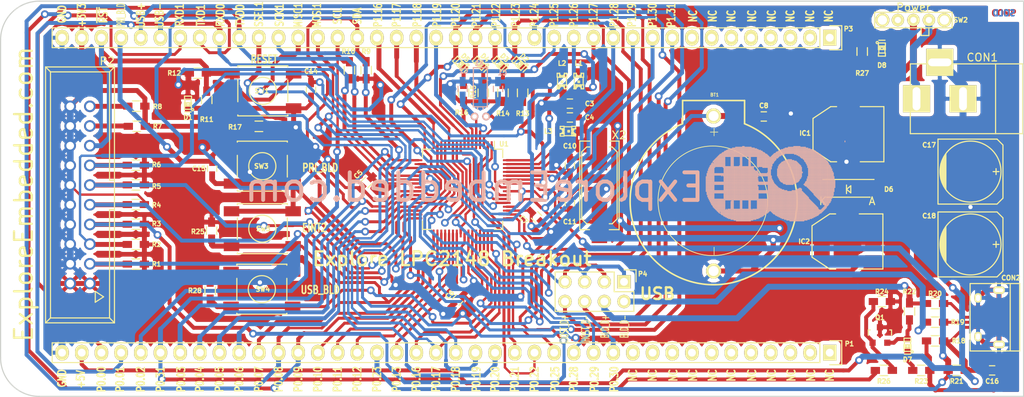
<source format=kicad_pcb>
(kicad_pcb (version 4) (host pcbnew "(2015-01-16 BZR 5376)-product")
  (layers (0 F.Cu signal) (31 B.Cu signal) (34 B.Paste user) (35 F.Paste user) (36 B.SilkS user) (37 F.SilkS user) (38 B.Mask user) (39 F.Mask user) (44 Edge.Cuts user))
  (net 0 "")
  (net 1 "Net-(BT1-Pad1)")
  (net 2 GND)
  (net 3 "Net-(C1-Pad1)")
  (net 4 "Net-(C2-Pad1)")
  (net 5 "Net-(C3-Pad1)")
  (net 6 /VDDA)
  (net 7 +3.3VP)
  (net 8 "Net-(C10-Pad1)")
  (net 9 "Net-(C11-Pad2)")
  (net 10 /~RST)
  (net 11 PRI_BLD)
  (net 12 +5V)
  (net 13 "Net-(C17-Pad1)")
  (net 14 "Net-(CON1-Pad1)")
  (net 15 "Net-(CON2-Pad2)")
  (net 16 "Net-(CON2-Pad3)")
  (net 17 "Net-(D1-Pad2)")
  (net 18 "Net-(D2-Pad2)")
  (net 19 /u_led_1)
  (net 20 "Net-(D3-Pad2)")
  (net 21 /u_led_2)
  (net 22 "Net-(D4-Pad2)")
  (net 23 /u_led_3)
  (net 24 "Net-(D5-Pad2)")
  (net 25 /u_led_4)
  (net 26 "Net-(D7-Pad2)")
  (net 27 "Net-(D7-Pad1)")
  (net 28 "Net-(D8-Pad2)")
  (net 29 "Net-(L3-Pad2)")
  (net 30 "Net-(P1-Pad1)")
  (net 31 "Net-(P1-Pad2)")
  (net 32 "Net-(P1-Pad3)")
  (net 33 "Net-(P1-Pad4)")
  (net 34 "Net-(P1-Pad5)")
  (net 35 "Net-(P1-Pad6)")
  (net 36 "Net-(P1-Pad7)")
  (net 37 "Net-(P1-Pad8)")
  (net 38 "Net-(P1-Pad9)")
  (net 39 "Net-(P1-Pad10)")
  (net 40 "Net-(P1-Pad11)")
  (net 41 "Net-(P1-Pad12)")
  (net 42 "Net-(P1-Pad13)")
  (net 43 "Net-(P1-Pad14)")
  (net 44 "Net-(P1-Pad15)")
  (net 45 "Net-(P1-Pad16)")
  (net 46 /SSEL1)
  (net 47 /MOSI1)
  (net 48 /MISO1)
  (net 49 /SCK1)
  (net 50 "Net-(P1-Pad22)")
  (net 51 "Net-(P1-Pad23)")
  (net 52 /VBUS)
  (net 53 "Net-(P1-Pad25)")
  (net 54 "Net-(P1-Pad26)")
  (net 55 "Net-(P1-Pad27)")
  (net 56 /RXD1)
  (net 57 /TXD1)
  (net 58 /u_sw_1)
  (net 59 "Net-(P1-Pad31)")
  (net 60 "Net-(P1-Pad32)")
  (net 61 "Net-(P1-Pad33)")
  (net 62 /SDA0)
  (net 63 /CONNECT)
  (net 64 /SCL0)
  (net 65 /RXD0)
  (net 66 /TXD0)
  (net 67 /~TRST)
  (net 68 /TDI)
  (net 69 /TMS)
  (net 70 /TCK)
  (net 71 /RTCK)
  (net 72 /TD0)
  (net 73 "Net-(P2-Pad17)")
  (net 74 "Net-(P2-Pad19)")
  (net 75 "Net-(P3-Pad1)")
  (net 76 "Net-(P3-Pad2)")
  (net 77 "Net-(P3-Pad3)")
  (net 78 "Net-(P3-Pad4)")
  (net 79 "Net-(P3-Pad5)")
  (net 80 "Net-(P3-Pad6)")
  (net 81 "Net-(P3-Pad7)")
  (net 82 "Net-(P3-Pad8)")
  (net 83 "Net-(P3-Pad15)")
  (net 84 "Net-(P3-Pad16)")
  (net 85 "Net-(P3-Pad21)")
  (net 86 "Net-(P3-Pad22)")
  (net 87 "Net-(P3-Pad23)")
  (net 88 "Net-(P3-Pad24)")
  (net 89 HOST_USB_D-)
  (net 90 HOST_USB_D+)
  (net 91 USB_D-)
  (net 92 "Net-(P4-Pad2)")
  (net 93 USB_D+)
  (net 94 "Net-(P4-Pad4)")
  (net 95 "Net-(Q1-Pad1)")
  (net 96 USB_BLD)
  (net 97 "Net-(P1-Pad17)")
  (module EE:Crystal_Round_Horizontal_2mm_NEW (layer B.Cu) (at 120.904 55.88 180)
    (fp_text reference X1 (at 0.154 6.88 180) (layer B.SilkS) (effects (font (size 0.6 0.6)) (justify mirror)))
    (fp_text value 3.768KHz hide)
    (pad 1 thru_hole circle (at -0.7493 0 180) (size 1.00076 1.00076) (drill 0.59944) (layers *.Cu *.Mask B.SilkS) (net 3 "Net-(C1-Pad1)"))
    (pad 2 thru_hole circle (at 0.7493 0 180) (size 1.00076 1.00076) (drill 0.59944) (layers *.Cu *.Mask B.SilkS) (net 4 "Net-(C2-Pad1)"))
    (pad 3 smd rect (at 0 3.25 180) (size 1.6 2) (layers B.Cu B.Paste B.Mask) (net 2 GND))
  )
  (module EE:BATT_rtc_XL (layer F.Cu) (at 151.003 75.819 90)
    (fp_text reference BT1 (at 22.733 0.127 180) (layer F.SilkS) (effects (font (size 0.4064 0.4064) (thickness 0.0889))))
    (fp_text value CR2032 hide)
    (fp_text user + (at 17.9197 -0.03302 90) (layer F.SilkS) (effects (font (size 1.27 1.27) (thickness 0.0889))))
    (fp_text user - (at 2.58318 -0.03302 90) (layer F.SilkS) (effects (font (size 1.27 1.27) (thickness 0.0889))))
    (pad 1 thru_hole circle (at 19.99996 0 90) (size 1.94818 1.94818) (drill 1.29794) (layers *.Cu *.Mask F.Paste F.SilkS) (net 1 "Net-(BT1-Pad1)"))
    (pad 2 thru_hole circle (at 0 0 90) (size 1.94818 1.94818) (drill 1.29794) (layers *.Cu *.Mask F.Paste F.SilkS) (net 2 GND))
  )
  (module Capacitors_SMD:C_0603_HandSoldering (layer B.Cu) (at 123.19 52.324 90)
    (fp_text reference C1 (at 2.074 0.56 180) (layer B.SilkS) (effects (font (size 0.6 0.6)) (justify mirror)))
    (fp_text value 22pf hide)
    (pad 1 smd rect (at -0.95 0 90) (size 1.2 0.75) (layers B.Cu B.Paste B.Mask) (net 3 "Net-(C1-Pad1)"))
    (pad 2 smd rect (at 0.95 0 90) (size 1.2 0.75) (layers B.Cu B.Paste B.Mask) (net 2 GND))
  )
  (module Capacitors_SMD:C_0603_HandSoldering (layer B.Cu) (at 118.618 52.324 90)
    (fp_text reference C2 (at 2.324 0.132 180) (layer B.SilkS) (effects (font (size 0.6 0.6)) (justify mirror)))
    (fp_text value 22pf hide)
    (pad 1 smd rect (at -0.95 0 90) (size 1.2 0.75) (layers B.Cu B.Paste B.Mask) (net 4 "Net-(C2-Pad1)"))
    (pad 2 smd rect (at 0.95 0 90) (size 1.2 0.75) (layers B.Cu B.Paste B.Mask) (net 2 GND))
  )
  (module Capacitors_SMD:C_0603_HandSoldering (layer F.Cu) (at 132.461 54.229)
    (fp_text reference C3 (at 2.54 0) (layer F.SilkS) (effects (font (size 0.6 0.6))))
    (fp_text value 4.7uF hide)
    (pad 1 smd rect (at -0.95 0) (size 1.2 0.75) (layers F.Cu F.Paste F.Mask) (net 5 "Net-(C3-Pad1)"))
    (pad 2 smd rect (at 0.95 0) (size 1.2 0.75) (layers F.Cu F.Paste F.Mask) (net 6 /VDDA))
  )
  (module Capacitors_SMD:C_0603_HandSoldering (layer F.Cu) (at 132.461 56.007)
    (fp_text reference C4 (at 2.54 0) (layer F.SilkS) (effects (font (size 0.6 0.6))))
    (fp_text value 100nf hide)
    (pad 1 smd rect (at -0.95 0) (size 1.2 0.75) (layers F.Cu F.Paste F.Mask) (net 5 "Net-(C3-Pad1)"))
    (pad 2 smd rect (at 0.95 0) (size 1.2 0.75) (layers F.Cu F.Paste F.Mask) (net 6 /VDDA))
  )
  (module Capacitors_SMD:C_0603_HandSoldering (layer F.Cu) (at 106.2355 64.389 45)
    (fp_text reference C5 (at -0.044901 -1.481742 45) (layer F.SilkS) (effects (font (size 0.6 0.6))))
    (fp_text value 100nf hide)
    (pad 1 smd rect (at -0.95 0 45) (size 1.2 0.75) (layers F.Cu F.Paste F.Mask) (net 2 GND))
    (pad 2 smd rect (at 0.95 0 45) (size 1.2 0.75) (layers F.Cu F.Paste F.Mask) (net 7 +3.3VP))
  )
  (module Capacitors_SMD:C_0603_HandSoldering (layer F.Cu) (at 117.983 79.5655 45)
    (fp_text reference C6 (at -0.224506 -1.212335 45) (layer F.SilkS) (effects (font (size 0.6 0.6))))
    (fp_text value 100nf hide)
    (pad 1 smd rect (at -0.95 0 45) (size 1.2 0.75) (layers F.Cu F.Paste F.Mask) (net 2 GND))
    (pad 2 smd rect (at 0.95 0 45) (size 1.2 0.75) (layers F.Cu F.Paste F.Mask) (net 7 +3.3VP))
  )
  (module Capacitors_SMD:C_0603_HandSoldering (layer F.Cu) (at 128.143 68.834 135)
    (fp_text reference C7 (at 0.898026 -1.436841 135) (layer F.SilkS) (effects (font (size 0.6 0.6))))
    (fp_text value 100nf hide)
    (pad 1 smd rect (at -0.95 0 135) (size 1.2 0.75) (layers F.Cu F.Paste F.Mask) (net 2 GND))
    (pad 2 smd rect (at 0.95 0 135) (size 1.2 0.75) (layers F.Cu F.Paste F.Mask) (net 7 +3.3VP))
  )
  (module Capacitors_SMD:C_0603_HandSoldering (layer F.Cu) (at 157.48 55.88)
    (fp_text reference C8 (at 0 -1.397) (layer F.SilkS) (effects (font (size 0.6 0.6))))
    (fp_text value 100nf hide)
    (pad 1 smd rect (at -0.95 0) (size 1.2 0.75) (layers F.Cu F.Paste F.Mask) (net 1 "Net-(BT1-Pad1)"))
    (pad 2 smd rect (at 0.95 0) (size 1.2 0.75) (layers F.Cu F.Paste F.Mask) (net 2 GND))
  )
  (module Capacitors_SMD:C_0603_HandSoldering (layer F.Cu) (at 132.461 62.23 270)
    (fp_text reference C10 (at -2.54 0 360) (layer F.SilkS) (effects (font (size 0.6 0.6))))
    (fp_text value 22pf hide)
    (pad 1 smd rect (at -0.95 0 270) (size 1.2 0.75) (layers F.Cu F.Paste F.Mask) (net 8 "Net-(C10-Pad1)"))
    (pad 2 smd rect (at 0.95 0 270) (size 1.2 0.75) (layers F.Cu F.Paste F.Mask) (net 2 GND))
  )
  (module Capacitors_SMD:C_0603_HandSoldering (layer F.Cu) (at 132.461 67.056 270)
    (fp_text reference C11 (at 2.413 0 360) (layer F.SilkS) (effects (font (size 0.6 0.6))))
    (fp_text value 22pf hide)
    (pad 1 smd rect (at -0.95 0 270) (size 1.2 0.75) (layers F.Cu F.Paste F.Mask) (net 2 GND))
    (pad 2 smd rect (at 0.95 0 270) (size 1.2 0.75) (layers F.Cu F.Paste F.Mask) (net 9 "Net-(C11-Pad2)"))
  )
  (module Capacitors_SMD:C_0603_HandSoldering (layer F.Cu) (at 99.06 52.451 90)
    (fp_text reference C14 (at 2.413 0 180) (layer F.SilkS) (effects (font (size 0.6 0.6))))
    (fp_text value 100nf hide)
    (pad 1 smd rect (at -0.95 0 90) (size 1.2 0.75) (layers F.Cu F.Paste F.Mask) (net 2 GND))
    (pad 2 smd rect (at 0.95 0 90) (size 1.2 0.75) (layers F.Cu F.Paste F.Mask) (net 10 /~RST))
  )
  (module Capacitors_SMD:C_0603_HandSoldering (layer F.Cu) (at 86.2965 62.611 90)
    (fp_text reference C15 (at 0 -1.7145 180) (layer F.SilkS) (effects (font (size 0.6 0.6))))
    (fp_text value 100nf hide)
    (pad 1 smd rect (at -0.95 0 90) (size 1.2 0.75) (layers F.Cu F.Paste F.Mask) (net 2 GND))
    (pad 2 smd rect (at 0.95 0 90) (size 1.2 0.75) (layers F.Cu F.Paste F.Mask) (net 11 PRI_BLD))
  )
  (module Capacitors_SMD:C_0603_HandSoldering (layer F.Cu) (at 186.944 88.646)
    (fp_text reference C16 (at 0 1.397) (layer F.SilkS) (effects (font (size 0.6 0.6))))
    (fp_text value 100nf hide)
    (pad 1 smd rect (at -0.95 0) (size 1.2 0.75) (layers F.Cu F.Paste F.Mask) (net 12 +5V))
    (pad 2 smd rect (at 0.95 0) (size 1.2 0.75) (layers F.Cu F.Paste F.Mask) (net 2 GND))
  )
  (module Capacitors_SMD:c_elec_8x10.5 (layer F.Cu) (at 184.15 62.992)
    (fp_text reference C17 (at -5.334 -3.429) (layer F.SilkS) (effects (font (size 0.6 0.6))))
    (fp_text value 100uF/25V hide)
    (pad 1 smd rect (at 3.2512 0) (size 3.50012 2.4003) (layers F.Cu F.Paste F.Mask) (net 13 "Net-(C17-Pad1)"))
    (pad 2 smd rect (at -3.2512 0) (size 3.50012 2.4003) (layers F.Cu F.Paste F.Mask) (net 2 GND))
  )
  (module Capacitors_SMD:c_elec_8x10.5 (layer F.Cu) (at 184.15 72.39)
    (fp_text reference C18 (at -5.334 -3.683) (layer F.SilkS) (effects (font (size 0.6 0.6))))
    (fp_text value 100uF/25V hide)
    (pad 1 smd rect (at 3.2512 0) (size 3.50012 2.4003) (layers F.Cu F.Paste F.Mask) (net 12 +5V))
    (pad 2 smd rect (at -3.2512 0) (size 3.50012 2.4003) (layers F.Cu F.Paste F.Mask) (net 2 GND))
  )
  (module Connect:BARREL_JACK (layer F.Cu) (at 183.388 53.594 180)
    (fp_text reference CON1 (at -2.286 5.334 360) (layer F.SilkS))
    (fp_text value BARREL_JACK hide)
    (pad 1 thru_hole rect (at 6.20014 0 180) (size 3.50012 3.50012) (drill oval 1.00076 2.99974) (layers *.Cu *.Mask F.SilkS) (net 14 "Net-(CON1-Pad1)"))
    (pad 2 thru_hole rect (at 0.20066 0 180) (size 3.50012 3.50012) (drill oval 1.00076 2.99974) (layers *.Cu *.Mask F.SilkS) (net 2 GND))
    (pad 3 thru_hole rect (at 3.2004 4.699 180) (size 3.50012 3.50012) (drill oval 2.99974 1.00076) (layers *.Cu *.Mask F.SilkS) (net 2 GND))
  )
  (module Connect:USB_Micro-B (layer F.Cu) (at 186.69 81.788 90)
    (fp_text reference CON2 (at 5.08 2.667 180) (layer F.SilkS) (effects (font (size 0.6 0.6))))
    (fp_text value USB-MINI-B hide)
    (pad 1 smd rect (at -1.3009 -1.56254 180) (size 1.35 0.4) (layers F.Cu F.Paste F.Mask) (net 12 +5V))
    (pad 2 smd rect (at -0.6509 -1.56254 180) (size 1.35 0.4) (layers F.Cu F.Paste F.Mask) (net 15 "Net-(CON2-Pad2)"))
    (pad 3 smd rect (at -0.0009 -1.56254 180) (size 1.35 0.4) (layers F.Cu F.Paste F.Mask) (net 16 "Net-(CON2-Pad3)"))
    (pad 4 smd rect (at 0.6491 -1.56254 180) (size 1.35 0.4) (layers F.Cu F.Paste F.Mask) (net 2 GND))
    (pad 5 smd rect (at 1.2991 -1.56254 180) (size 1.35 0.4) (layers F.Cu F.Paste F.Mask) (net 2 GND))
    (pad 6 thru_hole oval (at -2.5009 -1.56254 180) (size 0.95 1.25) (drill oval 0.55 0.85) (layers *.Cu *.Mask F.SilkS) (net 2 GND))
    (pad 6 thru_hole oval (at 2.4991 -1.56254 180) (size 0.95 1.25) (drill oval 0.55 0.85) (layers *.Cu *.Mask F.SilkS) (net 2 GND))
    (pad 6 thru_hole oval (at -3.5009 1.13746 180) (size 1.55 1) (drill oval 1.15 0.5) (layers *.Cu *.Mask F.SilkS) (net 2 GND))
    (pad 6 thru_hole oval (at 3.4991 1.13746 180) (size 1.55 1) (drill oval 1.15 0.5) (layers *.Cu *.Mask F.SilkS) (net 2 GND))
  )
  (module SMD_Packages:SOT-223 (layer F.Cu) (at 168.402 58.166 90)
    (fp_text reference IC1 (at 0.127 -5.588 180) (layer F.SilkS) (effects (font (size 0.6 0.6))))
    (fp_text value LM1117 hide)
    (pad 4 smd rect (at 0 -3.302 90) (size 3.6576 2.032) (layers F.Cu F.Paste F.Mask) (net 12 +5V))
    (pad 2 smd rect (at 0 3.302 90) (size 1.016 2.032) (layers F.Cu F.Paste F.Mask) (net 12 +5V))
    (pad 3 smd rect (at 2.286 3.302 90) (size 1.016 2.032) (layers F.Cu F.Paste F.Mask) (net 13 "Net-(C17-Pad1)"))
    (pad 1 smd rect (at -2.286 3.302 90) (size 1.016 2.032) (layers F.Cu F.Paste F.Mask) (net 2 GND))
  )
  (module SMD_Packages:SOT-223 (layer F.Cu) (at 168.275 72.009 90)
    (fp_text reference IC2 (at 0 -5.588 180) (layer F.SilkS) (effects (font (size 0.6 0.6))))
    (fp_text value LM1117 hide)
    (pad 4 smd rect (at 0 -3.302 90) (size 3.6576 2.032) (layers F.Cu F.Paste F.Mask) (net 7 +3.3VP))
    (pad 2 smd rect (at 0 3.302 90) (size 1.016 2.032) (layers F.Cu F.Paste F.Mask) (net 7 +3.3VP))
    (pad 3 smd rect (at 2.286 3.302 90) (size 1.016 2.032) (layers F.Cu F.Paste F.Mask) (net 12 +5V))
    (pad 1 smd rect (at -2.286 3.302 90) (size 1.016 2.032) (layers F.Cu F.Paste F.Mask) (net 2 GND))
  )
  (module LEDs:LED-0805 (layer F.Cu) (at 133.604 51.308 90)
    (fp_text reference L1 (at 2.286 0 180) (layer F.SilkS) (effects (font (size 0.6 0.6))))
    (fp_text value FER hide)
    (pad 2 smd rect (at 1.04902 0 270) (size 1.19888 1.19888) (layers F.Cu F.Paste F.Mask) (net 7 +3.3VP))
    (pad 1 smd rect (at -1.04902 0 270) (size 1.19888 1.19888) (layers F.Cu F.Paste F.Mask) (net 6 /VDDA))
  )
  (module LEDs:LED-0805 (layer F.Cu) (at 131.445 51.308 90)
    (fp_text reference L2 (at 2.286 0 180) (layer F.SilkS) (effects (font (size 0.6 0.6))))
    (fp_text value FER hide)
    (pad 2 smd rect (at 1.04902 0 270) (size 1.19888 1.19888) (layers F.Cu F.Paste F.Mask) (net 2 GND))
    (pad 1 smd rect (at -1.04902 0 270) (size 1.19888 1.19888) (layers F.Cu F.Paste F.Mask) (net 5 "Net-(C3-Pad1)"))
  )
  (module LEDs:LED-0805 (layer F.Cu) (at 132.207 57.785 180)
    (fp_text reference L3 (at 2.54 0 180) (layer F.SilkS) (effects (font (size 0.6 0.6))))
    (fp_text value FER hide)
    (pad 2 smd rect (at 1.04902 0) (size 1.19888 1.19888) (layers F.Cu F.Paste F.Mask) (net 29 "Net-(L3-Pad2)"))
    (pad 1 smd rect (at -1.04902 0) (size 1.19888 1.19888) (layers F.Cu F.Paste F.Mask) (net 7 +3.3VP))
  )
  (module Pin_Headers:Pin_Header_Straight_1x40 (layer F.Cu) (at 165.989 86.36 270)
    (fp_text reference P1 (at -1.143 -2.54 360) (layer F.SilkS) (effects (font (size 0.6 0.6))))
    (fp_text value CONN_01X40 hide)
    (pad 1 thru_hole rect (at 0 0 270) (size 2.032 1.7272) (drill 1.016) (layers *.Cu *.Mask F.SilkS) (net 30 "Net-(P1-Pad1)"))
    (pad 2 thru_hole oval (at 0 2.54 270) (size 2.032 1.7272) (drill 1.016) (layers *.Cu *.Mask F.SilkS) (net 31 "Net-(P1-Pad2)"))
    (pad 3 thru_hole oval (at 0 5.08 270) (size 2.032 1.7272) (drill 1.016) (layers *.Cu *.Mask F.SilkS) (net 32 "Net-(P1-Pad3)"))
    (pad 4 thru_hole oval (at 0 7.62 270) (size 2.032 1.7272) (drill 1.016) (layers *.Cu *.Mask F.SilkS) (net 33 "Net-(P1-Pad4)"))
    (pad 5 thru_hole oval (at 0 10.16 270) (size 2.032 1.7272) (drill 1.016) (layers *.Cu *.Mask F.SilkS) (net 34 "Net-(P1-Pad5)"))
    (pad 6 thru_hole oval (at 0 12.7 270) (size 2.032 1.7272) (drill 1.016) (layers *.Cu *.Mask F.SilkS) (net 35 "Net-(P1-Pad6)"))
    (pad 7 thru_hole oval (at 0 15.24 270) (size 2.032 1.7272) (drill 1.016) (layers *.Cu *.Mask F.SilkS) (net 36 "Net-(P1-Pad7)"))
    (pad 8 thru_hole oval (at 0 17.78 270) (size 2.032 1.7272) (drill 1.016) (layers *.Cu *.Mask F.SilkS) (net 37 "Net-(P1-Pad8)"))
    (pad 9 thru_hole oval (at 0 20.32 270) (size 2.032 1.7272) (drill 1.016) (layers *.Cu *.Mask F.SilkS) (net 38 "Net-(P1-Pad9)"))
    (pad 10 thru_hole oval (at 0 22.86 270) (size 2.032 1.7272) (drill 1.016) (layers *.Cu *.Mask F.SilkS) (net 39 "Net-(P1-Pad10)"))
    (pad 11 thru_hole oval (at 0 25.4 270) (size 2.032 1.7272) (drill 1.016) (layers *.Cu *.Mask F.SilkS) (net 40 "Net-(P1-Pad11)"))
    (pad 12 thru_hole oval (at 0 27.94 270) (size 2.032 1.7272) (drill 1.016) (layers *.Cu *.Mask F.SilkS) (net 41 "Net-(P1-Pad12)"))
    (pad 13 thru_hole oval (at 0 30.48 270) (size 2.032 1.7272) (drill 1.016) (layers *.Cu *.Mask F.SilkS) (net 42 "Net-(P1-Pad13)"))
    (pad 14 thru_hole oval (at 0 33.02 270) (size 2.032 1.7272) (drill 1.016) (layers *.Cu *.Mask F.SilkS) (net 43 "Net-(P1-Pad14)"))
    (pad 15 thru_hole oval (at 0 35.56 270) (size 2.032 1.7272) (drill 1.016) (layers *.Cu *.Mask F.SilkS) (net 44 "Net-(P1-Pad15)"))
    (pad 16 thru_hole oval (at 0 38.1 270) (size 2.032 1.7272) (drill 1.016) (layers *.Cu *.Mask F.SilkS) (net 45 "Net-(P1-Pad16)"))
    (pad 17 thru_hole oval (at 0 40.64 270) (size 2.032 1.7272) (drill 1.016) (layers *.Cu *.Mask F.SilkS) (net 97 "Net-(P1-Pad17)"))
    (pad 18 thru_hole oval (at 0 43.18 270) (size 2.032 1.7272) (drill 1.016) (layers *.Cu *.Mask F.SilkS) (net 46 /SSEL1))
    (pad 19 thru_hole oval (at 0 45.72 270) (size 2.032 1.7272) (drill 1.016) (layers *.Cu *.Mask F.SilkS) (net 47 /MOSI1))
    (pad 20 thru_hole oval (at 0 48.26 270) (size 2.032 1.7272) (drill 1.016) (layers *.Cu *.Mask F.SilkS) (net 48 /MISO1))
    (pad 21 thru_hole oval (at 0 50.8 270) (size 2.032 1.7272) (drill 1.016) (layers *.Cu *.Mask F.SilkS) (net 49 /SCK1))
    (pad 22 thru_hole oval (at 0 53.34 270) (size 2.032 1.7272) (drill 1.016) (layers *.Cu *.Mask F.SilkS) (net 50 "Net-(P1-Pad22)"))
    (pad 23 thru_hole oval (at 0 55.88 270) (size 2.032 1.7272) (drill 1.016) (layers *.Cu *.Mask F.SilkS) (net 51 "Net-(P1-Pad23)"))
    (pad 24 thru_hole oval (at 0 58.42 270) (size 2.032 1.7272) (drill 1.016) (layers *.Cu *.Mask F.SilkS) (net 52 /VBUS))
    (pad 25 thru_hole oval (at 0 60.96 270) (size 2.032 1.7272) (drill 1.016) (layers *.Cu *.Mask F.SilkS) (net 53 "Net-(P1-Pad25)"))
    (pad 26 thru_hole oval (at 0 63.5 270) (size 2.032 1.7272) (drill 1.016) (layers *.Cu *.Mask F.SilkS) (net 54 "Net-(P1-Pad26)"))
    (pad 27 thru_hole oval (at 0 66.04 270) (size 2.032 1.7272) (drill 1.016) (layers *.Cu *.Mask F.SilkS) (net 55 "Net-(P1-Pad27)"))
    (pad 28 thru_hole oval (at 0 68.58 270) (size 2.032 1.7272) (drill 1.016) (layers *.Cu *.Mask F.SilkS) (net 56 /RXD1))
    (pad 29 thru_hole oval (at 0 71.12 270) (size 2.032 1.7272) (drill 1.016) (layers *.Cu *.Mask F.SilkS) (net 57 /TXD1))
    (pad 30 thru_hole oval (at 0 73.66 270) (size 2.032 1.7272) (drill 1.016) (layers *.Cu *.Mask F.SilkS) (net 58 /u_sw_1))
    (pad 31 thru_hole oval (at 0 76.2 270) (size 2.032 1.7272) (drill 1.016) (layers *.Cu *.Mask F.SilkS) (net 59 "Net-(P1-Pad31)"))
    (pad 32 thru_hole oval (at 0 78.74 270) (size 2.032 1.7272) (drill 1.016) (layers *.Cu *.Mask F.SilkS) (net 60 "Net-(P1-Pad32)"))
    (pad 33 thru_hole oval (at 0 81.28 270) (size 2.032 1.7272) (drill 1.016) (layers *.Cu *.Mask F.SilkS) (net 61 "Net-(P1-Pad33)"))
    (pad 34 thru_hole oval (at 0 83.82 270) (size 2.032 1.7272) (drill 1.016) (layers *.Cu *.Mask F.SilkS) (net 62 /SDA0))
    (pad 35 thru_hole oval (at 0 86.36 270) (size 2.032 1.7272) (drill 1.016) (layers *.Cu *.Mask F.SilkS) (net 63 /CONNECT))
    (pad 36 thru_hole oval (at 0 88.9 270) (size 2.032 1.7272) (drill 1.016) (layers *.Cu *.Mask F.SilkS) (net 64 /SCL0))
    (pad 37 thru_hole oval (at 0 91.44 270) (size 2.032 1.7272) (drill 1.016) (layers *.Cu *.Mask F.SilkS) (net 65 /RXD0))
    (pad 38 thru_hole oval (at 0 93.98 270) (size 2.032 1.7272) (drill 1.016) (layers *.Cu *.Mask F.SilkS) (net 66 /TXD0))
    (pad 39 thru_hole oval (at 0 96.52 270) (size 2.032 1.7272) (drill 1.016) (layers *.Cu *.Mask F.SilkS) (net 12 +5V))
    (pad 40 thru_hole oval (at 0 99.06 270) (size 2.032 1.7272) (drill 1.016) (layers *.Cu *.Mask F.SilkS) (net 2 GND))
  )
  (module Connect:VASCH10x2 (layer F.Cu) (at 69.25 66 90)
    (fp_text reference P2 (at 17.25 3.5 180) (layer F.SilkS))
    (fp_text value JTAG hide)
    (pad 1 thru_hole circle (at -11.43 1.27 90) (size 1.50622 1.50622) (drill 0.99822) (layers *.Cu *.Mask) (net 7 +3.3VP))
    (pad 2 thru_hole circle (at -11.43 -1.27 90) (size 1.50622 1.50622) (drill 0.99822) (layers *.Cu *.Mask) (net 7 +3.3VP))
    (pad 3 thru_hole circle (at -8.89 1.27 90) (size 1.50622 1.50622) (drill 0.99822) (layers *.Cu *.Mask) (net 67 /~TRST))
    (pad 4 thru_hole circle (at -8.89 -1.27 90) (size 1.50622 1.50622) (drill 0.99822) (layers *.Cu *.Mask) (net 2 GND))
    (pad 5 thru_hole circle (at -6.35 1.27 90) (size 1.50622 1.50622) (drill 0.99822) (layers *.Cu *.Mask) (net 68 /TDI))
    (pad 6 thru_hole circle (at -6.35 -1.27 90) (size 1.50622 1.50622) (drill 0.99822) (layers *.Cu *.Mask) (net 2 GND))
    (pad 7 thru_hole circle (at -3.81 1.27 90) (size 1.50622 1.50622) (drill 0.99822) (layers *.Cu *.Mask) (net 69 /TMS))
    (pad 8 thru_hole circle (at -3.81 -1.27 90) (size 1.50622 1.50622) (drill 0.99822) (layers *.Cu *.Mask) (net 2 GND))
    (pad 9 thru_hole circle (at -1.27 1.27 90) (size 1.50622 1.50622) (drill 0.99822) (layers *.Cu *.Mask) (net 70 /TCK))
    (pad 10 thru_hole circle (at -1.27 -1.27 90) (size 1.50622 1.50622) (drill 0.99822) (layers *.Cu *.Mask) (net 2 GND))
    (pad 11 thru_hole circle (at 1.27 1.27 90) (size 1.50622 1.50622) (drill 0.99822) (layers *.Cu *.Mask) (net 71 /RTCK))
    (pad 12 thru_hole circle (at 1.27 -1.27 90) (size 1.50622 1.50622) (drill 0.99822) (layers *.Cu *.Mask) (net 2 GND))
    (pad 13 thru_hole circle (at 3.81 1.27 90) (size 1.50622 1.50622) (drill 0.99822) (layers *.Cu *.Mask) (net 72 /TD0))
    (pad 14 thru_hole circle (at 3.81 -1.27 90) (size 1.50622 1.50622) (drill 0.99822) (layers *.Cu *.Mask) (net 2 GND))
    (pad 15 thru_hole circle (at 6.35 1.27 90) (size 1.50622 1.50622) (drill 0.99822) (layers *.Cu *.Mask) (net 10 /~RST))
    (pad 16 thru_hole circle (at 6.35 -1.27 90) (size 1.50622 1.50622) (drill 0.99822) (layers *.Cu *.Mask) (net 2 GND))
    (pad 17 thru_hole circle (at 8.89 1.27 90) (size 1.50622 1.50622) (drill 0.99822) (layers *.Cu *.Mask) (net 73 "Net-(P2-Pad17)"))
    (pad 18 thru_hole circle (at 8.89 -1.27 90) (size 1.50622 1.50622) (drill 0.99822) (layers *.Cu *.Mask) (net 2 GND))
    (pad 19 thru_hole circle (at 11.43 1.27 90) (size 1.50622 1.50622) (drill 0.99822) (layers *.Cu *.Mask) (net 74 "Net-(P2-Pad19)"))
    (pad 20 thru_hole circle (at 11.43 -1.27 90) (size 1.50622 1.50622) (drill 0.99822) (layers *.Cu *.Mask) (net 2 GND))
  )
  (module Pin_Headers:Pin_Header_Straight_1x40 (layer F.Cu) (at 165.989 45.72 270)
    (fp_text reference P3 (at -1.143 -2.413 360) (layer F.SilkS) (effects (font (size 0.6 0.6))))
    (fp_text value CONN_01X40 hide)
    (pad 1 thru_hole rect (at 0 0 270) (size 2.032 1.7272) (drill 1.016) (layers *.Cu *.Mask F.SilkS) (net 75 "Net-(P3-Pad1)"))
    (pad 2 thru_hole oval (at 0 2.54 270) (size 2.032 1.7272) (drill 1.016) (layers *.Cu *.Mask F.SilkS) (net 76 "Net-(P3-Pad2)"))
    (pad 3 thru_hole oval (at 0 5.08 270) (size 2.032 1.7272) (drill 1.016) (layers *.Cu *.Mask F.SilkS) (net 77 "Net-(P3-Pad3)"))
    (pad 4 thru_hole oval (at 0 7.62 270) (size 2.032 1.7272) (drill 1.016) (layers *.Cu *.Mask F.SilkS) (net 78 "Net-(P3-Pad4)"))
    (pad 5 thru_hole oval (at 0 10.16 270) (size 2.032 1.7272) (drill 1.016) (layers *.Cu *.Mask F.SilkS) (net 79 "Net-(P3-Pad5)"))
    (pad 6 thru_hole oval (at 0 12.7 270) (size 2.032 1.7272) (drill 1.016) (layers *.Cu *.Mask F.SilkS) (net 80 "Net-(P3-Pad6)"))
    (pad 7 thru_hole oval (at 0 15.24 270) (size 2.032 1.7272) (drill 1.016) (layers *.Cu *.Mask F.SilkS) (net 81 "Net-(P3-Pad7)"))
    (pad 8 thru_hole oval (at 0 17.78 270) (size 2.032 1.7272) (drill 1.016) (layers *.Cu *.Mask F.SilkS) (net 82 "Net-(P3-Pad8)"))
    (pad 9 thru_hole oval (at 0 20.32 270) (size 2.032 1.7272) (drill 1.016) (layers *.Cu *.Mask F.SilkS) (net 67 /~TRST))
    (pad 10 thru_hole oval (at 0 22.86 270) (size 2.032 1.7272) (drill 1.016) (layers *.Cu *.Mask F.SilkS) (net 69 /TMS))
    (pad 11 thru_hole oval (at 0 25.4 270) (size 2.032 1.7272) (drill 1.016) (layers *.Cu *.Mask F.SilkS) (net 70 /TCK))
    (pad 12 thru_hole oval (at 0 27.94 270) (size 2.032 1.7272) (drill 1.016) (layers *.Cu *.Mask F.SilkS) (net 68 /TDI))
    (pad 13 thru_hole oval (at 0 30.48 270) (size 2.032 1.7272) (drill 1.016) (layers *.Cu *.Mask F.SilkS) (net 72 /TD0))
    (pad 14 thru_hole oval (at 0 33.02 270) (size 2.032 1.7272) (drill 1.016) (layers *.Cu *.Mask F.SilkS) (net 71 /RTCK))
    (pad 15 thru_hole oval (at 0 35.56 270) (size 2.032 1.7272) (drill 1.016) (layers *.Cu *.Mask F.SilkS) (net 83 "Net-(P3-Pad15)"))
    (pad 16 thru_hole oval (at 0 38.1 270) (size 2.032 1.7272) (drill 1.016) (layers *.Cu *.Mask F.SilkS) (net 84 "Net-(P3-Pad16)"))
    (pad 17 thru_hole oval (at 0 40.64 270) (size 2.032 1.7272) (drill 1.016) (layers *.Cu *.Mask F.SilkS) (net 19 /u_led_1))
    (pad 18 thru_hole oval (at 0 43.18 270) (size 2.032 1.7272) (drill 1.016) (layers *.Cu *.Mask F.SilkS) (net 21 /u_led_2))
    (pad 19 thru_hole oval (at 0 45.72 270) (size 2.032 1.7272) (drill 1.016) (layers *.Cu *.Mask F.SilkS) (net 23 /u_led_3))
    (pad 20 thru_hole oval (at 0 48.26 270) (size 2.032 1.7272) (drill 1.016) (layers *.Cu *.Mask F.SilkS) (net 25 /u_led_4))
    (pad 21 thru_hole oval (at 0 50.8 270) (size 2.032 1.7272) (drill 1.016) (layers *.Cu *.Mask F.SilkS) (net 85 "Net-(P3-Pad21)"))
    (pad 22 thru_hole oval (at 0 53.34 270) (size 2.032 1.7272) (drill 1.016) (layers *.Cu *.Mask F.SilkS) (net 86 "Net-(P3-Pad22)"))
    (pad 23 thru_hole oval (at 0 55.88 270) (size 2.032 1.7272) (drill 1.016) (layers *.Cu *.Mask F.SilkS) (net 87 "Net-(P3-Pad23)"))
    (pad 24 thru_hole oval (at 0 58.42 270) (size 2.032 1.7272) (drill 1.016) (layers *.Cu *.Mask F.SilkS) (net 88 "Net-(P3-Pad24)"))
    (pad 25 thru_hole oval (at 0 60.96 270) (size 2.032 1.7272) (drill 1.016) (layers *.Cu *.Mask F.SilkS) (net 62 /SDA0))
    (pad 26 thru_hole oval (at 0 63.5 270) (size 2.032 1.7272) (drill 1.016) (layers *.Cu *.Mask F.SilkS) (net 64 /SCL0))
    (pad 27 thru_hole oval (at 0 66.04 270) (size 2.032 1.7272) (drill 1.016) (layers *.Cu *.Mask F.SilkS) (net 47 /MOSI1))
    (pad 28 thru_hole oval (at 0 68.58 270) (size 2.032 1.7272) (drill 1.016) (layers *.Cu *.Mask F.SilkS) (net 48 /MISO1))
    (pad 29 thru_hole oval (at 0 71.12 270) (size 2.032 1.7272) (drill 1.016) (layers *.Cu *.Mask F.SilkS) (net 49 /SCK1))
    (pad 30 thru_hole oval (at 0 73.66 270) (size 2.032 1.7272) (drill 1.016) (layers *.Cu *.Mask F.SilkS) (net 46 /SSEL1))
    (pad 31 thru_hole oval (at 0 76.2 270) (size 2.032 1.7272) (drill 1.016) (layers *.Cu *.Mask F.SilkS) (net 66 /TXD0))
    (pad 32 thru_hole oval (at 0 78.74 270) (size 2.032 1.7272) (drill 1.016) (layers *.Cu *.Mask F.SilkS) (net 65 /RXD0))
    (pad 33 thru_hole oval (at 0 81.28 270) (size 2.032 1.7272) (drill 1.016) (layers *.Cu *.Mask F.SilkS) (net 57 /TXD1))
    (pad 34 thru_hole oval (at 0 83.82 270) (size 2.032 1.7272) (drill 1.016) (layers *.Cu *.Mask F.SilkS) (net 56 /RXD1))
    (pad 35 thru_hole oval (at 0 86.36 270) (size 2.032 1.7272) (drill 1.016) (layers *.Cu *.Mask F.SilkS) (net 89 HOST_USB_D-))
    (pad 36 thru_hole oval (at 0 88.9 270) (size 2.032 1.7272) (drill 1.016) (layers *.Cu *.Mask F.SilkS) (net 90 HOST_USB_D+))
    (pad 37 thru_hole oval (at 0 91.44 270) (size 2.032 1.7272) (drill 1.016) (layers *.Cu *.Mask F.SilkS) (net 11 PRI_BLD))
    (pad 38 thru_hole oval (at 0 93.98 270) (size 2.032 1.7272) (drill 1.016) (layers *.Cu *.Mask F.SilkS) (net 10 /~RST))
    (pad 39 thru_hole oval (at 0 96.52 270) (size 2.032 1.7272) (drill 1.016) (layers *.Cu *.Mask F.SilkS) (net 7 +3.3VP))
    (pad 40 thru_hole oval (at 0 99.06 270) (size 2.032 1.7272) (drill 1.016) (layers *.Cu *.Mask F.SilkS) (net 2 GND))
  )
  (module Pin_Headers:Pin_Header_Straight_2x04 (layer F.Cu) (at 139.446 77.216 270)
    (fp_text reference P4 (at -1.016 -2.413 360) (layer F.SilkS) (effects (font (size 0.6 0.6))))
    (fp_text value "USB Operation Selection" hide)
    (pad 1 thru_hole rect (at 0 0 270) (size 1.7272 1.7272) (drill 1.016) (layers *.Cu *.Mask F.SilkS) (net 91 USB_D-))
    (pad 2 thru_hole oval (at 2.54 0 270) (size 1.7272 1.7272) (drill 1.016) (layers *.Cu *.Mask F.SilkS) (net 92 "Net-(P4-Pad2)"))
    (pad 3 thru_hole oval (at 0 2.54 270) (size 1.7272 1.7272) (drill 1.016) (layers *.Cu *.Mask F.SilkS) (net 93 USB_D+))
    (pad 4 thru_hole oval (at 2.54 2.54 270) (size 1.7272 1.7272) (drill 1.016) (layers *.Cu *.Mask F.SilkS) (net 94 "Net-(P4-Pad4)"))
    (pad 5 thru_hole oval (at 0 5.08 270) (size 1.7272 1.7272) (drill 1.016) (layers *.Cu *.Mask F.SilkS) (net 91 USB_D-))
    (pad 6 thru_hole oval (at 2.54 5.08 270) (size 1.7272 1.7272) (drill 1.016) (layers *.Cu *.Mask F.SilkS) (net 89 HOST_USB_D-))
    (pad 7 thru_hole oval (at 0 7.62 270) (size 1.7272 1.7272) (drill 1.016) (layers *.Cu *.Mask F.SilkS) (net 93 USB_D+))
    (pad 8 thru_hole oval (at 2.54 7.62 270) (size 1.7272 1.7272) (drill 1.016) (layers *.Cu *.Mask F.SilkS) (net 90 HOST_USB_D+))
  )
  (module Housings_SOT-23_SOT-143_TSOT-6:SOT-23 (layer F.Cu) (at 172.466 84.074)
    (fp_text reference Q1 (at 0 -2.25) (layer F.SilkS) (effects (font (size 0.6 0.6))))
    (fp_text value BC856 hide)
    (pad 1 smd rect (at -0.95 1.00076) (size 0.8001 0.8001) (layers F.Cu F.Paste F.Mask) (net 95 "Net-(Q1-Pad1)"))
    (pad 2 smd rect (at 0.95 1.00076) (size 0.8001 0.8001) (layers F.Cu F.Paste F.Mask) (net 27 "Net-(D7-Pad1)"))
    (pad 3 smd rect (at 0 -0.99822) (size 0.8001 0.8001) (layers F.Cu F.Paste F.Mask) (net 7 +3.3VP))
  )
  (module Resistors_SMD:R_0603_HandSoldering (layer F.Cu) (at 76.454 74.93)
    (fp_text reference R1 (at 2.667 0) (layer F.SilkS) (effects (font (size 0.6 0.6))))
    (fp_text value 10K hide)
    (pad 1 smd rect (at -1.1 0) (size 1.2 0.9) (layers F.Cu F.Paste F.Mask) (net 67 /~TRST))
    (pad 2 smd rect (at 1.1 0) (size 1.2 0.9) (layers F.Cu F.Paste F.Mask) (net 7 +3.3VP))
  )
  (module Resistors_SMD:R_0603_HandSoldering (layer F.Cu) (at 76.454 72.39)
    (fp_text reference R2 (at 2.667 0) (layer F.SilkS) (effects (font (size 0.6 0.6))))
    (fp_text value 10K hide)
    (pad 1 smd rect (at -1.1 0) (size 1.2 0.9) (layers F.Cu F.Paste F.Mask) (net 68 /TDI))
    (pad 2 smd rect (at 1.1 0) (size 1.2 0.9) (layers F.Cu F.Paste F.Mask) (net 7 +3.3VP))
  )
  (module Resistors_SMD:R_0603_HandSoldering (layer F.Cu) (at 76.454 69.7865)
    (fp_text reference R3 (at 2.667 -0.0635) (layer F.SilkS) (effects (font (size 0.6 0.6))))
    (fp_text value 10K hide)
    (pad 1 smd rect (at -1.1 0) (size 1.2 0.9) (layers F.Cu F.Paste F.Mask) (net 69 /TMS))
    (pad 2 smd rect (at 1.1 0) (size 1.2 0.9) (layers F.Cu F.Paste F.Mask) (net 7 +3.3VP))
  )
  (module Resistors_SMD:R_0603_HandSoldering (layer F.Cu) (at 76.454 67.2465)
    (fp_text reference R4 (at 2.667 0.0635) (layer F.SilkS) (effects (font (size 0.6 0.6))))
    (fp_text value 10K hide)
    (pad 1 smd rect (at -1.1 0) (size 1.2 0.9) (layers F.Cu F.Paste F.Mask) (net 70 /TCK))
    (pad 2 smd rect (at 1.1 0) (size 1.2 0.9) (layers F.Cu F.Paste F.Mask) (net 2 GND))
  )
  (module Resistors_SMD:R_0603_HandSoldering (layer F.Cu) (at 76.454 64.7065)
    (fp_text reference R5 (at 2.667 0.1905) (layer F.SilkS) (effects (font (size 0.6 0.6))))
    (fp_text value 10K hide)
    (pad 1 smd rect (at -1.1 0) (size 1.2 0.9) (layers F.Cu F.Paste F.Mask) (net 71 /RTCK))
    (pad 2 smd rect (at 1.1 0) (size 1.2 0.9) (layers F.Cu F.Paste F.Mask) (net 7 +3.3VP))
  )
  (module Resistors_SMD:R_0603_HandSoldering (layer F.Cu) (at 76.454 62.1665)
    (fp_text reference R6 (at 2.667 -0.0635) (layer F.SilkS) (effects (font (size 0.6 0.6))))
    (fp_text value 10K hide)
    (pad 1 smd rect (at -1.1 0) (size 1.2 0.9) (layers F.Cu F.Paste F.Mask) (net 72 /TD0))
    (pad 2 smd rect (at 1.1 0) (size 1.2 0.9) (layers F.Cu F.Paste F.Mask) (net 7 +3.3VP))
  )
  (module Resistors_SMD:R_0603_HandSoldering (layer F.Cu) (at 76.581 57.15)
    (fp_text reference R7 (at 2.667 0) (layer F.SilkS) (effects (font (size 0.6 0.6))))
    (fp_text value 10K hide)
    (pad 1 smd rect (at -1.1 0) (size 1.2 0.9) (layers F.Cu F.Paste F.Mask) (net 73 "Net-(P2-Pad17)"))
    (pad 2 smd rect (at 1.1 0) (size 1.2 0.9) (layers F.Cu F.Paste F.Mask) (net 2 GND))
  )
  (module Resistors_SMD:R_0603_HandSoldering (layer F.Cu) (at 76.5175 54.5465)
    (fp_text reference R8 (at 2.7305 0.0635) (layer F.SilkS) (effects (font (size 0.6 0.6))))
    (fp_text value 10K hide)
    (pad 1 smd rect (at -1.1 0) (size 1.2 0.9) (layers F.Cu F.Paste F.Mask) (net 74 "Net-(P2-Pad19)"))
    (pad 2 smd rect (at 1.1 0) (size 1.2 0.9) (layers F.Cu F.Paste F.Mask) (net 2 GND))
  )
  (module Resistors_SMD:R_0603_HandSoldering (layer F.Cu) (at 106.172 49.911 270)
    (fp_text reference R9 (at -2.413 0 360) (layer F.SilkS) (effects (font (size 0.6 0.6))))
    (fp_text value 2K hide)
    (pad 1 smd rect (at -1.1 0 270) (size 1.2 0.9) (layers F.Cu F.Paste F.Mask) (net 62 /SDA0))
    (pad 2 smd rect (at 1.1 0 270) (size 1.2 0.9) (layers F.Cu F.Paste F.Mask) (net 7 +3.3VP))
  )
  (module Resistors_SMD:R_0603_HandSoldering (layer F.Cu) (at 104.013 49.911 270)
    (fp_text reference R10 (at -2.413 0.127 360) (layer F.SilkS) (effects (font (size 0.6 0.6))))
    (fp_text value 2K hide)
    (pad 1 smd rect (at -1.1 0 270) (size 1.2 0.9) (layers F.Cu F.Paste F.Mask) (net 64 /SCL0))
    (pad 2 smd rect (at 1.1 0 270) (size 1.2 0.9) (layers F.Cu F.Paste F.Mask) (net 7 +3.3VP))
  )
  (module Resistors_SMD:R_0603_HandSoldering (layer F.Cu) (at 85.598 53.721 90)
    (fp_text reference R11 (at -2.54 0 180) (layer F.SilkS) (effects (font (size 0.6 0.6))))
    (fp_text value 1K hide)
    (pad 1 smd rect (at -1.1 0 90) (size 1.2 0.9) (layers F.Cu F.Paste F.Mask) (net 17 "Net-(D1-Pad2)"))
    (pad 2 smd rect (at 1.1 0 90) (size 1.2 0.9) (layers F.Cu F.Paste F.Mask) (net 10 /~RST))
  )
  (module Resistors_SMD:R_0603_HandSoldering (layer F.Cu) (at 84.455 50.292 180)
    (fp_text reference R12 (at 3.048 0 180) (layer F.SilkS) (effects (font (size 0.6 0.6))))
    (fp_text value 10K hide)
    (pad 1 smd rect (at -1.1 0 180) (size 1.2 0.9) (layers F.Cu F.Paste F.Mask) (net 10 /~RST))
    (pad 2 smd rect (at 1.1 0 180) (size 1.2 0.9) (layers F.Cu F.Paste F.Mask) (net 7 +3.3VP))
  )
  (module Resistors_SMD:R_0603_HandSoldering (layer F.Cu) (at 126.365 52.832 270)
    (fp_text reference R13 (at 2.667 0 360) (layer F.SilkS) (effects (font (size 0.6 0.6))))
    (fp_text value 470E hide)
    (pad 1 smd rect (at -1.1 0 270) (size 1.2 0.9) (layers F.Cu F.Paste F.Mask) (net 18 "Net-(D2-Pad2)"))
    (pad 2 smd rect (at 1.1 0 270) (size 1.2 0.9) (layers F.Cu F.Paste F.Mask) (net 2 GND))
  )
  (module Resistors_SMD:R_0603_HandSoldering (layer F.Cu) (at 123.825 52.832 270)
    (fp_text reference R14 (at 2.667 0 360) (layer F.SilkS) (effects (font (size 0.6 0.6))))
    (fp_text value 470E hide)
    (pad 1 smd rect (at -1.1 0 270) (size 1.2 0.9) (layers F.Cu F.Paste F.Mask) (net 20 "Net-(D3-Pad2)"))
    (pad 2 smd rect (at 1.1 0 270) (size 1.2 0.9) (layers F.Cu F.Paste F.Mask) (net 2 GND))
  )
  (module Resistors_SMD:R_0603_HandSoldering (layer F.Cu) (at 121.285 52.832 270)
    (fp_text reference R15 (at -0.127 1.27 270) (layer F.SilkS) (effects (font (size 0.6 0.6))))
    (fp_text value 470E hide)
    (pad 1 smd rect (at -1.1 0 270) (size 1.2 0.9) (layers F.Cu F.Paste F.Mask) (net 22 "Net-(D4-Pad2)"))
    (pad 2 smd rect (at 1.1 0 270) (size 1.2 0.9) (layers F.Cu F.Paste F.Mask) (net 2 GND))
  )
  (module Resistors_SMD:R_0603_HandSoldering (layer F.Cu) (at 118.745 52.832 270)
    (fp_text reference R16 (at 2.54 0.254 360) (layer F.SilkS) (effects (font (size 0.6 0.6))))
    (fp_text value 470E hide)
    (pad 1 smd rect (at -1.1 0 270) (size 1.2 0.9) (layers F.Cu F.Paste F.Mask) (net 24 "Net-(D5-Pad2)"))
    (pad 2 smd rect (at 1.1 0 270) (size 1.2 0.9) (layers F.Cu F.Paste F.Mask) (net 2 GND))
  )
  (module Resistors_SMD:R_0603_HandSoldering (layer F.Cu) (at 92.329 57.15 180)
    (fp_text reference R17 (at 3.079 -0.1 180) (layer F.SilkS) (effects (font (size 0.6 0.6))))
    (fp_text value 1K hide)
    (pad 1 smd rect (at -1.1 0 180) (size 1.2 0.9) (layers F.Cu F.Paste F.Mask) (net 11 PRI_BLD))
    (pad 2 smd rect (at 1.1 0 180) (size 1.2 0.9) (layers F.Cu F.Paste F.Mask) (net 7 +3.3VP))
  )
  (module Resistors_SMD:R_0603_HandSoldering (layer F.Cu) (at 179.578 84.836 180)
    (fp_text reference R18 (at -3.048 0 180) (layer F.SilkS) (effects (font (size 0.6 0.6))))
    (fp_text value 100K hide)
    (pad 1 smd rect (at -1.1 0 180) (size 1.2 0.9) (layers F.Cu F.Paste F.Mask) (net 12 +5V))
    (pad 2 smd rect (at 1.1 0 180) (size 1.2 0.9) (layers F.Cu F.Paste F.Mask) (net 2 GND))
  )
  (module Resistors_SMD:R_0603_HandSoldering (layer F.Cu) (at 179.578 82.423)
    (fp_text reference R19 (at 2.921 0) (layer F.SilkS) (effects (font (size 0.6 0.6))))
    (fp_text value 33E hide)
    (pad 1 smd rect (at -1.1 0) (size 1.2 0.9) (layers F.Cu F.Paste F.Mask) (net 92 "Net-(P4-Pad2)"))
    (pad 2 smd rect (at 1.1 0) (size 1.2 0.9) (layers F.Cu F.Paste F.Mask) (net 15 "Net-(CON2-Pad2)"))
  )
  (module Resistors_SMD:R_0603_HandSoldering (layer F.Cu) (at 179.578 80.01)
    (fp_text reference R20 (at 0 -1.27) (layer F.SilkS) (effects (font (size 0.6 0.6))))
    (fp_text value 33E hide)
    (pad 1 smd rect (at -1.1 0) (size 1.2 0.9) (layers F.Cu F.Paste F.Mask) (net 94 "Net-(P4-Pad4)"))
    (pad 2 smd rect (at 1.1 0) (size 1.2 0.9) (layers F.Cu F.Paste F.Mask) (net 16 "Net-(CON2-Pad3)"))
  )
  (module Resistors_SMD:R_0603_HandSoldering (layer F.Cu) (at 182.372 88.646)
    (fp_text reference R21 (at 0 1.397) (layer F.SilkS) (effects (font (size 0.6 0.6))))
    (fp_text value 10K hide)
    (pad 1 smd rect (at -1.1 0) (size 1.2 0.9) (layers F.Cu F.Paste F.Mask) (net 52 /VBUS))
    (pad 2 smd rect (at 1.1 0) (size 1.2 0.9) (layers F.Cu F.Paste F.Mask) (net 12 +5V))
  )
  (module Resistors_SMD:R_0603_HandSoldering (layer F.Cu) (at 176.276 81.026 270)
    (fp_text reference R22 (at -2.54 0 360) (layer F.SilkS) (effects (font (size 0.6 0.6))))
    (fp_text value 1K5 hide)
    (pad 1 smd rect (at -1.1 0 270) (size 1.2 0.9) (layers F.Cu F.Paste F.Mask) (net 94 "Net-(P4-Pad4)"))
    (pad 2 smd rect (at 1.1 0 270) (size 1.2 0.9) (layers F.Cu F.Paste F.Mask) (net 27 "Net-(D7-Pad1)"))
  )
  (module Resistors_SMD:R_0603_HandSoldering (layer F.Cu) (at 177.8 88.646 180)
    (fp_text reference R23 (at 0 -1.397 180) (layer F.SilkS) (effects (font (size 0.6 0.6))))
    (fp_text value 470E hide)
    (pad 1 smd rect (at -1.1 0 180) (size 1.2 0.9) (layers F.Cu F.Paste F.Mask) (net 2 GND))
    (pad 2 smd rect (at 1.1 0 180) (size 1.2 0.9) (layers F.Cu F.Paste F.Mask) (net 26 "Net-(D7-Pad2)"))
  )
  (module Resistors_SMD:R_0603_HandSoldering (layer F.Cu) (at 172.72 79.756)
    (fp_text reference R24 (at 0 -1.27) (layer F.SilkS) (effects (font (size 0.6 0.6))))
    (fp_text value 10K hide)
    (pad 1 smd rect (at -1.1 0) (size 1.2 0.9) (layers F.Cu F.Paste F.Mask) (net 95 "Net-(Q1-Pad1)"))
    (pad 2 smd rect (at 1.1 0) (size 1.2 0.9) (layers F.Cu F.Paste F.Mask) (net 7 +3.3VP))
  )
  (module Resistors_SMD:R_0603_HandSoldering (layer F.Cu) (at 86.233 70.612 90)
    (fp_text reference R25 (at -0.127 -1.778 180) (layer F.SilkS) (effects (font (size 0.6 0.6))))
    (fp_text value 10K hide)
    (pad 1 smd rect (at -1.1 0 90) (size 1.2 0.9) (layers F.Cu F.Paste F.Mask) (net 58 /u_sw_1))
    (pad 2 smd rect (at 1.1 0 90) (size 1.2 0.9) (layers F.Cu F.Paste F.Mask) (net 7 +3.3VP))
  )
  (module Resistors_SMD:R_0603_HandSoldering (layer F.Cu) (at 172.974 88.646 180)
    (fp_text reference R26 (at 0 -1.397 180) (layer F.SilkS) (effects (font (size 0.6 0.6))))
    (fp_text value 2K hide)
    (pad 1 smd rect (at -1.1 0 180) (size 1.2 0.9) (layers F.Cu F.Paste F.Mask) (net 95 "Net-(Q1-Pad1)"))
    (pad 2 smd rect (at 1.1 0 180) (size 1.2 0.9) (layers F.Cu F.Paste F.Mask) (net 63 /CONNECT))
  )
  (module Resistors_SMD:R_0603_HandSoldering (layer F.Cu) (at 170.18 47.498 90)
    (fp_text reference R27 (at -2.794 0 180) (layer F.SilkS) (effects (font (size 0.6 0.6))))
    (fp_text value 470E hide)
    (pad 1 smd rect (at -1.1 0 90) (size 1.2 0.9) (layers F.Cu F.Paste F.Mask) (net 2 GND))
    (pad 2 smd rect (at 1.1 0 90) (size 1.2 0.9) (layers F.Cu F.Paste F.Mask) (net 28 "Net-(D8-Pad2)"))
  )
  (module Resistors_SMD:R_0603_HandSoldering (layer F.Cu) (at 86.0425 78.359 90)
    (fp_text reference R28 (at 0 -1.9685 180) (layer F.SilkS) (effects (font (size 0.6 0.6))))
    (fp_text value 10K hide)
    (pad 1 smd rect (at -1.1 0 90) (size 1.2 0.9) (layers F.Cu F.Paste F.Mask) (net 96 USB_BLD))
    (pad 2 smd rect (at 1.1 0 90) (size 1.2 0.9) (layers F.Cu F.Paste F.Mask) (net 7 +3.3VP))
  )
  (module Housings_QFP:LQFP-64_10x10mm_Pitch0.5mm (layer F.Cu) (at 118.618 65.278 270)
    (fp_text reference U1 (at -5.842 -5.334 360) (layer F.SilkS) (effects (font (size 0.6 0.6))))
    (fp_text value LPC2148 hide)
    (pad 1 smd rect (at -5.7 -3.75 270) (size 1 0.25) (layers F.Cu F.Paste F.Mask) (net 97 "Net-(P1-Pad17)"))
    (pad 2 smd rect (at -5.7 -3.25 270) (size 1 0.25) (layers F.Cu F.Paste F.Mask) (net 45 "Net-(P1-Pad16)"))
    (pad 3 smd rect (at -5.7 -2.75 270) (size 1 0.25) (layers F.Cu F.Paste F.Mask) (net 3 "Net-(C1-Pad1)"))
    (pad 4 smd rect (at -5.7 -2.25 270) (size 1 0.25) (layers F.Cu F.Paste F.Mask) (net 85 "Net-(P3-Pad21)"))
    (pad 5 smd rect (at -5.7 -1.75 270) (size 1 0.25) (layers F.Cu F.Paste F.Mask) (net 4 "Net-(C2-Pad1)"))
    (pad 6 smd rect (at -5.7 -1.25 270) (size 1 0.25) (layers F.Cu F.Paste F.Mask) (net 2 GND))
    (pad 7 smd rect (at -5.7 -0.75 270) (size 1 0.25) (layers F.Cu F.Paste F.Mask) (net 6 /VDDA))
    (pad 8 smd rect (at -5.7 -0.25 270) (size 1 0.25) (layers F.Cu F.Paste F.Mask) (net 86 "Net-(P3-Pad22)"))
    (pad 9 smd rect (at -5.7 0.25 270) (size 1 0.25) (layers F.Cu F.Paste F.Mask) (net 44 "Net-(P1-Pad15)"))
    (pad 10 smd rect (at -5.7 0.75 270) (size 1 0.25) (layers F.Cu F.Paste F.Mask) (net 93 USB_D+))
    (pad 11 smd rect (at -5.7 1.25 270) (size 1 0.25) (layers F.Cu F.Paste F.Mask) (net 91 USB_D-))
    (pad 12 smd rect (at -5.7 1.75 270) (size 1 0.25) (layers F.Cu F.Paste F.Mask) (net 87 "Net-(P3-Pad23)"))
    (pad 13 smd rect (at -5.7 2.25 270) (size 1 0.25) (layers F.Cu F.Paste F.Mask) (net 43 "Net-(P1-Pad14)"))
    (pad 14 smd rect (at -5.7 2.75 270) (size 1 0.25) (layers F.Cu F.Paste F.Mask) (net 42 "Net-(P1-Pad13)"))
    (pad 15 smd rect (at -5.7 3.25 270) (size 1 0.25) (layers F.Cu F.Paste F.Mask) (net 41 "Net-(P1-Pad12)"))
    (pad 16 smd rect (at -5.7 3.75 270) (size 1 0.25) (layers F.Cu F.Paste F.Mask) (net 88 "Net-(P3-Pad24)"))
    (pad 17 smd rect (at -3.75 5.7) (size 1 0.25) (layers F.Cu F.Paste F.Mask) (net 63 /CONNECT))
    (pad 18 smd rect (at -3.25 5.7) (size 1 0.25) (layers F.Cu F.Paste F.Mask) (net 2 GND))
    (pad 19 smd rect (at -2.75 5.7) (size 1 0.25) (layers F.Cu F.Paste F.Mask) (net 66 /TXD0))
    (pad 20 smd rect (at -2.25 5.7) (size 1 0.25) (layers F.Cu F.Paste F.Mask) (net 67 /~TRST))
    (pad 21 smd rect (at -1.75 5.7) (size 1 0.25) (layers F.Cu F.Paste F.Mask) (net 65 /RXD0))
    (pad 22 smd rect (at -1.25 5.7) (size 1 0.25) (layers F.Cu F.Paste F.Mask) (net 64 /SCL0))
    (pad 23 smd rect (at -0.75 5.7) (size 1 0.25) (layers F.Cu F.Paste F.Mask) (net 7 +3.3VP))
    (pad 24 smd rect (at -0.25 5.7) (size 1 0.25) (layers F.Cu F.Paste F.Mask) (net 71 /RTCK))
    (pad 25 smd rect (at 0.25 5.7) (size 1 0.25) (layers F.Cu F.Paste F.Mask) (net 2 GND))
    (pad 26 smd rect (at 0.75 5.7) (size 1 0.25) (layers F.Cu F.Paste F.Mask) (net 62 /SDA0))
    (pad 27 smd rect (at 1.25 5.7) (size 1 0.25) (layers F.Cu F.Paste F.Mask) (net 61 "Net-(P1-Pad33)"))
    (pad 28 smd rect (at 1.75 5.7) (size 1 0.25) (layers F.Cu F.Paste F.Mask) (net 83 "Net-(P3-Pad15)"))
    (pad 29 smd rect (at 2.25 5.7) (size 1 0.25) (layers F.Cu F.Paste F.Mask) (net 60 "Net-(P1-Pad32)"))
    (pad 30 smd rect (at 2.75 5.7) (size 1 0.25) (layers F.Cu F.Paste F.Mask) (net 59 "Net-(P1-Pad31)"))
    (pad 31 smd rect (at 3.25 5.7) (size 1 0.25) (layers F.Cu F.Paste F.Mask) (net 58 /u_sw_1))
    (pad 32 smd rect (at 3.75 5.7) (size 1 0.25) (layers F.Cu F.Paste F.Mask) (net 84 "Net-(P3-Pad16)"))
    (pad 33 smd rect (at 5.7 3.75 270) (size 1 0.25) (layers F.Cu F.Paste F.Mask) (net 57 /TXD1))
    (pad 34 smd rect (at 5.7 3.25 270) (size 1 0.25) (layers F.Cu F.Paste F.Mask) (net 56 /RXD1))
    (pad 35 smd rect (at 5.7 2.75 270) (size 1 0.25) (layers F.Cu F.Paste F.Mask) (net 55 "Net-(P1-Pad27)"))
    (pad 36 smd rect (at 5.7 2.25 270) (size 1 0.25) (layers F.Cu F.Paste F.Mask) (net 19 /u_led_1))
    (pad 37 smd rect (at 5.7 1.75 270) (size 1 0.25) (layers F.Cu F.Paste F.Mask) (net 54 "Net-(P1-Pad26)"))
    (pad 38 smd rect (at 5.7 1.25 270) (size 1 0.25) (layers F.Cu F.Paste F.Mask) (net 53 "Net-(P1-Pad25)"))
    (pad 39 smd rect (at 5.7 0.75 270) (size 1 0.25) (layers F.Cu F.Paste F.Mask) (net 51 "Net-(P1-Pad23)"))
    (pad 40 smd rect (at 5.7 0.25 270) (size 1 0.25) (layers F.Cu F.Paste F.Mask) (net 21 /u_led_2))
    (pad 41 smd rect (at 5.7 -0.25 270) (size 1 0.25) (layers F.Cu F.Paste F.Mask) (net 11 PRI_BLD))
    (pad 42 smd rect (at 5.7 -0.75 270) (size 1 0.25) (layers F.Cu F.Paste F.Mask) (net 2 GND))
    (pad 43 smd rect (at 5.7 -1.25 270) (size 1 0.25) (layers F.Cu F.Paste F.Mask) (net 7 +3.3VP))
    (pad 44 smd rect (at 5.7 -1.75 270) (size 1 0.25) (layers F.Cu F.Paste F.Mask) (net 23 /u_led_3))
    (pad 45 smd rect (at 5.7 -2.25 270) (size 1 0.25) (layers F.Cu F.Paste F.Mask) (net 96 USB_BLD))
    (pad 46 smd rect (at 5.7 -2.75 270) (size 1 0.25) (layers F.Cu F.Paste F.Mask) (net 50 "Net-(P1-Pad22)"))
    (pad 47 smd rect (at 5.7 -3.25 270) (size 1 0.25) (layers F.Cu F.Paste F.Mask) (net 49 /SCK1))
    (pad 48 smd rect (at 5.7 -3.75 270) (size 1 0.25) (layers F.Cu F.Paste F.Mask) (net 25 /u_led_4))
    (pad 49 smd rect (at 3.75 -5.7) (size 1 0.25) (layers F.Cu F.Paste F.Mask) (net 1 "Net-(BT1-Pad1)"))
    (pad 50 smd rect (at 3.25 -5.7) (size 1 0.25) (layers F.Cu F.Paste F.Mask) (net 2 GND))
    (pad 51 smd rect (at 2.75 -5.7) (size 1 0.25) (layers F.Cu F.Paste F.Mask) (net 7 +3.3VP))
    (pad 52 smd rect (at 2.25 -5.7) (size 1 0.25) (layers F.Cu F.Paste F.Mask) (net 69 /TMS))
    (pad 53 smd rect (at 1.75 -5.7) (size 1 0.25) (layers F.Cu F.Paste F.Mask) (net 48 /MISO1))
    (pad 54 smd rect (at 1.25 -5.7) (size 1 0.25) (layers F.Cu F.Paste F.Mask) (net 47 /MOSI1))
    (pad 55 smd rect (at 0.75 -5.7) (size 1 0.25) (layers F.Cu F.Paste F.Mask) (net 46 /SSEL1))
    (pad 56 smd rect (at 0.25 -5.7) (size 1 0.25) (layers F.Cu F.Paste F.Mask) (net 70 /TCK))
    (pad 57 smd rect (at -0.25 -5.7) (size 1 0.25) (layers F.Cu F.Paste F.Mask) (net 10 /~RST))
    (pad 58 smd rect (at -0.75 -5.7) (size 1 0.25) (layers F.Cu F.Paste F.Mask) (net 52 /VBUS))
    (pad 59 smd rect (at -1.25 -5.7) (size 1 0.25) (layers F.Cu F.Paste F.Mask) (net 5 "Net-(C3-Pad1)"))
    (pad 60 smd rect (at -1.75 -5.7) (size 1 0.25) (layers F.Cu F.Paste F.Mask) (net 68 /TDI))
    (pad 61 smd rect (at -2.25 -5.7) (size 1 0.25) (layers F.Cu F.Paste F.Mask) (net 9 "Net-(C11-Pad2)"))
    (pad 62 smd rect (at -2.75 -5.7) (size 1 0.25) (layers F.Cu F.Paste F.Mask) (net 8 "Net-(C10-Pad1)"))
    (pad 63 smd rect (at -3.25 -5.7) (size 1 0.25) (layers F.Cu F.Paste F.Mask) (net 29 "Net-(L3-Pad2)"))
    (pad 64 smd rect (at -3.75 -5.7) (size 1 0.25) (layers F.Cu F.Paste F.Mask) (net 72 /TD0))
  )
  (module Crystals_Oscillators_SMD:Q_49U3HMS (layer F.Cu) (at 136.271 64.77 270)
    (fp_text reference X2 (at -6.477 -2.54 360) (layer F.SilkS))
    (fp_text value 12MHz hide)
    (pad 1 smd rect (at -4.699 0 270) (size 5.4991 1.99898) (layers F.Cu F.Paste F.Mask) (net 8 "Net-(C10-Pad1)"))
    (pad 2 smd rect (at 4.699 0 270) (size 5.4991 1.99898) (layers F.Cu F.Paste F.Mask) (net 9 "Net-(C11-Pad2)"))
  )
  (module EE:SW_PUSH_SMALL_smd_NEW (layer F.Cu) (at 92.837 52.578 180)
    (fp_text reference SW1 (at 0.127 0 180) (layer F.SilkS) (effects (font (size 0.6 0.6))))
    (fp_text value RST hide)
    (pad 2 smd rect (at -3.975 2.25 180) (size 2 1.3) (layers F.Cu F.Paste F.Mask) (net 10 /~RST))
    (pad 1 smd rect (at -3.975 -2.25 180) (size 2 1.3) (layers F.Cu F.Paste F.Mask) (net 2 GND))
    (pad 1 smd rect (at 3.975 -2.25 180) (size 2 1.3) (layers F.Cu F.Paste F.Mask) (net 2 GND))
    (pad 2 smd rect (at 3.975 2.25 180) (size 2 1.3) (layers F.Cu F.Paste F.Mask) (net 10 /~RST))
  )
  (module EE:SW_PUSH_SMALL_smd_NEW (layer F.Cu) (at 92.7735 62.2935 180)
    (fp_text reference SW3 (at 0.127 0 180) (layer F.SilkS) (effects (font (size 0.6 0.6))))
    (fp_text value ISP hide)
    (pad 2 smd rect (at -3.975 2.25 180) (size 2 1.3) (layers F.Cu F.Paste F.Mask) (net 11 PRI_BLD))
    (pad 1 smd rect (at -3.975 -2.25 180) (size 2 1.3) (layers F.Cu F.Paste F.Mask) (net 2 GND))
    (pad 1 smd rect (at 3.975 -2.25 180) (size 2 1.3) (layers F.Cu F.Paste F.Mask) (net 2 GND))
    (pad 2 smd rect (at 3.975 2.25 180) (size 2 1.3) (layers F.Cu F.Paste F.Mask) (net 11 PRI_BLD))
  )
  (module EE:SW_PUSH_SMALL_smd_NEW (layer F.Cu) (at 92.71 78.1685)
    (fp_text reference SW4 (at 0.127 0) (layer F.SilkS) (effects (font (size 0.6 0.6))))
    (fp_text value ISP hide)
    (pad 2 smd rect (at -3.975 2.25) (size 2 1.3) (layers F.Cu F.Paste F.Mask) (net 96 USB_BLD))
    (pad 1 smd rect (at -3.975 -2.25) (size 2 1.3) (layers F.Cu F.Paste F.Mask) (net 2 GND))
    (pad 1 smd rect (at 3.975 -2.25) (size 2 1.3) (layers F.Cu F.Paste F.Mask) (net 2 GND))
    (pad 2 smd rect (at 3.975 2.25) (size 2 1.3) (layers F.Cu F.Paste F.Mask) (net 96 USB_BLD))
  )
  (module EE:SW_PUSH_SMALL_smd_NEW (layer F.Cu) (at 92.7735 70.358)
    (fp_text reference SW5 (at 0.127 0) (layer F.SilkS) (effects (font (size 0.6 0.6))))
    (fp_text value "User Sw1" hide)
    (pad 2 smd rect (at -3.975 2.25) (size 2 1.3) (layers F.Cu F.Paste F.Mask) (net 58 /u_sw_1))
    (pad 1 smd rect (at -3.975 -2.25) (size 2 1.3) (layers F.Cu F.Paste F.Mask) (net 2 GND))
    (pad 1 smd rect (at 3.975 -2.25) (size 2 1.3) (layers F.Cu F.Paste F.Mask) (net 2 GND))
    (pad 2 smd rect (at 3.975 2.25) (size 2 1.3) (layers F.Cu F.Paste F.Mask) (net 58 /u_sw_1))
  )
  (module EE:ZenerDiode_SMD (layer F.Cu) (at 168.402 65.278)
    (fp_text reference D6 (at 5.207 0) (layer F.SilkS) (effects (font (size 0.6 0.6))))
    (fp_text value 1n4148 hide)
    (fp_text user K (at -3.302 1.524) (layer F.SilkS))
    (fp_text user A (at 3.048 1.524) (layer F.SilkS))
    (pad 2 smd rect (at -2.49936 0) (size 3.50012 1.80086) (layers F.Cu F.Paste F.Mask) (net 12 +5V))
    (pad 1 smd rect (at 2.49936 0) (size 3.50012 1.80086) (layers F.Cu F.Paste F.Mask) (net 7 +3.3VP))
  )
  (module EE:LED-0603_NEW (layer F.Cu) (at 83.185 54.102 270)
    (fp_text reference D1 (at 1.905 0 360) (layer F.SilkS) (effects (font (size 0.6 0.6))))
    (fp_text value LED_Rst hide)
    (pad 1 smd rect (at -0.7493 0 270) (size 0.79756 0.79756) (layers F.Cu F.Paste F.Mask) (net 7 +3.3VP))
    (pad 2 smd rect (at 0.7493 0 270) (size 0.79756 0.79756) (layers F.Cu F.Paste F.Mask) (net 17 "Net-(D1-Pad2)"))
  )
  (module EE:LED-0603_NEW (layer F.Cu) (at 125.857 49.022 315)
    (fp_text reference D2 (at 0 -1.016 315) (layer F.SilkS) (effects (font (size 0.6 0.6))))
    (fp_text value LED hide)
    (pad 1 smd rect (at -0.7493 0 315) (size 0.79756 0.79756) (layers F.Cu F.Paste F.Mask) (net 19 /u_led_1))
    (pad 2 smd rect (at 0.7493 0 315) (size 0.79756 0.79756) (layers F.Cu F.Paste F.Mask) (net 18 "Net-(D2-Pad2)"))
  )
  (module EE:LED-0603_NEW (layer F.Cu) (at 123.317 49.022 315)
    (fp_text reference D3 (at 0 -1.016 315) (layer F.SilkS) (effects (font (size 0.6 0.6))))
    (fp_text value LED hide)
    (pad 1 smd rect (at -0.7493 0 315) (size 0.79756 0.79756) (layers F.Cu F.Paste F.Mask) (net 21 /u_led_2))
    (pad 2 smd rect (at 0.7493 0 315) (size 0.79756 0.79756) (layers F.Cu F.Paste F.Mask) (net 20 "Net-(D3-Pad2)"))
  )
  (module EE:LED-0603_NEW (layer F.Cu) (at 120.777 49.022 315)
    (fp_text reference D4 (at 0 -1.016 315) (layer F.SilkS) (effects (font (size 0.6 0.6))))
    (fp_text value LED hide)
    (pad 1 smd rect (at -0.7493 0 315) (size 0.79756 0.79756) (layers F.Cu F.Paste F.Mask) (net 23 /u_led_3))
    (pad 2 smd rect (at 0.7493 0 315) (size 0.79756 0.79756) (layers F.Cu F.Paste F.Mask) (net 22 "Net-(D4-Pad2)"))
  )
  (module EE:LED-0603_NEW (layer F.Cu) (at 118.237 49.022 315)
    (fp_text reference D5 (at 0 -1.016 315) (layer F.SilkS) (effects (font (size 0.6 0.6))))
    (fp_text value LED hide)
    (pad 1 smd rect (at -0.7493 0 315) (size 0.79756 0.79756) (layers F.Cu F.Paste F.Mask) (net 25 /u_led_4))
    (pad 2 smd rect (at 0.7493 0 315) (size 0.79756 0.79756) (layers F.Cu F.Paste F.Mask) (net 24 "Net-(D5-Pad2)"))
  )
  (module EE:LED-0603_NEW (layer F.Cu) (at 176.022 85.344 270)
    (fp_text reference D7 (at 1.905 0 360) (layer F.SilkS) (effects (font (size 0.6 0.6))))
    (fp_text value LED_Rst hide)
    (pad 1 smd rect (at -0.7493 0 270) (size 0.79756 0.79756) (layers F.Cu F.Paste F.Mask) (net 27 "Net-(D7-Pad1)"))
    (pad 2 smd rect (at 0.7493 0 270) (size 0.79756 0.79756) (layers F.Cu F.Paste F.Mask) (net 26 "Net-(D7-Pad2)"))
  )
  (module EE:LED-0603_NEW (layer F.Cu) (at 172.72 47.244 90)
    (fp_text reference D8 (at -2.032 0 180) (layer F.SilkS) (effects (font (size 0.6 0.6))))
    (fp_text value PWR hide)
    (pad 1 smd rect (at -0.7493 0 90) (size 0.79756 0.79756) (layers F.Cu F.Paste F.Mask) (net 7 +3.3VP))
    (pad 2 smd rect (at 0.7493 0 90) (size 0.79756 0.79756) (layers F.Cu F.Paste F.Mask) (net 28 "Net-(D8-Pad2)"))
  )
  (module EE:Micro_slide_switch-spst_2mm_new (layer F.Cu) (at 176.784 43.434 180)
    (fp_text reference SW2 (at -6.096 0 180) (layer F.SilkS) (effects (font (size 0.6 0.6))))
    (fp_text value Power (at 0 1.651 180) (layer F.SilkS))
    (pad 1 thru_hole circle (at -2 0 180) (size 1.6 1.6) (drill 0.8) (layers *.Cu *.Mask F.SilkS) (net 14 "Net-(CON1-Pad1)"))
    (pad 2 thru_hole circle (at 0 0 180) (size 1.6 1.6) (drill 0.8) (layers *.Cu *.Mask F.SilkS) (net 13 "Net-(C17-Pad1)"))
    (pad 3 thru_hole circle (at 2 0 180) (size 1.6 1.6) (drill 0.8) (layers *.Cu *.Mask F.SilkS))
    (pad 4 thru_hole circle (at 4 0 180) (size 1.8 1.8) (drill 1.2) (layers *.Cu *.Mask F.SilkS))
    (pad 5 thru_hole circle (at -4 0 180) (size 1.8 1.8) (drill 1.2) (layers *.Cu *.Mask F.SilkS))
  )
  (module "logo:EE_LOGO(2)" (layer B.Cu) (at 168 59 180)
    (fp_text reference EE_LOGO hide)
    (fp_text value "" (at 0 0 180) (layer B.SilkS) (effects (justify mirror)))
  )
  (gr_text USB_BLD (at 100.25 78.25) (layer F.SilkS) (effects (font (size 1.016 0.762) (thickness 0.1905))))
  (gr_text EINT2 (at 99.5 70.25) (layer F.SilkS) (effects (font (size 1.016 0.762) (thickness 0.1905))))
  (gr_text PRI_BLD (at 100.25 62.5) (layer F.SilkS) (effects (font (size 1.016 0.762) (thickness 0.1905))))
  (gr_text RESET (at 93 48.5) (layer F.SilkS) (effects (font (size 1.016 0.762) (thickness 0.1778))))
  (gr_text "Explore LPC2148 Breakout" (at 117.25 74.25) (layer F.SilkS) (effects (font (size 1.778 1.778) (thickness 0.3))))
  (gr_text USB (at 143.75 78.75) (layer F.SilkS) (effects (font (size 1.5 1.5) (thickness 0.3))))
  (gr_text BLD_D- (at 139.5 83 90) (layer F.SilkS) (effects (font (size 1.016 0.508) (thickness 0.127))))
  (gr_text BLD_D+ (at 137 83 90) (layer F.SilkS) (effects (font (size 1.016 0.508) (thickness 0.127))))
  (gr_text HOST_D- (at 134.5 83.25 90) (layer F.SilkS) (effects (font (size 1.016 0.508) (thickness 0.127))))
  (gr_text HOST_D+ (at 131.75 83.25 90) (layer F.SilkS) (effects (font (size 1.016 0.508) (thickness 0.127))))
  (gr_text SOLD (at 188.468 42.545) (layer B.Cu) (effects (font (size 0.762 0.762) (thickness 0.1905)) (justify mirror)))
  (gr_text COMP (at 188.468 42.545) (layer F.Cu) (effects (font (size 0.762 0.762) (thickness 0.1905))))
  (gr_text NC (at 165.862 42.926 90) (layer F.SilkS) (effects (font (size 1.016 0.762) (thickness 0.1905))))
  (gr_text NC (at 163.449 42.926 90) (layer F.SilkS) (effects (font (size 1.016 0.762) (thickness 0.1905))))
  (gr_text NC (at 160.909 42.926 90) (layer F.SilkS) (effects (font (size 1.016 0.762) (thickness 0.1905))))
  (gr_text NC (at 158.496 42.926 90) (layer F.SilkS) (effects (font (size 1.016 0.762) (thickness 0.1905))))
  (gr_text NC (at 155.956 42.926 90) (layer F.SilkS) (effects (font (size 1.016 0.762) (thickness 0.1905))))
  (gr_text NC (at 153.289 42.926 90) (layer F.SilkS) (effects (font (size 1.016 0.762) (thickness 0.1905))))
  (gr_text NC (at 150.876 42.926 90) (layer F.SilkS) (effects (font (size 1.016 0.762) (thickness 0.1905))))
  (gr_text NC (at 148.336 42.926 90) (layer F.SilkS) (effects (font (size 1.016 0.762) (thickness 0.1905))))
  (gr_text NC (at 165.989 89.281 90) (layer F.SilkS) (effects (font (size 1.016 0.762) (thickness 0.1905))))
  (gr_text NC (at 163.576 89.281 90) (layer F.SilkS) (effects (font (size 1.016 0.762) (thickness 0.1905))))
  (gr_text NC (at 161.036 89.281 90) (layer F.SilkS) (effects (font (size 1.016 0.762) (thickness 0.1905))))
  (gr_text NC (at 158.496 89.281 90) (layer F.SilkS) (effects (font (size 1.016 0.762) (thickness 0.1905))))
  (gr_text NC (at 155.956 89.281 90) (layer F.SilkS) (effects (font (size 1.016 0.762) (thickness 0.1905))))
  (gr_text NC (at 153.289 89.281 90) (layer F.SilkS) (effects (font (size 1.016 0.762) (thickness 0.1905))))
  (gr_text NC (at 150.876 89.281 90) (layer F.SilkS) (effects (font (size 1.016 0.762) (thickness 0.1905))))
  (gr_text NC (at 148.336 89.281 90) (layer F.SilkS) (effects (font (size 1.016 0.762) (thickness 0.1905))))
  (gr_text NC (at 145.796 89.281 90) (layer F.SilkS) (effects (font (size 1.016 0.762) (thickness 0.1905))))
  (gr_text NC (at 143.129 89.281 90) (layer F.SilkS) (effects (font (size 1.016 0.762) (thickness 0.1905))))
  (gr_text NC (at 140.589 89.281 90) (layer F.SilkS) (effects (font (size 1.016 0.762) (thickness 0.1905))))
  (gr_text ExploreEmbedded.com (at 120.142 65.024) (layer B.SilkS) (effects (font (size 3.556 3.556) (thickness 0.508)) (justify mirror)))
  (gr_text ExploreEmbedded.com (at 61.976 65.913 90) (layer F.SilkS) (effects (font (size 2.286 2.286) (thickness 0.3))))
  (gr_text MOSI1 (at 99.822 42.799 90) (layer F.SilkS) (effects (font (size 1.016 0.6858) (thickness 0.17145))))
  (gr_text +3V3 (at 69.469 42.799 90) (layer F.SilkS) (effects (font (size 1.016 0.762) (thickness 0.1905))))
  (gr_text P1.31 (at 145.542 42.799 90) (layer F.SilkS) (effects (font (size 1.016 0.7112) (thickness 0.1778))))
  (gr_text P1.30 (at 143.129 42.799 90) (layer F.SilkS) (effects (font (size 1.016 0.7112) (thickness 0.1778))))
  (gr_text P1.29 (at 140.462 42.799 90) (layer F.SilkS) (effects (font (size 1.016 0.7112) (thickness 0.1778))))
  (gr_text P1.28 (at 138.176 42.799 90) (layer F.SilkS) (effects (font (size 1.016 0.7112) (thickness 0.1778))))
  (gr_text P1.27 (at 135.509 42.799 90) (layer F.SilkS) (effects (font (size 1.016 0.7112) (thickness 0.1778))))
  (gr_text P1.26 (at 132.969 42.799 90) (layer F.SilkS) (effects (font (size 1.016 0.7112) (thickness 0.1778))))
  (gr_text P1.25 (at 130.429 42.799 90) (layer F.SilkS) (effects (font (size 1.016 0.7112) (thickness 0.1778))))
  (gr_text P1.24 (at 127.889 42.799 90) (layer F.SilkS) (effects (font (size 1.016 0.7112) (thickness 0.1778))))
  (gr_text P1.23 (at 125.476 42.799 90) (layer F.SilkS) (effects (font (size 1.016 0.7112) (thickness 0.1778))))
  (gr_text "P1.22\n" (at 122.936 42.799 90) (layer F.SilkS) (effects (font (size 1.016 0.7112) (thickness 0.1778))))
  (gr_text P1.21 (at 120.396 42.799 90) (layer F.SilkS) (effects (font (size 1.016 0.7112) (thickness 0.1778))))
  (gr_text P1.20 (at 117.729 42.799 90) (layer F.SilkS) (effects (font (size 1.016 0.7112) (thickness 0.1778))))
  (gr_text P1.19 (at 115.316 42.799 90) (layer F.SilkS) (effects (font (size 1.016 0.7112) (thickness 0.1778))))
  (gr_text P1.18 (at 112.776 42.799 90) (layer F.SilkS) (effects (font (size 1.016 0.7112) (thickness 0.1778))))
  (gr_text P1.17 (at 110.109 42.799 90) (layer F.SilkS) (effects (font (size 1.016 0.7112) (thickness 0.1778))))
  (gr_text P1.16 (at 107.696 42.799 90) (layer F.SilkS) (effects (font (size 1.016 0.7112) (thickness 0.1778))))
  (gr_text SDA (at 105.029 42.926 90) (layer F.SilkS) (effects (font (size 1.016 0.762) (thickness 0.1905))))
  (gr_text SCL (at 102.489 42.926 90) (layer F.SilkS) (effects (font (size 1.016 0.762) (thickness 0.1905))))
  (gr_text MISO1 (at 97.409 42.799 90) (layer F.SilkS) (effects (font (size 1.016 0.6858) (thickness 0.17145))))
  (gr_text SCK1 (at 94.996 42.799 90) (layer F.SilkS) (effects (font (size 1.016 0.762) (thickness 0.1905))))
  (gr_text SSEL1 (at 92.329 42.672 90) (layer F.SilkS) (effects (font (size 1.016 0.7112) (thickness 0.1778))))
  (gr_text TXD0 (at 89.916 42.799 90) (layer F.SilkS) (effects (font (size 1.016 0.762) (thickness 0.1905))))
  (gr_text RXD0 (at 87.376 42.799 90) (layer F.SilkS) (effects (font (size 1.016 0.762) (thickness 0.1905))))
  (gr_text TXD1 (at 84.836 42.799 90) (layer F.SilkS) (effects (font (size 1.016 0.762) (thickness 0.1905))))
  (gr_text "RXD1\n\n" (at 82.931 42.799 90) (layer F.SilkS) (effects (font (size 1.016 0.762) (thickness 0.1905))))
  (gr_text "USB-\n" (at 79.502 42.799 90) (layer F.SilkS) (effects (font (size 1.016 0.762) (thickness 0.1905))))
  (gr_text USB+ (at 77.089 42.799 90) (layer F.SilkS) (effects (font (size 1.016 0.762) (thickness 0.1905))))
  (gr_text PRI_BLD (at 74.549 42.799 90) (layer F.SilkS) (effects (font (size 1.016 0.508) (thickness 0.127))))
  (gr_text ~RST (at 72.263 42.799 90) (layer F.SilkS) (effects (font (size 1.016 0.762) (thickness 0.1905))))
  (gr_text GND (at 66.929 42.672 90) (layer F.SilkS) (effects (font (size 1.016 0.762) (thickness 0.1905))))
  (gr_text P0.30 (at 138.176 89.789 90) (layer F.SilkS) (effects (font (size 1.016 0.762) (thickness 0.1905))))
  (gr_text P0.29 (at 135.636 89.789 90) (layer F.SilkS) (effects (font (size 1.016 0.762) (thickness 0.1905))))
  (gr_text P0.28 (at 132.969 89.789 90) (layer F.SilkS) (effects (font (size 1.016 0.762) (thickness 0.1905))))
  (gr_text P0.25 (at 130.556 89.789 90) (layer F.SilkS) (effects (font (size 1.016 0.762) (thickness 0.1905))))
  (gr_text P0.21 (at 125.349 89.789 90) (layer F.SilkS) (effects (font (size 1.016 0.762) (thickness 0.1905))))
  (gr_text P0.22 (at 127.889 89.789 90) (layer F.SilkS) (effects (font (size 1.016 0.762) (thickness 0.1905))))
  (gr_text P0.20 (at 122.809 89.789 90) (layer F.SilkS) (effects (font (size 1.016 0.762) (thickness 0.1905))))
  (gr_text P0.19 (at 120.396 89.789 90) (layer F.SilkS) (effects (font (size 1.016 0.762) (thickness 0.1905))))
  (gr_text P0.18 (at 117.729 89.789 90) (layer F.SilkS) (effects (font (size 1.016 0.762) (thickness 0.1905))))
  (gr_text P0.17 (at 115.189 89.789 90) (layer F.SilkS) (effects (font (size 1.016 0.762) (thickness 0.1905))))
  (gr_text P0.16 (at 112.649 89.789 90) (layer F.SilkS) (effects (font (size 1.016 0.762) (thickness 0.1905))))
  (gr_text P0.13 (at 110.109 89.789 90) (layer F.SilkS) (effects (font (size 1.016 0.762) (thickness 0.1905))))
  (gr_text P0.23 (at 107.569 89.789 90) (layer F.SilkS) (effects (font (size 1.016 0.762) (thickness 0.1905))))
  (gr_text P0.12 (at 105.029 89.789 90) (layer F.SilkS) (effects (font (size 1.016 0.762) (thickness 0.1905))))
  (gr_text P0.11 (at 102.489 89.789 90) (layer F.SilkS) (effects (font (size 1.016 0.762) (thickness 0.1905))))
  (gr_text P0.10 (at 99.949 89.789 90) (layer F.SilkS) (effects (font (size 1.016 0.762) (thickness 0.1905))))
  (gr_text P0.09 (at 97.409 89.789 90) (layer F.SilkS) (effects (font (size 1.016 0.762) (thickness 0.1905))))
  (gr_text P0.08 (at 94.869 89.789 90) (layer F.SilkS) (effects (font (size 1.016 0.762) (thickness 0.1905))))
  (gr_text P0.07 (at 92.329 89.789 90) (layer F.SilkS) (effects (font (size 1.016 0.762) (thickness 0.1905))))
  (gr_text P0.06 (at 89.789 89.789 90) (layer F.SilkS) (effects (font (size 1.016 0.762) (thickness 0.1905))))
  (gr_text P0.05 (at 87.249 89.789 90) (layer F.SilkS) (effects (font (size 1.016 0.762) (thickness 0.1905))))
  (gr_text P0.04 (at 84.709 89.789 90) (layer F.SilkS) (effects (font (size 1.016 0.762) (thickness 0.1905))))
  (gr_text P0.03 (at 82.296 89.789 90) (layer F.SilkS) (effects (font (size 1.016 0.762) (thickness 0.1905))))
  (gr_text P0.31 (at 79.629 89.789 90) (layer F.SilkS) (effects (font (size 1.016 0.762) (thickness 0.1905))))
  (gr_text P0.02 (at 77.089 89.789 90) (layer F.SilkS) (effects (font (size 1.016 0.762) (thickness 0.1905))))
  (gr_text P0.01 (at 74.422 89.789 90) (layer F.SilkS) (effects (font (size 1.016 0.762) (thickness 0.1905))))
  (gr_text P0.00 (at 72.009 89.789 90) (layer F.SilkS) (effects (font (size 1.016 0.762) (thickness 0.1905))))
  (gr_text "+5V\n" (at 69.342 89.789 90) (layer F.SilkS) (effects (font (size 1.016 0.762) (thickness 0.1905))))
  (gr_text GND (at 66.929 89.662 90) (layer F.SilkS) (effects (font (size 1.016 0.762) (thickness 0.1905))))
  (gr_line (start 64 92) (end 191 92) (angle 90) (layer Edge.Cuts) (width 0.15))
  (gr_line (start 59 46) (end 59 87) (angle 90) (layer Edge.Cuts) (width 0.15))
  (gr_line (start 64 41) (end 191 41) (angle 90) (layer Edge.Cuts) (width 0.15))
  (gr_arc (start 64 87) (end 64 92) (angle 90) (layer Edge.Cuts) (width 0.15))
  (gr_arc (start 64 46) (end 59 46) (angle 90) (layer Edge.Cuts) (width 0.15))
  (gr_line (start 191 41) (end 191 92) (angle 90) (layer Edge.Cuts) (width 0.15))
  (segment (start 119.0117 88.4301) (end 117.5893 88.4301) (width 0.3048) (layer B.Cu) (net 0))
  (segment (start 126.3777 71.3613) (end 126.85268 71.83628) (width 0.3048) (layer F.Cu) (net 1))
  (segment (start 131.84632 72.16648) (end 131.84632 72.12838) (width 0.3048) (layer B.Cu) (net 1))
  (segment (start 130.69316 73.31964) (end 131.84632 72.16648) (width 0.381) (layer B.Cu) (net 1))
  (segment (start 127.64516 73.31964) (end 130.69316 73.31964) (width 0.381) (layer B.Cu) (net 1))
  (via (at 126.91364 72.58812) (size 1) (drill 0.55) (layers F.Cu B.Cu) (net 1))
  (segment (start 126.85268 72.52716) (end 126.91364 72.58812) (width 0.3048) (layer F.Cu) (net 1))
  (segment (start 126.85268 71.83628) (end 126.85268 72.52716) (width 0.3048) (layer F.Cu) (net 1))
  (segment (start 124.318 69.028) (end 125.5684 69.028) (width 0.3048) (layer F.Cu) (net 1))
  (segment (start 125.5684 69.028) (end 125.92304 69.38264) (width 0.3048) (layer F.Cu) (net 1))
  (segment (start 125.92304 69.38264) (end 125.92304 70.90664) (width 0.3048) (layer F.Cu) (net 1))
  (segment (start 125.92304 70.90664) (end 126.3777 71.3613) (width 0.3048) (layer F.Cu) (net 1))
  (segment (start 126.3777 71.3613) (end 126.67488 71.65848) (width 0.3048) (layer F.Cu) (net 1))
  (segment (start 125.92304 70.86092) (end 126.7206 71.65848) (width 0.254) (layer F.Cu) (net 1))
  (segment (start 125.92304 69.38264) (end 125.92304 70.86092) (width 0.254) (layer F.Cu) (net 1))
  (segment (start 125.5684 69.028) (end 125.92304 69.38264) (width 0.254) (layer F.Cu) (net 1))
  (segment (start 156.46904 55.81904) (end 156.53 55.88) (width 0.508) (layer F.Cu) (net 1))
  (segment (start 151.003 55.81904) (end 156.46904 55.81904) (width 0.762) (layer F.Cu) (net 1))
  (segment (start 133.57479 70.39991) (end 133.57733 70.39991) (width 0.508) (layer B.Cu) (net 1))
  (segment (start 131.84632 72.12838) (end 133.57479 70.39991) (width 0.508) (layer B.Cu) (net 1))
  (segment (start 133.57733 70.39991) (end 148.1582 55.81904) (width 0.508) (layer B.Cu) (net 1))
  (segment (start 148.1582 55.81904) (end 151.003 55.81904) (width 0.508) (layer B.Cu) (net 1))
  (segment (start 130.65506 73.31964) (end 131.32562 72.64908) (width 0.508) (layer B.Cu) (net 1))
  (segment (start 131.32562 72.64908) (end 131.84632 72.12838) (width 0.508) (layer B.Cu) (net 1))
  (segment (start 127.64516 73.31964) (end 130.65506 73.31964) (width 0.508) (layer B.Cu) (net 1))
  (segment (start 126.91364 72.58812) (end 127.64516 73.31964) (width 0.508) (layer B.Cu) (net 1))
  (segment (start 105.563749 65.060751) (end 105.563749 65.101549) (width 0.3048) (layer F.Cu) (net 2))
  (segment (start 105.563749 65.101549) (end 107.1753 66.7131) (width 0.381) (layer F.Cu) (net 2))
  (segment (start 109.6645 65.8876) (end 110.0328 65.8876) (width 0.3048) (layer F.Cu) (net 2))
  (segment (start 108.839 66.7131) (end 109.6645 65.8876) (width 0.3048) (layer F.Cu) (net 2))
  (segment (start 107.1753 66.7131) (end 108.839 66.7131) (width 0.381) (layer F.Cu) (net 2))
  (segment (start 112.918 65.528) (end 110.3924 65.528) (width 0.3048) (layer F.Cu) (net 2))
  (segment (start 106.390598 65.8876) (end 105.563749 65.060751) (width 0.3048) (layer F.Cu) (net 2))
  (segment (start 110.3924 65.528) (end 110.0328 65.8876) (width 0.3048) (layer F.Cu) (net 2))
  (segment (start 171.577 74.295) (end 170.307 74.295) (width 0.635) (layer F.Cu) (net 2))
  (segment (start 170.307 74.295) (end 168.783 75.819) (width 0.635) (layer F.Cu) (net 2))
  (segment (start 168.783 75.819) (end 151.003 75.819) (width 0.635) (layer F.Cu) (net 2))
  (segment (start 183.18734 53.594) (end 183.18734 66.60134) (width 0.762) (layer B.Cu) (net 2))
  (segment (start 183.18734 66.60134) (end 184.15 67.564) (width 0.635) (layer B.Cu) (net 2))
  (segment (start 168.148 61.722) (end 169.418 60.452) (width 0.635) (layer B.Cu) (net 2))
  (segment (start 169.418 60.452) (end 179.7812 60.452) (width 0.635) (layer B.Cu) (net 2))
  (segment (start 183.18734 57.04586) (end 183.18734 53.594) (width 0.635) (layer B.Cu) (net 2))
  (segment (start 179.7812 60.452) (end 183.18734 57.04586) (width 0.635) (layer B.Cu) (net 2))
  (segment (start 158.6992 71.8058) (end 163.0426 71.8058) (width 0.635) (layer B.Cu) (net 2))
  (segment (start 168.148 66.7004) (end 168.148 61.722) (width 0.635) (layer B.Cu) (net 2))
  (segment (start 163.0426 71.8058) (end 168.148 66.7004) (width 0.635) (layer B.Cu) (net 2))
  (segment (start 152.4635 75.819) (end 155.9306 75.819) (width 0.635) (layer F.Cu) (net 2))
  (segment (start 158.6992 73.0504) (end 158.6992 71.8058) (width 0.635) (layer F.Cu) (net 2))
  (segment (start 155.9306 75.819) (end 158.6992 73.0504) (width 0.635) (layer F.Cu) (net 2))
  (segment (start 170.307 74.295) (end 168.783 75.819) (width 0.635) (layer F.Cu) (net 2))
  (segment (start 168.783 75.819) (end 152.4635 75.819) (width 0.635) (layer F.Cu) (net 2))
  (segment (start 152.4635 75.819) (end 151.003 75.819) (width 0.635) (layer F.Cu) (net 2))
  (segment (start 151.003 75.819) (end 155.9179 75.819) (width 0.635) (layer F.Cu) (net 2))
  (segment (start 155.9179 75.819) (end 158.6992 73.0377) (width 0.635) (layer F.Cu) (net 2))
  (segment (start 158.6992 73.0377) (end 158.6992 71.8058) (width 0.635) (layer F.Cu) (net 2))
  (via (at 158.6992 71.8058) (size 1) (drill 0.55) (layers F.Cu B.Cu) (net 2))
  (segment (start 131.45008 56.99252) (end 131.45008 56.16956) (width 0.508) (layer B.Cu) (net 2))
  (segment (start 129.88036 53.1114) (end 129.88036 51.81092) (width 0.508) (layer F.Cu) (net 2))
  (segment (start 128.8034 54.18836) (end 129.88036 53.1114) (width 0.508) (layer F.Cu) (net 2))
  (via (at 128.8034 54.18836) (size 1) (drill 0.55) (layers F.Cu B.Cu) (net 2))
  (segment (start 129.46888 54.18836) (end 128.8034 54.18836) (width 0.508) (layer B.Cu) (net 2))
  (segment (start 131.45008 56.16956) (end 129.46888 54.18836) (width 0.508) (layer B.Cu) (net 2))
  (segment (start 132.461 63.18) (end 131.74984 63.18) (width 0.3048) (layer F.Cu) (net 2))
  (segment (start 131.45008 61.40704) (end 131.45008 56.99252) (width 0.508) (layer B.Cu) (net 2))
  (segment (start 130.71348 62.14364) (end 131.45008 61.40704) (width 0.508) (layer B.Cu) (net 2))
  (via (at 130.71348 62.14364) (size 1) (drill 0.55) (layers F.Cu B.Cu) (net 2))
  (segment (start 97.09404 57.277) (end 97.09404 59.00928) (width 0.508) (layer B.Cu) (net 2))
  (segment (start 97.8662 59.78144) (end 99.62388 59.78144) (width 0.508) (layer B.Cu) (net 2))
  (segment (start 97.09404 59.00928) (end 97.8662 59.78144) (width 0.508) (layer B.Cu) (net 2))
  (segment (start 119.868 59.578) (end 119.868 57.54148) (width 0.3048) (layer F.Cu) (net 2))
  (segment (start 118.745 56.41848) (end 118.745 53.932) (width 0.508) (layer F.Cu) (net 2))
  (segment (start 119.868 57.54148) (end 118.745 56.41848) (width 0.3048) (layer F.Cu) (net 2))
  (segment (start 118.5545 54.1225) (end 118.745 53.932) (width 0.3048) (layer F.Cu) (net 2))
  (segment (start 132.461 66.106) (end 132.461 65.79616) (width 0.381) (layer F.Cu) (net 2))
  (segment (start 136.70788 64.77508) (end 136.70788 64.0842) (width 0.508) (layer B.Cu) (net 2))
  (segment (start 137.14476 65.21196) (end 136.70788 64.77508) (width 0.508) (layer B.Cu) (net 2))
  (via (at 137.14476 65.21196) (size 1) (drill 0.55) (layers F.Cu B.Cu) (net 2))
  (segment (start 126.5682 70.66788) (end 127.52324 71.62292) (width 0.3048) (layer F.Cu) (net 2))
  (segment (start 127.762 71.62292) (end 128.4224 71.62292) (width 0.3048) (layer F.Cu) (net 2))
  (segment (start 127.52324 71.62292) (end 127.762 71.62292) (width 0.3048) (layer F.Cu) (net 2))
  (segment (start 129.413 71.37908) (end 130.02768 70.7644) (width 0.3048) (layer F.Cu) (net 2))
  (segment (start 125.86088 68.528) (end 126.5682 69.23532) (width 0.3048) (layer F.Cu) (net 2))
  (segment (start 124.318 68.528) (end 125.86088 68.528) (width 0.3048) (layer F.Cu) (net 2))
  (segment (start 126.5682 69.23532) (end 126.5682 70.66788) (width 0.3048) (layer F.Cu) (net 2))
  (segment (start 187.82746 85.2889) (end 187.82746 78.2889) (width 0.635) (layer F.Cu) (net 2))
  (segment (start 187.82746 78.2889) (end 186.12746 78.2889) (width 0.635) (layer F.Cu) (net 2))
  (segment (start 186.12746 78.2889) (end 185.12746 79.2889) (width 0.635) (layer F.Cu) (net 2))
  (segment (start 178.9 88.646) (end 178.9 90.4445) (width 0.635) (layer F.Cu) (net 2))
  (segment (start 187.894 90.4265) (end 187.894 88.646) (width 0.635) (layer F.Cu) (net 2))
  (segment (start 187.1345 91.186) (end 187.894 90.4265) (width 0.635) (layer F.Cu) (net 2))
  (segment (start 179.6415 91.186) (end 187.1345 91.186) (width 0.508) (layer F.Cu) (net 2))
  (segment (start 178.9 90.4445) (end 179.6415 91.186) (width 0.635) (layer F.Cu) (net 2))
  (segment (start 187.82746 85.2889) (end 187.82746 88.57946) (width 0.508) (layer F.Cu) (net 2))
  (segment (start 187.82746 88.57946) (end 187.894 88.646) (width 0.508) (layer F.Cu) (net 2))
  (segment (start 185.12746 84.2889) (end 185.12746 84.28946) (width 0.508) (layer F.Cu) (net 2))
  (segment (start 185.12746 84.28946) (end 186.1269 85.2889) (width 0.635) (layer F.Cu) (net 2))
  (segment (start 186.1269 85.2889) (end 187.82746 85.2889) (width 0.635) (layer F.Cu) (net 2))
  (segment (start 178.9 88.646) (end 178.9 86.952) (width 0.508) (layer F.Cu) (net 2))
  (segment (start 178.9 86.952) (end 178.478 86.53) (width 0.508) (layer F.Cu) (net 2))
  (segment (start 184.15 67.564) (end 180.8988 64.3128) (width 0.889) (layer F.Cu) (net 2))
  (via (at 184.15 67.564) (size 1) (drill 0.55) (layers F.Cu B.Cu) (net 2))
  (segment (start 183.18734 66.60134) (end 184.15 67.564) (width 0.889) (layer B.Cu) (net 2))
  (segment (start 171.704 60.452) (end 169.418 60.452) (width 0.889) (layer F.Cu) (net 2))
  (segment (start 183.18734 57.09666) (end 183.18734 53.594) (width 0.889) (layer B.Cu) (net 2))
  (segment (start 169.418 60.452) (end 179.832 60.452) (width 0.889) (layer B.Cu) (net 2))
  (segment (start 179.832 60.452) (end 183.18734 57.09666) (width 0.889) (layer B.Cu) (net 2))
  (via (at 168.148 61.722) (size 1) (drill 0.55) (layers F.Cu B.Cu) (net 2))
  (segment (start 168.148 61.722) (end 169.418 60.452) (width 0.508) (layer F.Cu) (net 2))
  (segment (start 180.8988 62.992) (end 180.8988 72.39) (width 0.762) (layer F.Cu) (net 2))
  (segment (start 183.18734 53.594) (end 183.18734 51.89474) (width 1.27) (layer B.Cu) (net 2))
  (segment (start 183.18734 51.89474) (end 180.1876 48.895) (width 1.27) (layer B.Cu) (net 2))
  (segment (start 122.16 51.374) (end 120.904 52.63) (width 0.3048) (layer B.Cu) (net 2))
  (segment (start 119.648 51.374) (end 120.904 52.63) (width 0.3048) (layer B.Cu) (net 2))
  (segment (start 67.98 54.57) (end 67.98 57.11) (width 0.889) (layer B.Cu) (net 2))
  (segment (start 67.98 57.11) (end 67.98 59.65) (width 0.889) (layer B.Cu) (net 2))
  (segment (start 67.98 59.65) (end 67.98 62.19) (width 0.889) (layer B.Cu) (net 2))
  (segment (start 67.98 62.19) (end 67.98 64.73) (width 0.889) (layer B.Cu) (net 2))
  (segment (start 67.98 64.73) (end 67.98 67.27) (width 0.889) (layer B.Cu) (net 2))
  (segment (start 67.98 67.27) (end 67.98 69.81) (width 0.889) (layer B.Cu) (net 2))
  (segment (start 67.98 69.81) (end 67.98 72.35) (width 0.889) (layer B.Cu) (net 2))
  (segment (start 67.98 72.35) (end 67.98 74.89) (width 0.889) (layer B.Cu) (net 2))
  (segment (start 66.929 83.058) (end 65.024 81.153) (width 0.889) (layer B.Cu) (net 2))
  (segment (start 65.024 81.153) (end 65.024 76.2635) (width 0.889) (layer B.Cu) (net 2))
  (segment (start 65.024 76.2635) (end 66.3975 74.89) (width 0.889) (layer B.Cu) (net 2))
  (segment (start 66.3975 74.89) (end 67.98 74.89) (width 0.889) (layer B.Cu) (net 2))
  (segment (start 66.929 86.36) (end 66.929 83.058) (width 0.889) (layer B.Cu) (net 2))
  (segment (start 88.735 75.9185) (end 96.685 75.9185) (width 0.635) (layer F.Cu) (net 2))
  (segment (start 88.7985 68.108) (end 96.7485 68.108) (width 0.635) (layer F.Cu) (net 2))
  (segment (start 88.7985 64.5435) (end 96.7485 64.5435) (width 0.635) (layer F.Cu) (net 2))
  (segment (start 96.7485 64.5435) (end 96.7485 68.108) (width 0.635) (layer F.Cu) (net 2))
  (segment (start 95.7305 75.9185) (end 96.685 75.9185) (width 0.635) (layer F.Cu) (net 2))
  (segment (start 96.7485 68.108) (end 95.976 68.108) (width 0.635) (layer F.Cu) (net 2))
  (segment (start 86.7685 64.5435) (end 88.7985 64.5435) (width 0.635) (layer F.Cu) (net 2))
  (segment (start 86.2965 64.0715) (end 86.7685 64.5435) (width 0.635) (layer F.Cu) (net 2))
  (segment (start 86.2965 63.561) (end 86.2965 64.0715) (width 0.635) (layer F.Cu) (net 2))
  (segment (start 96.812 54.828) (end 88.862 54.828) (width 0.635) (layer F.Cu) (net 2))
  (segment (start 77.6175 57.0865) (end 77.681 57.15) (width 0.635) (layer F.Cu) (net 2))
  (segment (start 77.6175 54.5465) (end 77.6175 57.0865) (width 0.635) (layer F.Cu) (net 2))
  (segment (start 88.862 55.664) (end 87.376 57.15) (width 0.635) (layer F.Cu) (net 2))
  (segment (start 87.376 57.15) (end 77.681 57.15) (width 0.635) (layer F.Cu) (net 2))
  (segment (start 88.862 54.828) (end 88.862 55.664) (width 0.635) (layer F.Cu) (net 2))
  (segment (start 66.929 49.657) (end 66.929 45.72) (width 0.635) (layer B.Cu) (net 2))
  (segment (start 185.12746 81.1389) (end 185.12746 80.4889) (width 0.508) (layer F.Cu) (net 2))
  (segment (start 185.12746 80.4889) (end 185.12746 79.2889) (width 0.508) (layer F.Cu) (net 2))
  (segment (start 178.9 86.952) (end 178.9 88.646) (width 0.508) (layer F.Cu) (net 2))
  (segment (start 178.478 86.53) (end 178.9 86.952) (width 0.508) (layer F.Cu) (net 2))
  (segment (start 178.478 84.836) (end 178.478 86.53) (width 0.508) (layer F.Cu) (net 2))
  (segment (start 170.307 74.295) (end 168.783 75.819) (width 0.508) (layer F.Cu) (net 2))
  (segment (start 168.783 75.819) (end 151.003 75.819) (width 0.508) (layer F.Cu) (net 2))
  (segment (start 185.12746 68.54146) (end 184.15 67.564) (width 0.762) (layer B.Cu) (net 2))
  (segment (start 185.12746 79.2889) (end 185.12746 68.54146) (width 0.762) (layer B.Cu) (net 2))
  (segment (start 167.1955 61.722) (end 160.9725 55.499) (width 0.762) (layer B.Cu) (net 2))
  (segment (start 168.148 61.722) (end 167.1955 61.722) (width 0.762) (layer B.Cu) (net 2))
  (via (at 160.9725 55.499) (size 1) (drill 0.55) (layers F.Cu B.Cu) (net 2))
  (segment (start 160.9725 55.499) (end 160.5915 55.88) (width 0.508) (layer F.Cu) (net 2))
  (segment (start 160.5915 55.88) (end 158.43 55.88) (width 0.762) (layer F.Cu) (net 2))
  (segment (start 160.9725 54.991) (end 164.846 51.1175) (width 0.762) (layer F.Cu) (net 2))
  (segment (start 164.846 51.1175) (end 169.418 51.1175) (width 0.762) (layer F.Cu) (net 2))
  (segment (start 169.418 51.1175) (end 170.18 50.3555) (width 0.762) (layer F.Cu) (net 2))
  (segment (start 170.18 50.3555) (end 170.18 48.598) (width 0.762) (layer F.Cu) (net 2))
  (segment (start 160.9725 55.499) (end 160.9725 54.991) (width 0.762) (layer F.Cu) (net 2))
  (segment (start 169.418 60.452) (end 171.704 60.452) (width 0.508) (layer F.Cu) (net 2))
  (segment (start 180.8988 64.3128) (end 184.15 67.564) (width 0.762) (layer F.Cu) (net 2))
  (segment (start 180.8988 62.992) (end 180.8988 64.3128) (width 0.508) (layer F.Cu) (net 2))
  (segment (start 132.461 66.106) (end 132.461 63.18) (width 0.508) (layer F.Cu) (net 2))
  (segment (start 118.5545 54.1225) (end 118.745 53.932) (width 0.3048) (layer F.Cu) (net 2))
  (segment (start 117.0305 51.689) (end 117.3455 51.374) (width 0.508) (layer B.Cu) (net 2))
  (via (at 117.0305 51.689) (size 1) (drill 0.55) (layers F.Cu B.Cu) (net 2))
  (segment (start 118.745 53.932) (end 118.745 53.4035) (width 0.3048) (layer F.Cu) (net 2))
  (segment (start 70.0228 52.5272) (end 67.98 54.57) (width 0.635) (layer F.Cu) (net 2))
  (segment (start 76.6064 52.5272) (end 70.0228 52.5272) (width 0.635) (layer F.Cu) (net 2))
  (segment (start 77.6175 53.5383) (end 76.6064 52.5272) (width 0.635) (layer F.Cu) (net 2))
  (segment (start 77.6175 54.5465) (end 77.6175 53.5383) (width 0.635) (layer F.Cu) (net 2))
  (segment (start 77.681 54.61) (end 77.6175 54.5465) (width 0.635) (layer F.Cu) (net 2))
  (segment (start 77.681 57.15) (end 77.681 54.61) (width 0.635) (layer F.Cu) (net 2))
  (segment (start 66.929 49.657) (end 66.929 45.72) (width 0.635) (layer B.Cu) (net 2))
  (segment (start 66.929 53.519) (end 67.98 54.57) (width 0.635) (layer B.Cu) (net 2))
  (segment (start 66.929 45.72) (end 66.929 53.519) (width 0.635) (layer B.Cu) (net 2))
  (segment (start 69.2138 65.9638) (end 67.98 64.73) (width 0.3048) (layer F.Cu) (net 2))
  (segment (start 76.6953 65.9638) (end 69.2138 65.9638) (width 0.3048) (layer F.Cu) (net 2))
  (segment (start 77.554 66.8225) (end 76.6953 65.9638) (width 0.3048) (layer F.Cu) (net 2))
  (segment (start 77.554 67.2465) (end 77.554 66.8225) (width 0.3048) (layer F.Cu) (net 2))
  (segment (start 66.929 84.79028) (end 68.6816 83.03768) (width 0.635) (layer B.Cu) (net 2))
  (segment (start 68.6816 83.03768) (end 76.49972 83.03768) (width 0.635) (layer B.Cu) (net 2))
  (segment (start 76.49972 83.03768) (end 83.3374 76.2) (width 0.635) (layer B.Cu) (net 2))
  (segment (start 83.3374 76.2) (end 91.3638 76.2) (width 0.635) (layer B.Cu) (net 2))
  (segment (start 91.3638 76.2) (end 92.46108 77.29728) (width 0.635) (layer B.Cu) (net 2))
  (via (at 92.46108 77.29728) (size 1) (drill 0.55) (layers F.Cu B.Cu) (net 2))
  (segment (start 92.46108 77.29728) (end 91.0823 75.9185) (width 0.635) (layer F.Cu) (net 2))
  (segment (start 91.0823 75.9185) (end 88.735 75.9185) (width 0.635) (layer F.Cu) (net 2))
  (segment (start 66.929 86.36) (end 66.929 84.79028) (width 0.635) (layer B.Cu) (net 2))
  (segment (start 89.6599 64.5435) (end 88.7985 64.5435) (width 0.635) (layer F.Cu) (net 2))
  (segment (start 96.812 56.99496) (end 97.09404 57.277) (width 0.635) (layer F.Cu) (net 2))
  (via (at 97.09404 57.277) (size 1) (drill 0.55) (layers F.Cu B.Cu) (net 2))
  (segment (start 97.09404 57.277) (end 91.3384 63.03264) (width 0.635) (layer B.Cu) (net 2))
  (segment (start 91.3384 63.03264) (end 91.17076 63.03264) (width 0.635) (layer B.Cu) (net 2))
  (via (at 91.17076 63.03264) (size 1) (drill 0.55) (layers F.Cu B.Cu) (net 2))
  (segment (start 91.17076 63.03264) (end 89.6599 64.5435) (width 0.635) (layer F.Cu) (net 2))
  (segment (start 96.812 54.828) (end 96.812 56.99496) (width 0.635) (layer F.Cu) (net 2))
  (via (at 99.62388 59.78144) (size 1) (drill 0.55) (layers F.Cu B.Cu) (net 2))
  (segment (start 98.4356 54.828) (end 99.06 54.2036) (width 0.508) (layer F.Cu) (net 2))
  (segment (start 99.06 54.2036) (end 99.06 53.401) (width 0.508) (layer F.Cu) (net 2))
  (segment (start 96.812 54.828) (end 98.4356 54.828) (width 0.508) (layer F.Cu) (net 2))
  (segment (start 103.490951 65.060751) (end 99.62388 61.19368) (width 0.381) (layer F.Cu) (net 2))
  (segment (start 99.62388 61.19368) (end 99.62388 59.78144) (width 0.381) (layer F.Cu) (net 2))
  (segment (start 105.563749 65.060751) (end 103.490951 65.060751) (width 0.381) (layer F.Cu) (net 2))
  (segment (start 114.9858 65.99936) (end 115.80876 65.1764) (width 0.3048) (layer F.Cu) (net 2))
  (segment (start 115.80876 64.47536) (end 115.80876 64.30772) (width 0.3048) (layer F.Cu) (net 2))
  (segment (start 115.80876 65.1764) (end 115.80876 64.47536) (width 0.3048) (layer F.Cu) (net 2))
  (segment (start 112.918 65.528) (end 113.71688 65.528) (width 0.3048) (layer F.Cu) (net 2))
  (segment (start 113.71688 65.528) (end 114.18824 65.99936) (width 0.3048) (layer F.Cu) (net 2))
  (segment (start 114.18824 65.99936) (end 114.9858 65.99936) (width 0.3048) (layer F.Cu) (net 2))
  (segment (start 113.73732 62.028) (end 115.80368 64.09436) (width 0.3048) (layer F.Cu) (net 2))
  (segment (start 115.80368 64.09436) (end 115.80368 64.47536) (width 0.3048) (layer F.Cu) (net 2))
  (segment (start 115.80368 64.47536) (end 115.80876 64.47536) (width 0.3048) (layer F.Cu) (net 2))
  (segment (start 112.918 62.028) (end 113.73732 62.028) (width 0.3048) (layer F.Cu) (net 2))
  (segment (start 109.97692 77.62748) (end 109.95152 77.62748) (width 0.3048) (layer B.Cu) (net 2))
  (segment (start 112.37976 77.62748) (end 109.97692 77.62748) (width 0.381) (layer B.Cu) (net 2))
  (segment (start 116.10848 81.3562) (end 112.37976 77.62748) (width 0.381) (layer B.Cu) (net 2))
  (via (at 116.10848 81.3562) (size 1) (drill 0.55) (layers F.Cu B.Cu) (net 2))
  (segment (start 117.227429 80.237251) (end 116.10848 81.3562) (width 0.381) (layer F.Cu) (net 2))
  (segment (start 117.311249 80.237251) (end 117.227429 80.237251) (width 0.3048) (layer F.Cu) (net 2))
  (segment (start 96.7485 64.76482) (end 96.7485 64.5435) (width 0.3048) (layer F.Cu) (net 2))
  (segment (start 96.7485 64.76482) (end 105.4862 73.50252) (width 0.508) (layer F.Cu) (net 2))
  (segment (start 107.91952 73.50252) (end 105.4862 73.50252) (width 0.3048) (layer F.Cu) (net 2))
  (segment (start 109.10824 74.69124) (end 107.91952 73.50252) (width 0.381) (layer F.Cu) (net 2))
  (segment (start 109.10824 76.21524) (end 109.10824 74.69124) (width 0.381) (layer F.Cu) (net 2))
  (segment (start 109.50448 76.61148) (end 109.10824 76.21524) (width 0.381) (layer F.Cu) (net 2))
  (segment (start 109.50448 77.15504) (end 109.50448 76.61148) (width 0.381) (layer F.Cu) (net 2))
  (segment (start 109.50448 77.15504) (end 109.97692 77.62748) (width 0.381) (layer F.Cu) (net 2))
  (via (at 109.97692 77.62748) (size 1) (drill 0.55) (layers F.Cu B.Cu) (net 2))
  (segment (start 129.44344 51.374) (end 129.88036 51.81092) (width 0.508) (layer B.Cu) (net 2))
  (segment (start 123.19 51.374) (end 129.44344 51.374) (width 0.508) (layer B.Cu) (net 2))
  (via (at 129.88036 51.81092) (size 1) (drill 0.55) (layers F.Cu B.Cu) (net 2))
  (segment (start 129.88036 51.81092) (end 130.01752 51.67376) (width 0.508) (layer F.Cu) (net 2))
  (segment (start 130.53314 50.25898) (end 131.445 50.25898) (width 0.508) (layer F.Cu) (net 2))
  (segment (start 130.01752 50.7746) (end 130.53314 50.25898) (width 0.508) (layer F.Cu) (net 2))
  (segment (start 130.01752 51.67376) (end 130.01752 50.7746) (width 0.508) (layer F.Cu) (net 2))
  (segment (start 126.365 53.932) (end 123.825 53.932) (width 0.508) (layer F.Cu) (net 2))
  (segment (start 123.825 53.932) (end 121.285 53.932) (width 0.508) (layer F.Cu) (net 2))
  (segment (start 121.285 53.932) (end 118.745 53.932) (width 0.508) (layer F.Cu) (net 2))
  (segment (start 118.24988 53.932) (end 117.0305 52.71262) (width 0.508) (layer F.Cu) (net 2))
  (segment (start 117.0305 52.71262) (end 117.0305 51.689) (width 0.508) (layer F.Cu) (net 2))
  (segment (start 118.745 53.932) (end 118.24988 53.932) (width 0.508) (layer F.Cu) (net 2))
  (via (at 130.02768 70.7644) (size 1) (drill 0.55) (layers F.Cu B.Cu) (net 2))
  (segment (start 130.02768 70.7644) (end 136.70788 64.0842) (width 0.508) (layer B.Cu) (net 2))
  (segment (start 136.70788 64.0842) (end 147.55368 53.2384) (width 0.508) (layer B.Cu) (net 2))
  (segment (start 158.7119 53.2384) (end 160.9725 55.499) (width 0.762) (layer B.Cu) (net 2))
  (segment (start 147.55368 53.2384) (end 158.7119 53.2384) (width 0.762) (layer B.Cu) (net 2))
  (segment (start 128.814751 69.551471) (end 130.02768 70.7644) (width 0.508) (layer F.Cu) (net 2))
  (segment (start 128.814751 69.505751) (end 128.814751 69.551471) (width 0.508) (layer F.Cu) (net 2))
  (segment (start 119.368 76.07624) (end 120.05056 76.7588) (width 0.3048) (layer F.Cu) (net 2))
  (segment (start 120.05056 76.7588) (end 120.05056 77.089) (width 0.3048) (layer F.Cu) (net 2))
  (via (at 120.05056 77.089) (size 1) (drill 0.55) (layers F.Cu B.Cu) (net 2))
  (segment (start 119.368 70.978) (end 119.368 76.07624) (width 0.3048) (layer F.Cu) (net 2))
  (segment (start 120.05056 77.54112) (end 119.41048 78.1812) (width 0.381) (layer B.Cu) (net 2))
  (segment (start 119.41048 78.1812) (end 117.8052 78.1812) (width 0.381) (layer B.Cu) (net 2))
  (segment (start 117.8052 78.1812) (end 117.26164 77.63764) (width 0.381) (layer B.Cu) (net 2))
  (segment (start 117.26164 77.63764) (end 117.26164 75.70216) (width 0.381) (layer B.Cu) (net 2))
  (segment (start 117.26164 75.70216) (end 116.43868 74.8792) (width 0.381) (layer B.Cu) (net 2))
  (segment (start 116.43868 74.8792) (end 113.49736 74.8792) (width 0.381) (layer B.Cu) (net 2))
  (segment (start 113.49228 74.88428) (end 113.4872 74.88936) (width 0.3048) (layer B.Cu) (net 2))
  (segment (start 113.49736 74.8792) (end 113.49228 74.88428) (width 0.3048) (layer B.Cu) (net 2))
  (segment (start 120.05056 77.089) (end 120.05056 77.54112) (width 0.3048) (layer B.Cu) (net 2))
  (segment (start 111.72444 74.88428) (end 110.92688 75.68184) (width 0.381) (layer B.Cu) (net 2))
  (segment (start 110.92688 75.68184) (end 110.92688 76.67752) (width 0.381) (layer B.Cu) (net 2))
  (segment (start 110.92688 76.67752) (end 109.97692 77.62748) (width 0.381) (layer B.Cu) (net 2))
  (segment (start 113.49228 74.88428) (end 111.72444 74.88428) (width 0.381) (layer B.Cu) (net 2))
  (segment (start 131.74984 63.18) (end 132.461 63.18) (width 0.508) (layer F.Cu) (net 2))
  (segment (start 130.71348 62.14364) (end 131.74984 63.18) (width 0.508) (layer F.Cu) (net 2))
  (segment (start 129.159 71.63308) (end 130.02768 70.7644) (width 0.381) (layer F.Cu) (net 2))
  (segment (start 128.8923 71.89978) (end 129.159 71.63308) (width 0.381) (layer F.Cu) (net 2))
  (segment (start 120.05056 77.089) (end 120.05056 77.13726) (width 0.3048) (layer B.Cu) (net 2))
  (segment (start 126.3904 74.8792) (end 128.8923 72.3773) (width 0.381) (layer F.Cu) (net 2))
  (segment (start 126.3904 78.8035) (end 126.3904 74.8792) (width 0.381) (layer F.Cu) (net 2))
  (segment (start 126.0856 79.1083) (end 126.3904 78.8035) (width 0.381) (layer F.Cu) (net 2))
  (via (at 126.0856 79.1083) (size 1) (drill 0.55) (layers F.Cu B.Cu) (net 2))
  (segment (start 122.0216 79.1083) (end 126.0856 79.1083) (width 0.381) (layer B.Cu) (net 2))
  (segment (start 120.05056 77.13726) (end 122.0216 79.1083) (width 0.381) (layer B.Cu) (net 2))
  (segment (start 128.8923 72.3773) (end 128.8923 71.89978) (width 0.381) (layer F.Cu) (net 2))
  (segment (start 129.16408 71.628) (end 129.159 71.628) (width 0.381) (layer F.Cu) (net 2))
  (segment (start 129.16916 71.62292) (end 129.16408 71.628) (width 0.381) (layer F.Cu) (net 2))
  (segment (start 129.159 71.628) (end 129.159 71.63308) (width 0.381) (layer F.Cu) (net 2))
  (segment (start 127.762 71.62292) (end 129.16916 71.62292) (width 0.381) (layer F.Cu) (net 2))
  (segment (start 130.02768 70.7644) (end 129.16916 71.62292) (width 0.381) (layer F.Cu) (net 2))
  (segment (start 133.35504 65.21196) (end 132.461 66.106) (width 0.508) (layer F.Cu) (net 2))
  (segment (start 137.14476 65.21196) (end 133.35504 65.21196) (width 0.508) (layer F.Cu) (net 2))
  (segment (start 117.3455 51.374) (end 117.0305 51.689) (width 0.508) (layer B.Cu) (net 2))
  (segment (start 118.618 51.374) (end 117.3455 51.374) (width 0.508) (layer B.Cu) (net 2))
  (segment (start 119.648 51.374) (end 120.904 52.63) (width 0.508) (layer B.Cu) (net 2))
  (segment (start 118.618 51.374) (end 119.648 51.374) (width 0.508) (layer B.Cu) (net 2))
  (segment (start 122.16 51.374) (end 120.904 52.63) (width 0.508) (layer B.Cu) (net 2))
  (segment (start 123.19 51.374) (end 122.16 51.374) (width 0.508) (layer B.Cu) (net 2))
  (segment (start 121.6533 55.88) (end 122.428 55.88) (width 0.3048) (layer F.Cu) (net 3))
  (segment (start 122.428 55.88) (end 122.809 56.261) (width 0.3048) (layer F.Cu) (net 3))
  (segment (start 121.368 59.578) (end 121.368 58.591) (width 0.3048) (layer F.Cu) (net 3))
  (segment (start 121.368 58.591) (end 122.809 57.15) (width 0.3048) (layer F.Cu) (net 3))
  (segment (start 122.809 57.15) (end 122.809 56.261) (width 0.381) (layer F.Cu) (net 3))
  (segment (start 122.301 55.753) (end 121.7803 55.753) (width 0.3048) (layer F.Cu) (net 3))
  (segment (start 122.809 56.261) (end 122.301 55.753) (width 0.381) (layer F.Cu) (net 3))
  (segment (start 121.7803 55.753) (end 121.6533 55.88) (width 0.3048) (layer F.Cu) (net 3))
  (segment (start 123.19 54.3433) (end 121.6533 55.88) (width 0.635) (layer B.Cu) (net 3))
  (segment (start 123.19 53.274) (end 123.19 54.3433) (width 0.635) (layer B.Cu) (net 3))
  (segment (start 120.368 59.578) (end 120.368 57.63) (width 0.3048) (layer F.Cu) (net 4))
  (segment (start 118.618 54.3433) (end 120.1547 55.88) (width 0.635) (layer B.Cu) (net 4))
  (segment (start 118.618 53.274) (end 118.618 54.3433) (width 0.635) (layer B.Cu) (net 4))
  (segment (start 120.368 56.0933) (end 120.1547 55.88) (width 0.3048) (layer F.Cu) (net 4))
  (segment (start 120.368 59.578) (end 120.368 56.0933) (width 0.3048) (layer F.Cu) (net 4))
  (segment (start 131.511 54.229) (end 131.511 56.007) (width 0.762) (layer F.Cu) (net 5))
  (segment (start 131.445 52.35702) (end 131.445 54.163) (width 0.508) (layer F.Cu) (net 5))
  (segment (start 131.445 54.163) (end 131.511 54.229) (width 0.508) (layer F.Cu) (net 5))
  (segment (start 131.511 52.42302) (end 131.445 52.35702) (width 0.3048) (layer F.Cu) (net 5))
  (segment (start 131.511 54.229) (end 131.511 52.42302) (width 0.762) (layer F.Cu) (net 5))
  (segment (start 128.671 64.028) (end 129.032 64.389) (width 0.3048) (layer F.Cu) (net 5))
  (via (at 129.032 64.389) (size 1) (drill 0.55) (layers F.Cu B.Cu) (net 5))
  (segment (start 129.032 64.389) (end 129.159 64.262) (width 0.3048) (layer B.Cu) (net 5))
  (segment (start 124.318 64.028) (end 128.671 64.028) (width 0.3048) (layer F.Cu) (net 5))
  (segment (start 129.032 59.944) (end 129.794 59.182) (width 0.508) (layer B.Cu) (net 5))
  (segment (start 129.794 59.182) (end 129.794 56.134) (width 0.508) (layer B.Cu) (net 5))
  (via (at 129.794 56.134) (size 1) (drill 0.55) (layers F.Cu B.Cu) (net 5))
  (segment (start 129.794 56.134) (end 129.794 54.483) (width 0.508) (layer F.Cu) (net 5))
  (segment (start 129.794 54.483) (end 130.048 54.229) (width 0.508) (layer F.Cu) (net 5))
  (segment (start 130.048 54.229) (end 131.511 54.229) (width 0.508) (layer F.Cu) (net 5))
  (segment (start 129.032 64.389) (end 129.032 59.944) (width 0.508) (layer B.Cu) (net 5))
  (segment (start 119.368 59.578) (end 119.368 58.027) (width 0.3048) (layer F.Cu) (net 6))
  (segment (start 119.368 58.027) (end 115.7605 54.4195) (width 0.3048) (layer F.Cu) (net 6))
  (segment (start 135.15848 52.35702) (end 133.604 52.35702) (width 0.508) (layer F.Cu) (net 6))
  (segment (start 135.4455 52.07) (end 135.15848 52.35702) (width 0.508) (layer F.Cu) (net 6))
  (via (at 135.4455 52.07) (size 1) (drill 0.55) (layers F.Cu B.Cu) (net 6))
  (segment (start 135.4455 48.9585) (end 135.4455 52.07) (width 0.508) (layer B.Cu) (net 6))
  (segment (start 134.3025 47.8155) (end 135.4455 48.9585) (width 0.508) (layer B.Cu) (net 6))
  (via (at 134.3025 47.8155) (size 1) (drill 0.55) (layers F.Cu B.Cu) (net 6))
  (segment (start 133.411 56.007) (end 133.411 54.229) (width 0.762) (layer F.Cu) (net 6))
  (segment (start 133.411 52.55002) (end 133.604 52.35702) (width 0.3048) (layer F.Cu) (net 6))
  (segment (start 133.411 54.229) (end 133.411 52.55002) (width 0.762) (layer F.Cu) (net 6))
  (segment (start 127.8763 49.784) (end 129.8448 47.8155) (width 0.508) (layer F.Cu) (net 6))
  (via (at 127.8763 49.784) (size 1) (drill 0.55) (layers F.Cu B.Cu) (net 6))
  (segment (start 127.6223 50.038) (end 127.8763 49.784) (width 0.3048) (layer B.Cu) (net 6))
  (segment (start 127.6096 50.038) (end 127.6223 50.038) (width 0.3048) (layer B.Cu) (net 6))
  (segment (start 117.9195 50.038) (end 127.6096 50.038) (width 0.508) (layer B.Cu) (net 6))
  (segment (start 117.4115 50.546) (end 117.9195 50.038) (width 0.508) (layer B.Cu) (net 6))
  (segment (start 116.2685 50.546) (end 117.4115 50.546) (width 0.508) (layer B.Cu) (net 6))
  (segment (start 116.1415 50.673) (end 116.2685 50.546) (width 0.3048) (layer B.Cu) (net 6))
  (via (at 116.1415 50.673) (size 1) (drill 0.55) (layers F.Cu B.Cu) (net 6))
  (segment (start 115.7605 51.054) (end 116.1415 50.673) (width 0.381) (layer F.Cu) (net 6))
  (segment (start 115.7605 54.4195) (end 115.7605 51.054) (width 0.381) (layer F.Cu) (net 6))
  (segment (start 132.2705 47.8409) (end 132.2705 47.8155) (width 0.3048) (layer F.Cu) (net 6))
  (segment (start 132.2451 47.8155) (end 132.2705 47.8409) (width 0.3048) (layer F.Cu) (net 6))
  (segment (start 129.8448 47.8155) (end 132.2451 47.8155) (width 0.508) (layer F.Cu) (net 6))
  (segment (start 132.2705 47.8155) (end 134.3025 47.8155) (width 0.508) (layer F.Cu) (net 6))
  (segment (start 100.48875 69.66585) (end 100.48875 69.51345) (width 0.381) (layer F.Cu) (net 7))
  (segment (start 101.24948 65.50152) (end 101.24948 61.40196) (width 0.508) (layer B.Cu) (net 7))
  (segment (start 98.7044 68.0466) (end 101.24948 65.50152) (width 0.508) (layer B.Cu) (net 7))
  (via (at 98.7044 68.0466) (size 1) (drill 0.55) (layers F.Cu B.Cu) (net 7))
  (segment (start 99.0219 68.0466) (end 98.7044 68.0466) (width 0.381) (layer F.Cu) (net 7))
  (segment (start 100.48875 69.51345) (end 99.0219 68.0466) (width 0.381) (layer F.Cu) (net 7))
  (segment (start 105.7021 74.7395) (end 105.7021 74.5998) (width 0.381) (layer B.Cu) (net 7))
  (segment (start 118.63324 81.39176) (end 117.2464 82.7786) (width 0.381) (layer B.Cu) (net 7))
  (segment (start 117.2464 82.7786) (end 114.2365 82.7786) (width 0.381) (layer B.Cu) (net 7))
  (segment (start 114.2365 82.7786) (end 111.8235 80.3656) (width 0.381) (layer B.Cu) (net 7))
  (segment (start 111.8235 80.3656) (end 106.8324 80.3656) (width 0.381) (layer B.Cu) (net 7))
  (segment (start 106.8324 80.3656) (end 105.7021 79.2353) (width 0.381) (layer B.Cu) (net 7))
  (segment (start 105.7021 79.2353) (end 105.7021 74.7395) (width 0.381) (layer B.Cu) (net 7))
  (segment (start 118.63324 81.30032) (end 118.63324 81.39176) (width 0.381) (layer B.Cu) (net 7))
  (segment (start 105.3084 74.4855) (end 100.48875 69.66585) (width 0.381) (layer F.Cu) (net 7))
  (segment (start 100.48875 69.66585) (end 100.4824 69.6595) (width 0.381) (layer F.Cu) (net 7))
  (segment (start 105.8164 74.4855) (end 105.3084 74.4855) (width 0.381) (layer F.Cu) (net 7))
  (segment (start 105.918 74.3839) (end 105.8164 74.4855) (width 0.381) (layer F.Cu) (net 7))
  (via (at 105.918 74.3839) (size 1) (drill 0.55) (layers F.Cu B.Cu) (net 7))
  (segment (start 105.7021 74.5998) (end 105.918 74.3839) (width 0.381) (layer B.Cu) (net 7))
  (segment (start 119.64924 82.63128) (end 119.64924 82.85988) (width 0.381) (layer B.Cu) (net 7))
  (segment (start 118.654751 81.278809) (end 118.63324 81.30032) (width 0.381) (layer F.Cu) (net 7))
  (via (at 118.63324 81.30032) (size 1) (drill 0.55) (layers F.Cu B.Cu) (net 7))
  (segment (start 118.63324 81.30032) (end 119.64924 82.31632) (width 0.381) (layer B.Cu) (net 7))
  (segment (start 119.64924 82.31632) (end 119.64924 82.63128) (width 0.381) (layer B.Cu) (net 7))
  (segment (start 118.654751 78.893749) (end 118.654751 81.278809) (width 0.381) (layer F.Cu) (net 7))
  (segment (start 153.2382 70.28688) (end 159.512 70.28688) (width 0.762) (layer F.Cu) (net 7))
  (segment (start 147.72132 75.80376) (end 153.2382 70.28688) (width 0.762) (layer F.Cu) (net 7))
  (segment (start 147.72132 82.74812) (end 147.72132 75.80376) (width 0.762) (layer F.Cu) (net 7))
  (segment (start 146.09064 84.3788) (end 147.72132 82.74812) (width 0.635) (layer F.Cu) (net 7))
  (segment (start 133.26364 84.3788) (end 146.09064 84.3788) (width 0.381) (layer F.Cu) (net 7))
  (segment (start 133.21284 84.4296) (end 133.26364 84.3788) (width 0.3048) (layer F.Cu) (net 7))
  (via (at 133.21284 84.4296) (size 1) (drill 0.55) (layers F.Cu B.Cu) (net 7))
  (segment (start 132.50164 84.4296) (end 133.21284 84.4296) (width 0.3048) (layer B.Cu) (net 7))
  (segment (start 131.81076 83.73872) (end 132.50164 84.4296) (width 0.3048) (layer B.Cu) (net 7))
  (segment (start 130.79984 83.73872) (end 131.81076 83.73872) (width 0.381) (layer B.Cu) (net 7))
  (segment (start 130.31216 84.2264) (end 130.79984 83.73872) (width 0.381) (layer B.Cu) (net 7))
  (segment (start 121.01576 84.2264) (end 130.31216 84.2264) (width 0.381) (layer B.Cu) (net 7))
  (segment (start 119.64924 82.85988) (end 121.01576 84.2264) (width 0.381) (layer B.Cu) (net 7))
  (segment (start 138.62304 57.08904) (end 138.62304 69.02704) (width 0.508) (layer F.Cu) (net 7))
  (segment (start 138.62304 69.02704) (end 138.92276 69.32676) (width 0.508) (layer F.Cu) (net 7))
  (via (at 138.92276 69.32676) (size 1) (drill 0.55) (layers F.Cu B.Cu) (net 7))
  (segment (start 138.92276 69.32676) (end 139.88288 70.28688) (width 0.762) (layer B.Cu) (net 7))
  (segment (start 139.88288 70.28688) (end 159.512 70.28688) (width 0.762) (layer B.Cu) (net 7))
  (via (at 159.512 70.28688) (size 1) (drill 0.55) (layers F.Cu B.Cu) (net 7))
  (segment (start 161.23412 72.009) (end 164.973 72.009) (width 0.762) (layer F.Cu) (net 7))
  (segment (start 159.512 70.28688) (end 161.23412 72.009) (width 0.762) (layer F.Cu) (net 7))
  (segment (start 136.62152 61.81852) (end 136.63168 61.81852) (width 0.3048) (layer B.Cu) (net 7))
  (segment (start 128.41224 70.0278) (end 136.62152 61.81852) (width 0.508) (layer B.Cu) (net 7))
  (segment (start 127.47752 70.0278) (end 128.41224 70.0278) (width 0.381) (layer B.Cu) (net 7))
  (segment (start 136.525 54.991) (end 136.525 54.66588) (width 0.3048) (layer F.Cu) (net 7))
  (segment (start 138.62304 57.08904) (end 136.525 54.991) (width 0.508) (layer F.Cu) (net 7))
  (via (at 138.62304 57.08904) (size 1) (drill 0.55) (layers F.Cu B.Cu) (net 7))
  (segment (start 138.62304 59.82716) (end 138.62304 57.08904) (width 0.508) (layer B.Cu) (net 7))
  (segment (start 136.63168 61.81852) (end 138.62304 59.82716) (width 0.508) (layer B.Cu) (net 7))
  (segment (start 127.471249 68.162249) (end 127.471249 70.021529) (width 0.381) (layer F.Cu) (net 7))
  (via (at 127.47752 70.0278) (size 1) (drill 0.55) (layers F.Cu B.Cu) (net 7))
  (segment (start 127.471249 70.021529) (end 127.47752 70.0278) (width 0.3048) (layer F.Cu) (net 7))
  (segment (start 164.973 72.009) (end 164.973 71.247) (width 0.508) (layer F.Cu) (net 7))
  (segment (start 164.973 71.247) (end 162.56 68.834) (width 0.762) (layer F.Cu) (net 7))
  (segment (start 172.72 49.784) (end 172.72 47.9933) (width 0.762) (layer F.Cu) (net 7))
  (segment (start 170.18 52.324) (end 172.72 49.784) (width 0.762) (layer F.Cu) (net 7))
  (segment (start 166.116 52.324) (end 170.18 52.324) (width 0.762) (layer F.Cu) (net 7))
  (segment (start 162.56 55.88) (end 166.116 52.324) (width 0.762) (layer F.Cu) (net 7))
  (segment (start 162.56 68.834) (end 162.56 55.88) (width 0.762) (layer F.Cu) (net 7))
  (segment (start 173.82 79.756) (end 173.82 80.688) (width 0.508) (layer F.Cu) (net 7))
  (segment (start 172.466 82.042) (end 172.466 83.07578) (width 0.508) (layer F.Cu) (net 7))
  (segment (start 173.82 80.688) (end 172.466 82.042) (width 0.508) (layer F.Cu) (net 7))
  (segment (start 175.26 71.12) (end 174.371 72.009) (width 0.889) (layer F.Cu) (net 7))
  (segment (start 174.371 72.009) (end 171.577 72.009) (width 0.889) (layer F.Cu) (net 7))
  (segment (start 175.26 70.6755) (end 175.26 71.12) (width 0.889) (layer F.Cu) (net 7))
  (segment (start 175.26 66.294) (end 175.26 70.6755) (width 0.889) (layer F.Cu) (net 7))
  (segment (start 170.90136 65.278) (end 174.244 65.278) (width 0.889) (layer F.Cu) (net 7))
  (segment (start 174.244 65.278) (end 175.26 66.294) (width 0.889) (layer F.Cu) (net 7))
  (segment (start 171.577 72.009) (end 164.973 72.009) (width 0.889) (layer F.Cu) (net 7))
  (segment (start 127.337 68.028) (end 127.471249 68.162249) (width 0.3048) (layer F.Cu) (net 7))
  (segment (start 124.318 68.028) (end 127.337 68.028) (width 0.3048) (layer F.Cu) (net 7))
  (segment (start 83.185 50.462) (end 83.355 50.292) (width 0.635) (layer F.Cu) (net 7))
  (segment (start 83.185 53.3527) (end 83.185 50.462) (width 0.635) (layer F.Cu) (net 7))
  (segment (start 77.554 62.1665) (end 77.554 64.7065) (width 0.635) (layer F.Cu) (net 7))
  (segment (start 77.6175 69.85) (end 77.554 69.7865) (width 0.635) (layer F.Cu) (net 7))
  (segment (start 78.613 64.7065) (end 80.264 66.3575) (width 0.635) (layer F.Cu) (net 7))
  (segment (start 80.264 66.3575) (end 80.264 69.0245) (width 0.635) (layer F.Cu) (net 7))
  (segment (start 80.264 69.0245) (end 79.4385 69.85) (width 0.635) (layer F.Cu) (net 7))
  (segment (start 79.4385 69.85) (end 77.6175 69.85) (width 0.635) (layer F.Cu) (net 7))
  (segment (start 77.554 64.7065) (end 78.613 64.7065) (width 0.635) (layer F.Cu) (net 7))
  (segment (start 77.554 69.7865) (end 77.554 72.39) (width 0.635) (layer F.Cu) (net 7))
  (segment (start 77.554 72.39) (end 77.554 74.93) (width 0.635) (layer F.Cu) (net 7))
  (segment (start 82.888 69.512) (end 82.6135 69.7865) (width 0.635) (layer F.Cu) (net 7))
  (segment (start 82.6135 69.7865) (end 77.554 69.7865) (width 0.635) (layer F.Cu) (net 7))
  (segment (start 84.793 69.512) (end 82.888 69.512) (width 0.635) (layer F.Cu) (net 7))
  (segment (start 86.233 69.512) (end 84.793 69.512) (width 0.635) (layer F.Cu) (net 7))
  (segment (start 86.0425 75.692) (end 84.0105 73.66) (width 0.635) (layer F.Cu) (net 7))
  (segment (start 84.0105 73.66) (end 84.0105 70.2945) (width 0.635) (layer F.Cu) (net 7))
  (segment (start 84.0105 70.2945) (end 84.793 69.512) (width 0.635) (layer F.Cu) (net 7))
  (segment (start 86.0425 77.259) (end 86.0425 75.692) (width 0.635) (layer F.Cu) (net 7))
  (segment (start 77.554 76.116) (end 76.24 77.43) (width 0.635) (layer F.Cu) (net 7))
  (segment (start 76.24 77.43) (end 70.52 77.43) (width 0.635) (layer F.Cu) (net 7))
  (segment (start 77.554 74.93) (end 77.554 76.116) (width 0.635) (layer F.Cu) (net 7))
  (segment (start 70.52 77.43) (end 67.98 77.43) (width 0.635) (layer F.Cu) (net 7))
  (segment (start 89.408 57.15) (end 88.265 58.293) (width 0.635) (layer F.Cu) (net 7))
  (segment (start 82.11312 58.293) (end 79.375 58.293) (width 0.635) (layer F.Cu) (net 7))
  (segment (start 88.265 58.293) (end 82.11312 58.293) (width 0.635) (layer F.Cu) (net 7))
  (segment (start 79.375 58.293) (end 77.554 60.114) (width 0.635) (layer F.Cu) (net 7))
  (segment (start 77.554 60.114) (end 77.554 62.1665) (width 0.635) (layer F.Cu) (net 7))
  (segment (start 91.229 57.15) (end 89.408 57.15) (width 0.635) (layer F.Cu) (net 7))
  (segment (start 66.5715 77.43) (end 65.2145 76.073) (width 0.635) (layer F.Cu) (net 7))
  (segment (start 65.2145 76.073) (end 65.2145 53.4035) (width 0.635) (layer F.Cu) (net 7))
  (segment (start 65.2145 53.4035) (end 69.469 49.149) (width 0.635) (layer F.Cu) (net 7))
  (segment (start 69.469 49.149) (end 69.469 45.72) (width 0.635) (layer F.Cu) (net 7))
  (segment (start 67.98 77.43) (end 66.5715 77.43) (width 0.635) (layer F.Cu) (net 7))
  (segment (start 81.00822 52.56022) (end 81.8007 53.3527) (width 0.635) (layer F.Cu) (net 7))
  (segment (start 81.8007 53.3527) (end 83.185 53.3527) (width 0.635) (layer F.Cu) (net 7))
  (segment (start 79.6925 51.2445) (end 81.00822 52.56022) (width 0.635) (layer F.Cu) (net 7))
  (segment (start 72.263 51.2445) (end 79.6925 51.2445) (width 0.635) (layer F.Cu) (net 7))
  (segment (start 69.469 48.4505) (end 72.263 51.2445) (width 0.635) (layer F.Cu) (net 7))
  (segment (start 69.469 45.72) (end 69.469 48.4505) (width 0.635) (layer F.Cu) (net 7))
  (segment (start 173.82 76.624) (end 175.1965 75.2475) (width 0.635) (layer F.Cu) (net 7))
  (segment (start 175.1965 75.2475) (end 175.1965 70.6755) (width 0.635) (layer F.Cu) (net 7))
  (segment (start 175.1965 70.6755) (end 175.26 70.6755) (width 0.635) (layer F.Cu) (net 7))
  (segment (start 173.82 79.756) (end 173.82 76.624) (width 0.635) (layer F.Cu) (net 7))
  (segment (start 133.7945 57.785) (end 133.25602 57.785) (width 0.3048) (layer F.Cu) (net 7))
  (segment (start 135.66648 50.25898) (end 136.525 51.1175) (width 0.508) (layer F.Cu) (net 7))
  (segment (start 133.604 50.25898) (end 135.66648 50.25898) (width 0.508) (layer F.Cu) (net 7))
  (segment (start 136.525 54.356) (end 136.525 54.63032) (width 0.508) (layer F.Cu) (net 7))
  (segment (start 136.525 51.1175) (end 136.525 54.356) (width 0.508) (layer F.Cu) (net 7))
  (segment (start 136.525 54.63032) (end 136.525 55.0545) (width 0.3048) (layer F.Cu) (net 7))
  (segment (start 136.525 55.0545) (end 133.7945 57.785) (width 0.508) (layer F.Cu) (net 7))
  (segment (start 119.868 70.978) (end 119.868 75.39228) (width 0.3048) (layer F.Cu) (net 7))
  (segment (start 107.718002 64.528) (end 106.907251 63.717249) (width 0.3048) (layer F.Cu) (net 7))
  (segment (start 112.918 64.528) (end 107.718002 64.528) (width 0.3048) (layer F.Cu) (net 7))
  (segment (start 81.17078 52.56022) (end 81.00822 52.56022) (width 0.381) (layer F.Cu) (net 7))
  (segment (start 81.9404 51.7906) (end 81.17078 52.56022) (width 0.508) (layer F.Cu) (net 7))
  (via (at 81.9404 51.7906) (size 1) (drill 0.55) (layers F.Cu B.Cu) (net 7))
  (segment (start 81.9404 50.58156) (end 81.9404 51.7906) (width 0.508) (layer B.Cu) (net 7))
  (segment (start 82.70748 49.81448) (end 81.9404 50.58156) (width 0.508) (layer B.Cu) (net 7))
  (segment (start 101.53904 49.81448) (end 82.70748 49.81448) (width 0.381) (layer B.Cu) (net 7))
  (segment (start 102.36708 50.64252) (end 101.53904 49.81448) (width 0.381) (layer B.Cu) (net 7))
  (segment (start 102.36708 53.02504) (end 102.36708 50.64252) (width 0.381) (layer B.Cu) (net 7))
  (segment (start 104.30764 54.9656) (end 102.36708 53.02504) (width 0.381) (layer B.Cu) (net 7))
  (segment (start 106.61396 54.9656) (end 104.30764 54.9656) (width 0.508) (layer B.Cu) (net 7))
  (segment (start 108.1278 53.45176) (end 106.61396 54.9656) (width 0.508) (layer B.Cu) (net 7))
  (segment (start 108.1278 51.93792) (end 108.1278 53.45176) (width 0.508) (layer B.Cu) (net 7))
  (segment (start 108.0008 51.81092) (end 108.1278 51.93792) (width 0.381) (layer B.Cu) (net 7))
  (via (at 108.0008 51.81092) (size 1) (drill 0.55) (layers F.Cu B.Cu) (net 7))
  (segment (start 106.172 51.011) (end 107.20088 51.011) (width 0.381) (layer F.Cu) (net 7))
  (segment (start 105.31856 62.13348) (end 101.981 62.13348) (width 0.381) (layer F.Cu) (net 7))
  (segment (start 106.902329 63.717249) (end 105.31856 62.13348) (width 0.381) (layer F.Cu) (net 7))
  (via (at 101.24948 61.40196) (size 1) (drill 0.55) (layers F.Cu B.Cu) (net 7))
  (segment (start 101.981 62.13348) (end 101.24948 61.40196) (width 0.381) (layer F.Cu) (net 7))
  (segment (start 101.24948 61.40196) (end 97.5614 65.09004) (width 0.508) (layer B.Cu) (net 7))
  (segment (start 82.11312 58.24728) (end 82.11312 58.293) (width 0.381) (layer F.Cu) (net 7))
  (segment (start 82.15884 58.293) (end 82.11312 58.24728) (width 0.381) (layer F.Cu) (net 7))
  (segment (start 83.46948 58.293) (end 82.15884 58.293) (width 0.381) (layer F.Cu) (net 7))
  (segment (start 85.0392 59.86272) (end 83.46948 58.293) (width 0.508) (layer F.Cu) (net 7))
  (via (at 85.0392 59.86272) (size 1) (drill 0.55) (layers F.Cu B.Cu) (net 7))
  (segment (start 85.0392 60.16752) (end 85.0392 59.86272) (width 0.381) (layer B.Cu) (net 7))
  (segment (start 89.96172 65.09004) (end 85.0392 60.16752) (width 0.508) (layer B.Cu) (net 7))
  (segment (start 97.5614 65.09004) (end 89.96172 65.09004) (width 0.508) (layer B.Cu) (net 7))
  (segment (start 119.868 75.63136) (end 120.02262 75.78598) (width 0.3048) (layer F.Cu) (net 7))
  (segment (start 119.868 75.39228) (end 119.868 75.63136) (width 0.3048) (layer F.Cu) (net 7))
  (segment (start 120.0277 75.78598) (end 121.12752 76.8858) (width 0.3048) (layer F.Cu) (net 7))
  (segment (start 121.12752 76.8858) (end 121.12752 77.60208) (width 0.3048) (layer F.Cu) (net 7))
  (segment (start 121.12752 77.60208) (end 120.74144 77.98816) (width 0.3048) (layer F.Cu) (net 7))
  (segment (start 120.74144 77.98816) (end 119.56034 77.98816) (width 0.3048) (layer F.Cu) (net 7))
  (segment (start 119.56034 77.98816) (end 118.654751 78.893749) (width 0.3048) (layer F.Cu) (net 7))
  (segment (start 120.02262 75.78598) (end 120.0277 75.78598) (width 0.3048) (layer F.Cu) (net 7))
  (segment (start 136.525 54.991) (end 138.62304 57.08904) (width 0.508) (layer F.Cu) (net 7))
  (segment (start 136.525 54.356) (end 136.525 54.991) (width 0.508) (layer F.Cu) (net 7))
  (segment (start 104.013 51.011) (end 106.172 51.011) (width 0.508) (layer F.Cu) (net 7))
  (segment (start 107.20088 51.011) (end 106.172 51.011) (width 0.508) (layer F.Cu) (net 7))
  (segment (start 108.0008 51.81092) (end 107.20088 51.011) (width 0.508) (layer F.Cu) (net 7))
  (segment (start 105.28808 62.103) (end 101.95052 62.103) (width 0.508) (layer F.Cu) (net 7))
  (segment (start 101.95052 62.103) (end 101.24948 61.40196) (width 0.508) (layer F.Cu) (net 7))
  (segment (start 106.902329 63.717249) (end 105.28808 62.103) (width 0.508) (layer F.Cu) (net 7))
  (segment (start 106.907251 63.717249) (end 106.902329 63.717249) (width 0.508) (layer F.Cu) (net 7))
  (segment (start 129.05912 62.528) (end 130.30712 61.28) (width 0.3048) (layer F.Cu) (net 8))
  (segment (start 130.30712 61.28) (end 130.363 61.28) (width 0.3048) (layer F.Cu) (net 8))
  (segment (start 124.318 62.528) (end 129.05912 62.528) (width 0.3048) (layer F.Cu) (net 8))
  (segment (start 135.062 61.28) (end 136.271 60.071) (width 0.508) (layer F.Cu) (net 8))
  (segment (start 132.461 61.28) (end 135.062 61.28) (width 0.508) (layer F.Cu) (net 8))
  (segment (start 131.953 60.833) (end 130.81 60.833) (width 0.508) (layer F.Cu) (net 8))
  (segment (start 130.81 60.833) (end 130.363 61.28) (width 0.508) (layer F.Cu) (net 8))
  (segment (start 132.4 61.28) (end 131.953 60.833) (width 0.508) (layer F.Cu) (net 8))
  (segment (start 132.461 61.28) (end 132.4 61.28) (width 0.508) (layer F.Cu) (net 8))
  (segment (start 130.683 63.028) (end 131.064 63.409) (width 0.3048) (layer F.Cu) (net 9))
  (segment (start 131.064 63.409) (end 131.064 67.437) (width 0.3048) (layer F.Cu) (net 9))
  (segment (start 131.064 67.437) (end 131.633 68.006) (width 0.3048) (layer F.Cu) (net 9))
  (segment (start 131.633 68.006) (end 132.461 68.006) (width 0.3048) (layer F.Cu) (net 9))
  (segment (start 124.318 63.028) (end 130.683 63.028) (width 0.3048) (layer F.Cu) (net 9))
  (segment (start 133.35 69.469) (end 136.271 69.469) (width 0.3048) (layer F.Cu) (net 9))
  (segment (start 132.461 68.58) (end 133.35 69.469) (width 0.3048) (layer F.Cu) (net 9))
  (segment (start 133.35 69.469) (end 136.271 69.469) (width 0.508) (layer F.Cu) (net 9))
  (segment (start 132.461 68.58) (end 133.35 69.469) (width 0.508) (layer F.Cu) (net 9))
  (segment (start 132.461 68.006) (end 132.461 68.58) (width 0.508) (layer F.Cu) (net 9))
  (segment (start 100.584 52.9844) (end 100.584 51.8541) (width 0.381) (layer B.Cu) (net 10))
  (segment (start 121.5009 59.0169) (end 120.0404 59.0169) (width 0.3048) (layer B.Cu) (net 10))
  (segment (start 122.174 59.69) (end 121.5009 59.0169) (width 0.381) (layer B.Cu) (net 10))
  (segment (start 116.0399 59.0169) (end 113.56975 56.54675) (width 0.3048) (layer B.Cu) (net 10))
  (segment (start 120.0404 59.0169) (end 116.0399 59.0169) (width 0.3048) (layer B.Cu) (net 10))
  (segment (start 104.14635 56.54675) (end 100.584 52.9844) (width 0.3048) (layer B.Cu) (net 10))
  (segment (start 113.56975 56.54675) (end 104.14635 56.54675) (width 0.3048) (layer B.Cu) (net 10))
  (segment (start 100.1243 51.501) (end 99.06 51.501) (width 0.3048) (layer F.Cu) (net 10))
  (segment (start 100.1776 51.4477) (end 100.1243 51.501) (width 0.3048) (layer F.Cu) (net 10))
  (via (at 100.1776 51.4477) (size 1) (drill 0.55) (layers F.Cu B.Cu) (net 10))
  (segment (start 100.584 51.8541) (end 100.1776 51.4477) (width 0.381) (layer B.Cu) (net 10))
  (segment (start 98.588 50.328) (end 99.06 50.8) (width 0.3048) (layer F.Cu) (net 10))
  (segment (start 99.06 50.8) (end 99.06 51.501) (width 0.3048) (layer F.Cu) (net 10))
  (segment (start 122.301 59.817) (end 122.174 59.69) (width 0.3048) (layer B.Cu) (net 10))
  (segment (start 122.809 62.103) (end 122.809 61.722) (width 0.3048) (layer B.Cu) (net 10))
  (segment (start 122.809 60.6425) (end 122.809 60.325) (width 0.381) (layer B.Cu) (net 10))
  (segment (start 122.809 61.722) (end 122.809 60.6425) (width 0.381) (layer B.Cu) (net 10))
  (segment (start 122.809 60.325) (end 122.174 59.69) (width 0.381) (layer B.Cu) (net 10))
  (segment (start 123.575 65.028) (end 122.809 64.262) (width 0.3048) (layer F.Cu) (net 10))
  (segment (start 122.809 64.262) (end 122.809 62.357) (width 0.3048) (layer F.Cu) (net 10))
  (via (at 122.809 62.357) (size 1) (drill 0.55) (layers F.Cu B.Cu) (net 10))
  (segment (start 122.809 61.595) (end 122.809 61.722) (width 0.3048) (layer B.Cu) (net 10))
  (segment (start 124.318 65.028) (end 123.575 65.028) (width 0.3048) (layer F.Cu) (net 10))
  (segment (start 122.809 62.357) (end 122.809 61.595) (width 0.381) (layer B.Cu) (net 10))
  (segment (start 85.591 50.328) (end 85.555 50.292) (width 0.635) (layer F.Cu) (net 10))
  (segment (start 88.862 50.328) (end 85.591 50.328) (width 0.635) (layer F.Cu) (net 10))
  (segment (start 85.555 52.578) (end 85.598 52.621) (width 0.635) (layer F.Cu) (net 10))
  (segment (start 85.555 50.292) (end 85.555 52.578) (width 0.635) (layer F.Cu) (net 10))
  (segment (start 72.009 49.149) (end 72.009 45.72) (width 0.635) (layer B.Cu) (net 10))
  (segment (start 73.025 50.165) (end 72.009 49.149) (width 0.635) (layer B.Cu) (net 10))
  (segment (start 73.025 58.6105) (end 73.025 50.165) (width 0.635) (layer B.Cu) (net 10))
  (segment (start 71.9855 59.65) (end 73.025 58.6105) (width 0.635) (layer B.Cu) (net 10))
  (segment (start 70.52 59.65) (end 71.9855 59.65) (width 0.635) (layer B.Cu) (net 10))
  (segment (start 85.555 49.5378) (end 84.7344 48.7172) (width 0.635) (layer F.Cu) (net 10))
  (segment (start 84.7344 48.7172) (end 73.2536 48.7172) (width 0.635) (layer F.Cu) (net 10))
  (segment (start 73.2536 48.7172) (end 72.009 47.4726) (width 0.635) (layer F.Cu) (net 10))
  (segment (start 72.009 47.4726) (end 72.009 45.72) (width 0.635) (layer F.Cu) (net 10))
  (segment (start 85.555 50.292) (end 85.555 49.5378) (width 0.635) (layer F.Cu) (net 10))
  (segment (start 93.69552 53.70576) (end 90.99804 53.70576) (width 0.508) (layer F.Cu) (net 10))
  (segment (start 90.99804 53.70576) (end 88.862 51.56972) (width 0.508) (layer F.Cu) (net 10))
  (segment (start 88.862 51.56972) (end 88.862 50.328) (width 0.508) (layer F.Cu) (net 10))
  (segment (start 96.812 50.58928) (end 93.69552 53.70576) (width 0.508) (layer F.Cu) (net 10))
  (segment (start 96.812 50.328) (end 96.812 50.58928) (width 0.508) (layer F.Cu) (net 10))
  (segment (start 99.06 50.8) (end 99.06 51.501) (width 0.508) (layer F.Cu) (net 10))
  (segment (start 98.588 50.328) (end 99.06 50.8) (width 0.508) (layer F.Cu) (net 10))
  (segment (start 96.812 50.328) (end 98.588 50.328) (width 0.508) (layer F.Cu) (net 10))
  (segment (start 99.1133 51.4477) (end 99.06 51.501) (width 0.508) (layer F.Cu) (net 10))
  (segment (start 100.1776 51.4477) (end 99.1133 51.4477) (width 0.508) (layer F.Cu) (net 10))
  (via (at 110.0074 75.5269) (size 1) (drill 0.55) (layers F.Cu B.Cu) (net 11))
  (segment (start 114.808 73.8886) (end 113.0046 73.8886) (width 0.3048) (layer B.Cu) (net 11))
  (segment (start 111.3917 73.8886) (end 110.0074 75.2729) (width 0.3048) (layer B.Cu) (net 11))
  (segment (start 110.0074 75.2729) (end 110.0074 75.5269) (width 0.3048) (layer B.Cu) (net 11))
  (segment (start 112.1537 73.8886) (end 111.3917 73.8886) (width 0.3048) (layer B.Cu) (net 11))
  (segment (start 113.0046 73.8886) (end 112.1537 73.8886) (width 0.3048) (layer B.Cu) (net 11))
  (segment (start 96.7485 60.0435) (end 88.7985 60.0435) (width 0.635) (layer F.Cu) (net 11))
  (segment (start 87.213 60.0435) (end 86.2965 60.96) (width 0.635) (layer F.Cu) (net 11))
  (segment (start 86.2965 60.96) (end 86.2965 61.661) (width 0.635) (layer F.Cu) (net 11))
  (segment (start 88.7985 60.0435) (end 87.213 60.0435) (width 0.635) (layer F.Cu) (net 11))
  (segment (start 94.869 57.15) (end 96.7485 59.0295) (width 0.635) (layer F.Cu) (net 11))
  (segment (start 96.7485 59.0295) (end 96.7485 60.0435) (width 0.635) (layer F.Cu) (net 11))
  (segment (start 93.429 57.15) (end 94.869 57.15) (width 0.635) (layer F.Cu) (net 11))
  (segment (start 74.422 45.847) (end 74.549 45.72) (width 0.635) (layer B.Cu) (net 11))
  (segment (start 82.3366 61.661) (end 80.4672 59.7916) (width 0.635) (layer F.Cu) (net 11))
  (via (at 80.4672 59.7916) (size 1) (drill 0.55) (layers F.Cu B.Cu) (net 11))
  (segment (start 80.4672 59.7916) (end 74.422 53.7464) (width 0.635) (layer B.Cu) (net 11))
  (segment (start 74.422 53.7464) (end 74.422 45.847) (width 0.635) (layer B.Cu) (net 11))
  (segment (start 86.2965 61.661) (end 82.3366 61.661) (width 0.635) (layer F.Cu) (net 11))
  (segment (start 118.868 70.978) (end 118.868 71.50608) (width 0.3048) (layer F.Cu) (net 11))
  (segment (start 111.39424 73.8886) (end 110.0074 75.27544) (width 0.381) (layer B.Cu) (net 11))
  (segment (start 110.0074 75.27544) (end 110.0074 75.5269) (width 0.3048) (layer B.Cu) (net 11))
  (segment (start 114.808 73.8886) (end 111.39424 73.8886) (width 0.381) (layer B.Cu) (net 11))
  (segment (start 96.7485 60.0435) (end 97.6101 60.0435) (width 0.3048) (layer F.Cu) (net 11))
  (segment (start 100.1776 64.08928) (end 100.1776 64.80048) (width 0.508) (layer F.Cu) (net 11))
  (segment (start 96.7485 60.66018) (end 100.1776 64.08928) (width 0.508) (layer F.Cu) (net 11))
  (segment (start 96.7485 60.0435) (end 96.7485 60.66018) (width 0.381) (layer F.Cu) (net 11))
  (segment (start 110.0074 73.52284) (end 108.77804 72.29348) (width 0.381) (layer F.Cu) (net 11))
  (segment (start 108.77804 72.29348) (end 105.3084 72.29348) (width 0.381) (layer F.Cu) (net 11))
  (segment (start 110.0074 75.5269) (end 110.0074 73.52284) (width 0.381) (layer F.Cu) (net 11))
  (segment (start 105.3084 72.22236) (end 100.17252 67.08648) (width 0.508) (layer F.Cu) (net 11))
  (segment (start 100.17252 67.08648) (end 100.17252 64.80048) (width 0.508) (layer F.Cu) (net 11))
  (segment (start 100.17252 64.80048) (end 100.1776 64.80048) (width 0.3048) (layer F.Cu) (net 11))
  (segment (start 105.3084 72.29348) (end 105.3084 72.22236) (width 0.3048) (layer F.Cu) (net 11))
  (segment (start 118.868 72.28224) (end 118.50116 72.64908) (width 0.3048) (layer F.Cu) (net 11))
  (segment (start 118.50116 75.43292) (end 118.50116 75.57008) (width 0.3048) (layer F.Cu) (net 11))
  (segment (start 118.50116 72.64908) (end 118.50116 75.43292) (width 0.3048) (layer F.Cu) (net 11))
  (segment (start 118.868 71.50608) (end 118.868 72.28224) (width 0.3048) (layer F.Cu) (net 11))
  (segment (start 118.50116 76.6826) (end 118.745 76.92644) (width 0.3048) (layer F.Cu) (net 11))
  (via (at 118.745 76.92644) (size 1) (drill 0.55) (layers F.Cu B.Cu) (net 11))
  (segment (start 118.50116 75.43292) (end 118.50116 76.6826) (width 0.3048) (layer F.Cu) (net 11))
  (segment (start 118.745 75.27544) (end 117.77472 74.30516) (width 0.381) (layer B.Cu) (net 11))
  (segment (start 117.77472 74.30516) (end 115.22456 74.30516) (width 0.381) (layer B.Cu) (net 11))
  (segment (start 115.22456 74.30516) (end 114.808 73.8886) (width 0.381) (layer B.Cu) (net 11))
  (segment (start 118.745 76.92644) (end 118.745 75.27544) (width 0.381) (layer B.Cu) (net 11))
  (segment (start 183.472 88.646) (end 185.994 88.646) (width 0.635) (layer F.Cu) (net 12))
  (segment (start 180.678 84.836) (end 180.848 84.836) (width 0.635) (layer F.Cu) (net 12))
  (segment (start 180.848 84.836) (end 183.472 87.46) (width 0.635) (layer F.Cu) (net 12))
  (segment (start 183.472 87.46) (end 183.472 88.646) (width 0.635) (layer F.Cu) (net 12))
  (segment (start 185.12746 83.0889) (end 183.3571 83.0889) (width 0.381) (layer F.Cu) (net 12))
  (segment (start 181.61 84.836) (end 180.678 84.836) (width 0.381) (layer F.Cu) (net 12))
  (segment (start 183.3571 83.0889) (end 181.61 84.836) (width 0.381) (layer F.Cu) (net 12))
  (segment (start 187.4012 72.39) (end 187.4012 73.2028) (width 0.889) (layer F.Cu) (net 12))
  (segment (start 187.4012 73.2028) (end 184.404 76.2) (width 0.889) (layer F.Cu) (net 12))
  (segment (start 175.768 64.008) (end 175.768 60.96) (width 0.889) (layer F.Cu) (net 12))
  (segment (start 175.768 60.96) (end 172.974 58.166) (width 0.889) (layer F.Cu) (net 12))
  (segment (start 172.974 58.166) (end 171.704 58.166) (width 0.889) (layer F.Cu) (net 12))
  (segment (start 184.404 76.2) (end 179.07 76.2) (width 0.889) (layer F.Cu) (net 12))
  (segment (start 179.07 76.2) (end 177.292 74.422) (width 0.889) (layer F.Cu) (net 12))
  (segment (start 177.292 74.422) (end 177.292 65.532) (width 0.889) (layer F.Cu) (net 12))
  (segment (start 177.292 65.532) (end 176.276 64.516) (width 0.889) (layer F.Cu) (net 12))
  (segment (start 176.276 64.516) (end 175.768 64.008) (width 0.889) (layer F.Cu) (net 12))
  (segment (start 165.90264 65.278) (end 165.90264 66.84264) (width 0.889) (layer F.Cu) (net 12))
  (segment (start 168.783 69.723) (end 171.577 69.723) (width 0.889) (layer F.Cu) (net 12))
  (segment (start 165.90264 66.84264) (end 168.783 69.723) (width 0.889) (layer F.Cu) (net 12))
  (segment (start 165.1 58.166) (end 165.1 64.47536) (width 0.889) (layer F.Cu) (net 12))
  (segment (start 165.1 64.47536) (end 165.90264 65.278) (width 0.889) (layer F.Cu) (net 12))
  (segment (start 171.704 58.166) (end 165.1 58.166) (width 0.889) (layer F.Cu) (net 12))
  (segment (start 181.864 77.978) (end 180.086 76.2) (width 0.635) (layer F.Cu) (net 12))
  (via (at 181.864 77.978) (size 1) (drill 0.55) (layers F.Cu B.Cu) (net 12))
  (segment (start 183.0705 79.1845) (end 181.864 77.978) (width 0.762) (layer B.Cu) (net 12))
  (segment (start 183.0705 88.3412) (end 183.0705 79.1845) (width 0.762) (layer B.Cu) (net 12))
  (segment (start 180.086 76.2) (end 179.07 76.2) (width 0.635) (layer F.Cu) (net 12))
  (segment (start 183.0705 88.392) (end 183.0705 88.3412) (width 0.635) (layer B.Cu) (net 12))
  (segment (start 184.7215 90.043) (end 183.0705 88.392) (width 0.762) (layer B.Cu) (net 12))
  (via (at 184.7215 90.043) (size 1) (drill 0.55) (layers F.Cu B.Cu) (net 12))
  (segment (start 183.472 88.7935) (end 184.7215 90.043) (width 0.762) (layer F.Cu) (net 12))
  (segment (start 183.472 88.646) (end 183.472 88.7935) (width 0.635) (layer F.Cu) (net 12))
  (segment (start 167.7416 88.646) (end 167.7924 88.646) (width 0.508) (layer F.Cu) (net 12))
  (segment (start 139.7 88.646) (end 167.7416 88.646) (width 0.508) (layer F.Cu) (net 12))
  (segment (start 70.2564 88.646) (end 117.475 88.646) (width 0.508) (layer F.Cu) (net 12))
  (segment (start 69.469 87.8586) (end 70.2564 88.646) (width 0.508) (layer F.Cu) (net 12))
  (segment (start 69.469 86.36) (end 69.469 87.8586) (width 0.508) (layer F.Cu) (net 12))
  (segment (start 168.4528 88.646) (end 169.7736 87.3252) (width 0.508) (layer F.Cu) (net 12))
  (via (at 169.7736 87.3252) (size 1) (drill 0.55) (layers F.Cu B.Cu) (net 12))
  (segment (start 169.7736 87.3252) (end 170.2308 86.868) (width 0.762) (layer B.Cu) (net 12))
  (segment (start 170.2308 86.868) (end 177.9524 86.868) (width 0.762) (layer B.Cu) (net 12))
  (segment (start 177.9524 86.868) (end 179.4256 88.3412) (width 0.762) (layer B.Cu) (net 12))
  (segment (start 179.4256 88.3412) (end 183.0705 88.3412) (width 0.762) (layer B.Cu) (net 12))
  (segment (start 167.7416 88.646) (end 168.4528 88.646) (width 0.508) (layer F.Cu) (net 12))
  (segment (start 139.319 88.646) (end 137.668 90.297) (width 0.508) (layer F.Cu) (net 12))
  (segment (start 137.668 90.297) (end 119.126 90.297) (width 0.508) (layer F.Cu) (net 12))
  (segment (start 119.126 90.297) (end 117.475 88.646) (width 0.508) (layer F.Cu) (net 12))
  (segment (start 139.7 88.646) (end 139.319 88.646) (width 0.508) (layer F.Cu) (net 12))
  (segment (start 187.4012 62.992) (end 187.4012 59.8932) (width 0.889) (layer F.Cu) (net 13))
  (segment (start 173.482 55.88) (end 171.704 55.88) (width 0.889) (layer F.Cu) (net 13))
  (segment (start 176.276 58.674) (end 173.482 55.88) (width 0.889) (layer F.Cu) (net 13))
  (segment (start 186.182 58.674) (end 176.276 58.674) (width 0.889) (layer F.Cu) (net 13))
  (segment (start 187.4012 59.8932) (end 186.182 58.674) (width 0.889) (layer F.Cu) (net 13))
  (segment (start 176.784 43.434) (end 176.784 48.768) (width 0.889) (layer F.Cu) (net 13))
  (segment (start 171.704 53.086) (end 171.704 55.88) (width 0.889) (layer F.Cu) (net 13))
  (segment (start 174.752 50.038) (end 171.704 53.086) (width 0.889) (layer F.Cu) (net 13))
  (segment (start 175.514 50.038) (end 174.752 50.038) (width 0.889) (layer F.Cu) (net 13))
  (segment (start 176.784 48.768) (end 175.514 50.038) (width 0.889) (layer F.Cu) (net 13))
  (segment (start 177.18786 53.594) (end 177.18786 51.71186) (width 0.889) (layer B.Cu) (net 14))
  (segment (start 178.784 44.99) (end 178.784 43.434) (width 0.889) (layer B.Cu) (net 14))
  (segment (start 176.784 46.99) (end 178.784 44.99) (width 0.889) (layer B.Cu) (net 14))
  (segment (start 176.784 51.308) (end 176.784 46.99) (width 0.889) (layer B.Cu) (net 14))
  (segment (start 177.18786 51.71186) (end 176.784 51.308) (width 0.889) (layer B.Cu) (net 14))
  (segment (start 185.12746 82.4389) (end 180.6939 82.4389) (width 0.381) (layer F.Cu) (net 15))
  (segment (start 180.6939 82.4389) (end 180.678 82.423) (width 0.381) (layer F.Cu) (net 15))
  (segment (start 185.12746 81.7889) (end 183.3889 81.7889) (width 0.381) (layer F.Cu) (net 16))
  (segment (start 181.61 80.01) (end 180.678 80.01) (width 0.381) (layer F.Cu) (net 16))
  (segment (start 183.3889 81.7889) (end 181.61 80.01) (width 0.381) (layer F.Cu) (net 16))
  (segment (start 83.2153 54.821) (end 83.185 54.8513) (width 0.635) (layer F.Cu) (net 17))
  (segment (start 85.598 54.821) (end 83.2153 54.821) (width 0.635) (layer F.Cu) (net 17))
  (segment (start 126.365 49.57367) (end 126.386835 49.551835) (width 0.3048) (layer F.Cu) (net 18))
  (segment (start 126.365 51.732) (end 126.365 49.57367) (width 0.508) (layer F.Cu) (net 18))
  (segment (start 126.6571 82.6008) (end 122.2502 82.6008) (width 0.381) (layer B.Cu) (net 19))
  (segment (start 127.1016 82.1563) (end 126.6571 82.6008) (width 0.381) (layer B.Cu) (net 19))
  (via (at 127.1016 82.1563) (size 1) (drill 0.55) (layers F.Cu B.Cu) (net 19))
  (segment (start 127.0635 82.1182) (end 127.1016 82.1563) (width 0.3048) (layer F.Cu) (net 19))
  (segment (start 122.2502 82.6008) (end 118.7577 79.1083) (width 0.381) (layer B.Cu) (net 19))
  (segment (start 125.349 48.47033) (end 125.327165 48.492165) (width 0.3048) (layer F.Cu) (net 19))
  (segment (start 125.349 45.72) (end 125.349 48.47033) (width 0.635) (layer F.Cu) (net 19))
  (segment (start 138.6205 72.5805) (end 140.081 71.12) (width 0.508) (layer F.Cu) (net 19))
  (segment (start 140.081 71.12) (end 140.081 51.2445) (width 0.508) (layer F.Cu) (net 19))
  (segment (start 140.081 51.2445) (end 136.779 47.9425) (width 0.508) (layer F.Cu) (net 19))
  (segment (start 136.779 47.9425) (end 136.779 44.3865) (width 0.381) (layer F.Cu) (net 19))
  (segment (start 136.779 44.3865) (end 135.89 43.4975) (width 0.508) (layer F.Cu) (net 19))
  (segment (start 135.89 43.4975) (end 126.111 43.4975) (width 0.508) (layer F.Cu) (net 19))
  (segment (start 126.111 43.4975) (end 125.349 44.2595) (width 0.508) (layer F.Cu) (net 19))
  (segment (start 125.349 44.2595) (end 125.349 45.72) (width 0.635) (layer F.Cu) (net 19))
  (segment (start 116.368 70.978) (end 116.368 75.148) (width 0.3048) (layer F.Cu) (net 19))
  (segment (start 116.368 75.148) (end 115.6335 75.8825) (width 0.3048) (layer F.Cu) (net 19))
  (via (at 115.6335 75.8825) (size 1) (drill 0.55) (layers F.Cu B.Cu) (net 19))
  (segment (start 131.9022 73.025) (end 138.176 73.025) (width 0.381) (layer F.Cu) (net 19))
  (segment (start 138.176 73.025) (end 138.6205 72.5805) (width 0.381) (layer F.Cu) (net 19))
  (segment (start 130.556 73.025) (end 128.1176 75.4634) (width 0.381) (layer F.Cu) (net 19))
  (segment (start 128.1176 75.4634) (end 128.1176 81.1403) (width 0.381) (layer F.Cu) (net 19))
  (segment (start 128.1176 81.1403) (end 127.1016 82.1563) (width 0.381) (layer F.Cu) (net 19))
  (segment (start 131.9022 73.025) (end 130.556 73.025) (width 0.381) (layer F.Cu) (net 19))
  (segment (start 116.9543 79.1083) (end 115.6335 77.7875) (width 0.381) (layer B.Cu) (net 19))
  (segment (start 115.6335 77.7875) (end 115.6335 75.8825) (width 0.381) (layer B.Cu) (net 19))
  (segment (start 118.7577 79.1083) (end 116.9543 79.1083) (width 0.381) (layer B.Cu) (net 19))
  (segment (start 123.825 49.57367) (end 123.846835 49.551835) (width 0.3048) (layer F.Cu) (net 20))
  (segment (start 123.825 51.732) (end 123.825 49.57367) (width 0.508) (layer F.Cu) (net 20))
  (segment (start 119.1895 61.6585) (end 114.1603 61.6585) (width 0.381) (layer B.Cu) (net 21))
  (via (at 112.7633 60.2615) (size 1) (drill 0.55) (layers F.Cu B.Cu) (net 21))
  (segment (start 114.1603 61.6585) (end 112.7633 60.2615) (width 0.381) (layer B.Cu) (net 21))
  (segment (start 122.809 48.47033) (end 122.787165 48.492165) (width 0.3048) (layer F.Cu) (net 21))
  (segment (start 122.809 45.72) (end 122.809 48.47033) (width 0.635) (layer F.Cu) (net 21))
  (segment (start 118.368 70.1635) (end 118.368 70.978) (width 0.3048) (layer F.Cu) (net 21))
  (segment (start 119.583204 67.932296) (end 119.583204 67.183) (width 0.3048) (layer F.Cu) (net 21))
  (segment (start 118.999 68.5165) (end 119.583204 67.932296) (width 0.3048) (layer F.Cu) (net 21))
  (segment (start 118.999 69.5325) (end 118.999 68.5165) (width 0.3048) (layer F.Cu) (net 21))
  (segment (start 118.368 70.1635) (end 118.999 69.5325) (width 0.3048) (layer F.Cu) (net 21))
  (segment (start 119.583204 62.992) (end 119.583204 67.183) (width 0.3048) (layer F.Cu) (net 21))
  (segment (start 119.583204 62.865) (end 119.583204 62.992) (width 0.3048) (layer F.Cu) (net 21))
  (segment (start 119.583204 62.052204) (end 119.1895 61.6585) (width 0.3048) (layer F.Cu) (net 21))
  (via (at 119.1895 61.6585) (size 1) (drill 0.55) (layers F.Cu B.Cu) (net 21))
  (segment (start 122.1994 43.8404) (end 122.809 44.45) (width 0.381) (layer B.Cu) (net 21))
  (segment (start 114.3381 43.8404) (end 122.1994 43.8404) (width 0.381) (layer B.Cu) (net 21))
  (segment (start 113.919 44.2595) (end 114.3381 43.8404) (width 0.381) (layer B.Cu) (net 21))
  (segment (start 113.919 49.2125) (end 113.919 44.2595) (width 0.381) (layer B.Cu) (net 21))
  (segment (start 109.4105 53.721) (end 113.919 49.2125) (width 0.508) (layer B.Cu) (net 21))
  (via (at 109.4105 53.721) (size 1) (drill 0.55) (layers F.Cu B.Cu) (net 21))
  (segment (start 109.4105 56.261) (end 109.4105 53.721) (width 0.508) (layer F.Cu) (net 21))
  (segment (start 122.809 44.45) (end 122.809 45.72) (width 0.381) (layer B.Cu) (net 21))
  (segment (start 119.583204 62.992) (end 119.583204 62.052204) (width 0.3048) (layer F.Cu) (net 21))
  (segment (start 112.7633 59.9313) (end 109.4105 56.5785) (width 0.508) (layer F.Cu) (net 21))
  (segment (start 109.4105 56.5785) (end 109.4105 56.261) (width 0.508) (layer F.Cu) (net 21))
  (segment (start 112.7633 60.2615) (end 112.7633 59.9313) (width 0.508) (layer F.Cu) (net 21))
  (segment (start 121.285 49.57367) (end 121.306835 49.551835) (width 0.3048) (layer F.Cu) (net 22))
  (segment (start 121.285 51.732) (end 121.285 49.57367) (width 0.508) (layer F.Cu) (net 22))
  (segment (start 120.269 48.47033) (end 120.247165 48.492165) (width 0.3048) (layer F.Cu) (net 23))
  (segment (start 120.269 45.72) (end 120.269 48.47033) (width 0.635) (layer F.Cu) (net 23))
  (segment (start 120.368 70.978) (end 120.368 74.80808) (width 0.3048) (layer F.Cu) (net 23))
  (segment (start 120.368 75.27792) (end 121.80824 76.71816) (width 0.3048) (layer F.Cu) (net 23))
  (segment (start 121.80824 77.32776) (end 121.80824 77.724) (width 0.3048) (layer F.Cu) (net 23))
  (segment (start 121.80824 76.71816) (end 121.80824 77.32776) (width 0.3048) (layer F.Cu) (net 23))
  (segment (start 120.368 74.80808) (end 120.368 75.27792) (width 0.3048) (layer F.Cu) (net 23))
  (segment (start 121.80824 78.1304) (end 121.80824 78.15072) (width 0.3048) (layer F.Cu) (net 23))
  (segment (start 121.80824 77.32776) (end 121.80824 78.1304) (width 0.3048) (layer F.Cu) (net 23))
  (segment (start 132.7404 73.66) (end 140.335 73.66) (width 0.381) (layer F.Cu) (net 23))
  (segment (start 140.335 73.66) (end 141.605 72.39) (width 0.381) (layer F.Cu) (net 23))
  (segment (start 141.605 72.39) (end 141.605 49.784) (width 0.508) (layer F.Cu) (net 23))
  (segment (start 141.605 49.784) (end 139.319 47.498) (width 0.508) (layer F.Cu) (net 23))
  (segment (start 139.319 47.498) (end 139.319 44.3865) (width 0.381) (layer F.Cu) (net 23))
  (segment (start 139.319 44.3865) (end 137.5918 42.6593) (width 0.508) (layer F.Cu) (net 23))
  (segment (start 137.5918 42.6593) (end 122.2502 42.6593) (width 0.508) (layer F.Cu) (net 23))
  (segment (start 122.2502 42.6593) (end 120.269 44.6405) (width 0.635) (layer F.Cu) (net 23))
  (segment (start 120.269 44.6405) (end 120.269 45.72) (width 0.635) (layer F.Cu) (net 23))
  (via (at 128.5748 82.3468) (size 1) (drill 0.55) (layers F.Cu B.Cu) (net 23))
  (segment (start 128.5748 82.3087) (end 127.2794 81.0133) (width 0.381) (layer B.Cu) (net 23))
  (segment (start 128.5748 82.3468) (end 128.5748 82.3087) (width 0.3048) (layer B.Cu) (net 23))
  (segment (start 130.937 73.66) (end 128.7907 75.8063) (width 0.381) (layer F.Cu) (net 23))
  (segment (start 128.7907 75.8063) (end 128.7907 82.1309) (width 0.381) (layer F.Cu) (net 23))
  (segment (start 128.7907 82.1309) (end 128.5748 82.3468) (width 0.3048) (layer F.Cu) (net 23))
  (segment (start 132.7404 73.66) (end 130.937 73.66) (width 0.381) (layer F.Cu) (net 23))
  (segment (start 121.80824 79.10576) (end 120.9294 79.9846) (width 0.3048) (layer F.Cu) (net 23))
  (via (at 120.9294 79.9846) (size 1) (drill 0.55) (layers F.Cu B.Cu) (net 23))
  (segment (start 120.9294 79.9846) (end 121.412 80.4672) (width 0.381) (layer B.Cu) (net 23))
  (segment (start 121.412 80.4672) (end 126.7333 80.4672) (width 0.381) (layer B.Cu) (net 23))
  (segment (start 126.7333 80.4672) (end 127.2794 81.0133) (width 0.381) (layer B.Cu) (net 23))
  (segment (start 121.80824 78.1304) (end 121.80824 79.10576) (width 0.3048) (layer F.Cu) (net 23))
  (segment (start 118.745 49.57367) (end 118.766835 49.551835) (width 0.3048) (layer F.Cu) (net 24))
  (segment (start 118.745 51.732) (end 118.745 49.57367) (width 0.508) (layer F.Cu) (net 24))
  (segment (start 117.729 48.47033) (end 117.707165 48.492165) (width 0.3048) (layer F.Cu) (net 25))
  (segment (start 117.729 45.72) (end 117.729 48.47033) (width 0.635) (layer F.Cu) (net 25))
  (segment (start 122.368 73.0285) (end 122.368 70.978) (width 0.3048) (layer F.Cu) (net 25))
  (via (at 122.936 73.5965) (size 1) (drill 0.55) (layers F.Cu B.Cu) (net 25))
  (segment (start 122.368 73.0285) (end 122.936 73.5965) (width 0.3048) (layer F.Cu) (net 25))
  (segment (start 141.2875 74.2315) (end 139.065 74.2315) (width 0.381) (layer F.Cu) (net 25))
  (segment (start 142.748 72.771) (end 141.2875 74.2315) (width 0.508) (layer F.Cu) (net 25))
  (segment (start 142.748 49.403) (end 142.748 72.771) (width 0.508) (layer F.Cu) (net 25))
  (segment (start 141.859 48.514) (end 142.748 49.403) (width 0.508) (layer F.Cu) (net 25))
  (segment (start 125.8062 75.819) (end 127.762 75.819) (width 0.381) (layer B.Cu) (net 25))
  (segment (start 129.7305 77.7875) (end 129.7305 78.6384) (width 0.381) (layer B.Cu) (net 25))
  (segment (start 127.762 75.819) (end 129.7305 77.7875) (width 0.381) (layer B.Cu) (net 25))
  (segment (start 133.0198 74.2315) (end 131.6228 74.2315) (width 0.381) (layer F.Cu) (net 25))
  (via (at 129.7305 78.6384) (size 1) (drill 0.55) (layers F.Cu B.Cu) (net 25))
  (segment (start 129.7305 76.1238) (end 129.7305 78.6384) (width 0.381) (layer F.Cu) (net 25))
  (segment (start 131.6228 74.2315) (end 129.7305 76.1238) (width 0.381) (layer F.Cu) (net 25))
  (segment (start 117.729 44.45) (end 117.729 45.72) (width 0.635) (layer F.Cu) (net 25))
  (segment (start 120.3706 41.8084) (end 117.729 44.45) (width 0.635) (layer F.Cu) (net 25))
  (segment (start 140.3604 41.8084) (end 120.3706 41.8084) (width 0.508) (layer F.Cu) (net 25))
  (segment (start 141.859 43.307) (end 140.3604 41.8084) (width 0.508) (layer F.Cu) (net 25))
  (segment (start 141.859 47.117) (end 141.859 43.307) (width 0.381) (layer F.Cu) (net 25))
  (segment (start 133.0198 74.2315) (end 139.065 74.2315) (width 0.381) (layer F.Cu) (net 25))
  (segment (start 141.859 47.117) (end 141.859 48.514) (width 0.508) (layer F.Cu) (net 25))
  (segment (start 122.936 74.549) (end 124.206 75.819) (width 0.381) (layer B.Cu) (net 25))
  (segment (start 124.206 75.819) (end 125.8062 75.819) (width 0.381) (layer B.Cu) (net 25))
  (segment (start 122.936 73.5965) (end 122.936 74.549) (width 0.381) (layer B.Cu) (net 25))
  (segment (start 176.7 88.646) (end 176.7 88.054) (width 0.508) (layer F.Cu) (net 26))
  (segment (start 176.022 87.376) (end 176.022 86.0933) (width 0.508) (layer F.Cu) (net 26))
  (segment (start 176.7 88.054) (end 176.022 87.376) (width 0.508) (layer F.Cu) (net 26))
  (segment (start 176.276 82.126) (end 176.276 83.312) (width 0.508) (layer F.Cu) (net 27))
  (segment (start 176.022 83.566) (end 176.022 84.5947) (width 0.508) (layer F.Cu) (net 27))
  (segment (start 176.276 83.312) (end 176.022 83.566) (width 0.508) (layer F.Cu) (net 27))
  (segment (start 173.416 85.07476) (end 174.25924 85.07476) (width 0.508) (layer F.Cu) (net 27))
  (segment (start 174.7393 84.5947) (end 176.022 84.5947) (width 0.508) (layer F.Cu) (net 27))
  (segment (start 174.25924 85.07476) (end 174.7393 84.5947) (width 0.508) (layer F.Cu) (net 27))
  (segment (start 170.18 46.398) (end 172.6233 46.398) (width 0.508) (layer F.Cu) (net 28))
  (segment (start 172.6233 46.398) (end 172.72 46.4947) (width 0.508) (layer F.Cu) (net 28))
  (segment (start 128.472 62.028) (end 131.15798 59.34202) (width 0.3048) (layer F.Cu) (net 29))
  (segment (start 131.15798 59.34202) (end 131.15798 57.785) (width 0.508) (layer F.Cu) (net 29))
  (segment (start 124.318 62.028) (end 128.472 62.028) (width 0.3048) (layer F.Cu) (net 29))
  (segment (start 115.368 59.578) (end 115.368 60.9485) (width 0.3048) (layer F.Cu) (net 41))
  (segment (start 135.66267 82.38617) (end 135.66013 82.38617) (width 0.3048) (layer B.Cu) (net 41))
  (segment (start 130.54076 80.91932) (end 130.54076 80.92186) (width 0.3048) (layer B.Cu) (net 41))
  (segment (start 130.99796 81.37652) (end 130.54076 80.91932) (width 0.381) (layer B.Cu) (net 41))
  (segment (start 134.65048 81.37652) (end 130.99796 81.37652) (width 0.381) (layer B.Cu) (net 41))
  (segment (start 135.66013 82.38617) (end 134.65048 81.37652) (width 0.381) (layer B.Cu) (net 41))
  (segment (start 129.63525 80.01635) (end 129.1336 79.5147) (width 0.3048) (layer B.Cu) (net 41))
  (segment (start 130.54076 80.92186) (end 129.63525 80.01635) (width 0.381) (layer B.Cu) (net 41))
  (segment (start 135.66267 82.38617) (end 138.049 84.7725) (width 0.381) (layer B.Cu) (net 41))
  (segment (start 138.049 84.7725) (end 138.049 86.36) (width 0.635) (layer B.Cu) (net 41))
  (segment (start 116.967 65.4685) (end 116.967 65.659) (width 0.3048) (layer F.Cu) (net 41))
  (segment (start 118.364 72.1995) (end 118.999 72.1995) (width 0.381) (layer B.Cu) (net 41))
  (segment (start 118.999 72.1995) (end 118.872 72.1995) (width 0.3048) (layer B.Cu) (net 41))
  (segment (start 116.078 72.1995) (end 118.364 72.1995) (width 0.381) (layer B.Cu) (net 41))
  (segment (start 114.3635 70.485) (end 116.078 72.1995) (width 0.381) (layer B.Cu) (net 41))
  (segment (start 114.3635 69.5325) (end 114.3635 70.485) (width 0.381) (layer B.Cu) (net 41))
  (segment (start 114.6175 69.2785) (end 114.3635 69.5325) (width 0.381) (layer B.Cu) (net 41))
  (via (at 114.6175 69.2785) (size 1) (drill 0.55) (layers F.Cu B.Cu) (net 41))
  (segment (start 114.6175 68.0085) (end 114.6175 69.2785) (width 0.3048) (layer F.Cu) (net 41))
  (segment (start 116.967 65.659) (end 114.6175 68.0085) (width 0.3048) (layer F.Cu) (net 41))
  (segment (start 116.967 63.754) (end 116.967 65.4685) (width 0.3048) (layer F.Cu) (net 41))
  (segment (start 115.368 62.155) (end 116.967 63.754) (width 0.3048) (layer F.Cu) (net 41))
  (segment (start 115.368 62.155) (end 115.368 59.578) (width 0.3048) (layer F.Cu) (net 41))
  (segment (start 121.793 74.803) (end 119.1895 72.1995) (width 0.381) (layer B.Cu) (net 41))
  (segment (start 123.61545 76.62545) (end 125.25375 76.62545) (width 0.381) (layer B.Cu) (net 41))
  (segment (start 121.793 74.803) (end 123.61545 76.62545) (width 0.381) (layer B.Cu) (net 41))
  (segment (start 129.63525 80.01635) (end 128.4732 78.8543) (width 0.381) (layer B.Cu) (net 41))
  (segment (start 128.4732 78.8543) (end 128.4732 77.6351) (width 0.381) (layer B.Cu) (net 41))
  (segment (start 127.46355 76.62545) (end 128.22555 77.38745) (width 0.381) (layer B.Cu) (net 41))
  (segment (start 125.25375 76.62545) (end 127.46355 76.62545) (width 0.381) (layer B.Cu) (net 41))
  (segment (start 128.22555 77.38745) (end 128.4732 77.6351) (width 0.381) (layer B.Cu) (net 41))
  (segment (start 118.872 72.1995) (end 119.1895 72.1995) (width 0.381) (layer B.Cu) (net 41))
  (segment (start 121.21896 75.3618) (end 120.8913 75.3618) (width 0.381) (layer B.Cu) (net 42))
  (segment (start 123.23191 77.37475) (end 121.21896 75.3618) (width 0.381) (layer B.Cu) (net 42))
  (segment (start 130.45313 81.92643) (end 134.35203 81.92643) (width 0.3048) (layer B.Cu) (net 42))
  (segment (start 135.509 83.0834) (end 135.509 86.36) (width 0.381) (layer B.Cu) (net 42))
  (segment (start 134.35203 81.92643) (end 135.509 83.0834) (width 0.3048) (layer B.Cu) (net 42))
  (segment (start 128.4986 80.3402) (end 127.8001 79.6417) (width 0.3048) (layer B.Cu) (net 42))
  (segment (start 128.8669 80.3402) (end 128.4986 80.3402) (width 0.3048) (layer B.Cu) (net 42))
  (segment (start 130.45313 81.92643) (end 128.8669 80.3402) (width 0.3048) (layer B.Cu) (net 42))
  (segment (start 113.7285 71.0565) (end 115.57 72.898) (width 0.381) (layer B.Cu) (net 42))
  (segment (start 115.57 68.3895) (end 114.1095 68.3895) (width 0.381) (layer B.Cu) (net 42))
  (segment (start 115.697 68.5165) (end 115.57 68.3895) (width 0.381) (layer B.Cu) (net 42))
  (via (at 115.697 68.5165) (size 1) (drill 0.55) (layers F.Cu B.Cu) (net 42))
  (segment (start 115.57 72.898) (end 118.1735 72.898) (width 0.381) (layer B.Cu) (net 42))
  (segment (start 119.126 73.5965) (end 120.8913 75.3618) (width 0.381) (layer B.Cu) (net 42))
  (segment (start 118.4275 72.898) (end 119.126 73.5965) (width 0.381) (layer B.Cu) (net 42))
  (segment (start 118.1735 72.898) (end 117.983 72.898) (width 0.381) (layer B.Cu) (net 42))
  (segment (start 114.1095 68.3895) (end 113.7285 68.7705) (width 0.381) (layer B.Cu) (net 42))
  (segment (start 113.7285 68.7705) (end 113.7285 71.0565) (width 0.381) (layer B.Cu) (net 42))
  (segment (start 115.697 68.2625) (end 115.697 68.5165) (width 0.3048) (layer F.Cu) (net 42))
  (segment (start 115.868 61.893) (end 117.348 63.373) (width 0.3048) (layer F.Cu) (net 42))
  (segment (start 115.868 59.578) (end 115.868 61.893) (width 0.3048) (layer F.Cu) (net 42))
  (segment (start 117.5385 63.5635) (end 117.5385 65.532) (width 0.3048) (layer F.Cu) (net 42))
  (segment (start 117.348 63.373) (end 117.5385 63.5635) (width 0.3048) (layer F.Cu) (net 42))
  (segment (start 115.697 67.691) (end 117.5385 65.8495) (width 0.3048) (layer F.Cu) (net 42))
  (segment (start 117.5385 65.8495) (end 117.5385 65.532) (width 0.3048) (layer F.Cu) (net 42))
  (segment (start 115.697 68.5165) (end 115.697 67.691) (width 0.3048) (layer F.Cu) (net 42))
  (segment (start 127.09525 77.37475) (end 127.8001 78.0796) (width 0.381) (layer B.Cu) (net 42))
  (segment (start 127.8001 78.0796) (end 127.8001 79.6417) (width 0.381) (layer B.Cu) (net 42))
  (segment (start 123.23191 77.37475) (end 127.09525 77.37475) (width 0.381) (layer B.Cu) (net 42))
  (segment (start 118.4275 72.898) (end 119.126 73.5965) (width 0.381) (layer B.Cu) (net 42))
  (segment (start 117.983 72.898) (end 118.4275 72.898) (width 0.381) (layer B.Cu) (net 42))
  (segment (start 132.969 86.36) (end 132.969 85.9409) (width 0.3048) (layer B.Cu) (net 43))
  (segment (start 116.368 59.578) (end 116.368 61.631) (width 0.3048) (layer F.Cu) (net 43))
  (segment (start 116.368 61.631) (end 118.0465 63.3095) (width 0.3048) (layer F.Cu) (net 43))
  (segment (start 113.157 71.374) (end 115.3795 73.5965) (width 0.381) (layer B.Cu) (net 43))
  (segment (start 115.3795 73.5965) (end 117.729 73.5965) (width 0.381) (layer B.Cu) (net 43))
  (segment (start 118.0465 66.6115) (end 116.7765 67.8815) (width 0.3048) (layer F.Cu) (net 43))
  (via (at 116.7765 67.8815) (size 1) (drill 0.55) (layers F.Cu B.Cu) (net 43))
  (segment (start 118.0465 63.3095) (end 118.0465 66.6115) (width 0.3048) (layer F.Cu) (net 43))
  (segment (start 127.1905 78.6003) (end 127.1905 79.9465) (width 0.381) (layer B.Cu) (net 43))
  (segment (start 126.65075 78.06055) (end 127.1905 78.6003) (width 0.381) (layer B.Cu) (net 43))
  (segment (start 118.11 73.5965) (end 122.5677 78.0542) (width 0.381) (layer B.Cu) (net 43))
  (segment (start 129.97561 82.46491) (end 128.3462 80.8355) (width 0.3048) (layer B.Cu) (net 43))
  (segment (start 128.3462 80.8355) (end 128.0795 80.8355) (width 0.3048) (layer B.Cu) (net 43))
  (segment (start 128.0795 80.8355) (end 127.1905 79.9465) (width 0.381) (layer B.Cu) (net 43))
  (segment (start 132.969 85.9409) (end 133.96976 84.94014) (width 0.381) (layer B.Cu) (net 43))
  (segment (start 133.73227 82.46491) (end 134.71652 83.44916) (width 0.381) (layer B.Cu) (net 43))
  (segment (start 134.71652 83.44916) (end 134.71652 84.19592) (width 0.381) (layer B.Cu) (net 43))
  (segment (start 134.71652 84.19592) (end 133.96976 84.94268) (width 0.381) (layer B.Cu) (net 43))
  (segment (start 133.96976 84.94268) (end 133.96976 84.94014) (width 0.3048) (layer B.Cu) (net 43))
  (segment (start 129.97561 82.46491) (end 133.73227 82.46491) (width 0.381) (layer B.Cu) (net 43))
  (segment (start 124.16155 78.06055) (end 124.1552 78.0542) (width 0.3048) (layer B.Cu) (net 43))
  (segment (start 124.1552 78.0542) (end 122.5677 78.0542) (width 0.381) (layer B.Cu) (net 43))
  (segment (start 124.16155 78.06055) (end 126.65075 78.06055) (width 0.381) (layer B.Cu) (net 43))
  (segment (start 117.729 73.5965) (end 118.11 73.5965) (width 0.381) (layer B.Cu) (net 43))
  (segment (start 116.7765 67.6275) (end 116.332 67.183) (width 0.381) (layer B.Cu) (net 43))
  (segment (start 116.332 67.183) (end 114.3 67.183) (width 0.381) (layer B.Cu) (net 43))
  (segment (start 114.3 67.183) (end 113.157 68.326) (width 0.381) (layer B.Cu) (net 43))
  (segment (start 113.157 68.326) (end 113.157 71.374) (width 0.381) (layer B.Cu) (net 43))
  (segment (start 116.7765 67.8815) (end 116.7765 67.6275) (width 0.381) (layer B.Cu) (net 43))
  (segment (start 130.429 85.725) (end 130.429 86.36) (width 0.3048) (layer F.Cu) (net 44))
  (segment (start 130.429 85.725) (end 130.429 86.36) (width 0.3048) (layer F.Cu) (net 44))
  (segment (start 118.368 59.578) (end 118.368 60.456) (width 0.3048) (layer F.Cu) (net 44))
  (segment (start 120.0785 61.0235) (end 120.0785 61.7855) (width 0.3048) (layer F.Cu) (net 44))
  (segment (start 119.8245 60.7695) (end 120.0785 61.0235) (width 0.3048) (layer F.Cu) (net 44))
  (segment (start 118.6815 60.7695) (end 119.8245 60.7695) (width 0.3048) (layer F.Cu) (net 44))
  (segment (start 118.368 60.456) (end 118.6815 60.7695) (width 0.3048) (layer F.Cu) (net 44))
  (segment (start 120.0785 63.0555) (end 120.0785 61.7855) (width 0.3048) (layer F.Cu) (net 44))
  (segment (start 120.0785 68.7705) (end 120.0785 68.834) (width 0.3048) (layer F.Cu) (net 44))
  (segment (start 120.0785 63.0555) (end 120.0785 68.7705) (width 0.3048) (layer F.Cu) (net 44))
  (segment (start 127.1905 84.201) (end 128.905 84.201) (width 0.381) (layer F.Cu) (net 44))
  (segment (start 126.34595 83.35645) (end 127.1905 84.201) (width 0.3048) (layer F.Cu) (net 44))
  (segment (start 125.4125 72.5805) (end 125.4125 73.9521) (width 0.3048) (layer F.Cu) (net 44))
  (segment (start 125.603 72.39) (end 125.4125 72.5805) (width 0.3048) (layer F.Cu) (net 44))
  (via (at 125.603 72.39) (size 1) (drill 0.55) (layers F.Cu B.Cu) (net 44))
  (segment (start 125.222 72.39) (end 125.603 72.39) (width 0.3048) (layer B.Cu) (net 44))
  (segment (start 123.444 70.612) (end 125.222 72.39) (width 0.3048) (layer B.Cu) (net 44))
  (segment (start 125.34265 83.35645) (end 125.1204 83.1342) (width 0.3048) (layer F.Cu) (net 44))
  (segment (start 125.1204 83.1342) (end 125.1204 75.0062) (width 0.3048) (layer F.Cu) (net 44))
  (segment (start 125.1204 75.0062) (end 125.4125 74.7141) (width 0.3048) (layer F.Cu) (net 44))
  (segment (start 125.4125 74.7141) (end 125.4125 73.9521) (width 0.3048) (layer F.Cu) (net 44))
  (segment (start 126.34595 83.35645) (end 125.34265 83.35645) (width 0.3048) (layer F.Cu) (net 44))
  (segment (start 128.905 84.201) (end 130.429 85.725) (width 0.381) (layer F.Cu) (net 44))
  (segment (start 120.0785 69.3547) (end 120.2309 69.5071) (width 0.254) (layer F.Cu) (net 44))
  (via (at 120.2309 69.5071) (size 1) (drill 0.55) (layers F.Cu B.Cu) (net 44))
  (segment (start 120.2309 69.5071) (end 120.6119 69.8881) (width 0.3048) (layer B.Cu) (net 44))
  (segment (start 120.0785 68.7705) (end 120.0785 69.3547) (width 0.254) (layer F.Cu) (net 44))
  (segment (start 120.2309 69.5579) (end 121.285 70.612) (width 0.381) (layer B.Cu) (net 44))
  (segment (start 121.285 70.612) (end 123.444 70.612) (width 0.381) (layer B.Cu) (net 44))
  (segment (start 120.2309 69.5071) (end 120.2309 69.5579) (width 0.381) (layer B.Cu) (net 44))
  (segment (start 127.889 86.0425) (end 127.889 86.36) (width 0.3048) (layer F.Cu) (net 45))
  (segment (start 121.868 60.885) (end 120.65 62.103) (width 0.3048) (layer F.Cu) (net 45))
  (segment (start 120.65 62.103) (end 120.65 67.691) (width 0.3048) (layer F.Cu) (net 45))
  (segment (start 120.65 67.691) (end 123.952 70.993) (width 0.381) (layer F.Cu) (net 45))
  (segment (start 123.952 83.693) (end 123.952 83.566) (width 0.3048) (layer F.Cu) (net 45))
  (segment (start 123.952 70.993) (end 123.952 83.693) (width 0.381) (layer F.Cu) (net 45))
  (segment (start 121.868 59.578) (end 121.868 60.885) (width 0.3048) (layer F.Cu) (net 45))
  (segment (start 123.952 85.344) (end 124.079 85.471) (width 0.3048) (layer F.Cu) (net 45))
  (segment (start 124.079 85.471) (end 124.079 88.265) (width 0.3048) (layer F.Cu) (net 45))
  (segment (start 124.079 88.265) (end 124.841 89.027) (width 0.3048) (layer F.Cu) (net 45))
  (segment (start 124.841 89.027) (end 127.381 89.027) (width 0.3048) (layer F.Cu) (net 45))
  (segment (start 127.381 89.027) (end 127.889 88.519) (width 0.3048) (layer F.Cu) (net 45))
  (segment (start 127.889 88.519) (end 127.889 86.36) (width 0.3048) (layer F.Cu) (net 45))
  (segment (start 123.952 83.693) (end 123.952 85.344) (width 0.381) (layer F.Cu) (net 45))
  (segment (start 107.95 62.6618) (end 108.1913 62.4205) (width 0.381) (layer B.Cu) (net 46))
  (segment (start 106.5022 71.6026) (end 106.7816 71.6026) (width 0.3048) (layer B.Cu) (net 46))
  (segment (start 107.95 70.4342) (end 107.95 62.6618) (width 0.381) (layer B.Cu) (net 46))
  (segment (start 106.7816 71.6026) (end 107.95 70.4342) (width 0.3048) (layer B.Cu) (net 46))
  (segment (start 106.5022 71.6026) (end 104.7369 71.6026) (width 0.3048) (layer B.Cu) (net 46))
  (segment (start 103.3272 73.0123) (end 103.3272 76.581) (width 0.381) (layer B.Cu) (net 46))
  (segment (start 104.7369 71.6026) (end 103.3272 73.0123) (width 0.381) (layer B.Cu) (net 46))
  (segment (start 115.2652 89.2937) (end 112.7506 89.2937) (width 0.508) (layer B.Cu) (net 46))
  (segment (start 122.809 86.36) (end 122.809 87.9094) (width 0.635) (layer B.Cu) (net 46))
  (segment (start 121.4247 89.2937) (end 115.2652 89.2937) (width 0.508) (layer B.Cu) (net 46))
  (segment (start 122.809 87.9094) (end 121.4247 89.2937) (width 0.508) (layer B.Cu) (net 46))
  (segment (start 112.7506 89.2937) (end 111.379 87.9221) (width 0.508) (layer B.Cu) (net 46))
  (segment (start 111.379 87.9221) (end 111.379 84.9884) (width 0.381) (layer B.Cu) (net 46))
  (segment (start 111.379 84.9884) (end 109.601 83.2104) (width 0.381) (layer B.Cu) (net 46))
  (segment (start 109.601 83.2104) (end 104.9147 83.2104) (width 0.3048) (layer B.Cu) (net 46))
  (segment (start 104.9147 83.2104) (end 103.3272 81.6229) (width 0.381) (layer B.Cu) (net 46))
  (segment (start 103.3272 81.6229) (end 103.3272 76.581) (width 0.3048) (layer B.Cu) (net 46))
  (segment (start 113.1824 57.0992) (end 103.8733 57.0992) (width 0.381) (layer B.Cu) (net 46))
  (segment (start 121.793 62.611) (end 121.793 60.198) (width 0.381) (layer B.Cu) (net 46))
  (segment (start 121.793 60.198) (end 121.158 59.563) (width 0.381) (layer B.Cu) (net 46))
  (segment (start 124.318 66.028) (end 123.432 66.028) (width 0.3048) (layer F.Cu) (net 46))
  (segment (start 123.432 66.028) (end 122.047 64.643) (width 0.3048) (layer F.Cu) (net 46))
  (segment (start 122.1105 62.9285) (end 121.793 62.611) (width 0.381) (layer B.Cu) (net 46))
  (segment (start 122.1105 64.5795) (end 122.1105 62.9285) (width 0.381) (layer B.Cu) (net 46))
  (segment (start 122.047 64.643) (end 122.1105 64.5795) (width 0.3048) (layer B.Cu) (net 46))
  (via (at 122.047 64.643) (size 1) (drill 0.55) (layers F.Cu B.Cu) (net 46))
  (segment (start 93.4212 51.689) (end 93.345 51.689) (width 0.3048) (layer B.Cu) (net 46))
  (segment (start 98.4631 51.689) (end 93.4212 51.689) (width 0.381) (layer B.Cu) (net 46))
  (segment (start 103.8733 57.0992) (end 98.4631 51.689) (width 0.381) (layer B.Cu) (net 46))
  (segment (start 121.158 59.563) (end 121.1199 59.5249) (width 0.3048) (layer B.Cu) (net 46))
  (segment (start 121.1199 59.5249) (end 115.6081 59.5249) (width 0.3048) (layer B.Cu) (net 46))
  (segment (start 115.6081 59.5249) (end 113.1824 57.0992) (width 0.381) (layer B.Cu) (net 46))
  (segment (start 90.87612 51.57216) (end 92.329 50.11928) (width 0.635) (layer F.Cu) (net 46))
  (via (at 90.87612 51.57216) (size 1) (drill 0.55) (layers F.Cu B.Cu) (net 46))
  (segment (start 98.88855 57.80405) (end 98.88855 57.79643) (width 0.3048) (layer B.Cu) (net 46))
  (segment (start 90.87612 52.97424) (end 90.87612 51.57216) (width 0.381) (layer B.Cu) (net 46))
  (segment (start 93.66504 55.76316) (end 90.87612 52.97424) (width 0.381) (layer B.Cu) (net 46))
  (segment (start 98.0186 55.76316) (end 93.66504 55.76316) (width 0.381) (layer B.Cu) (net 46))
  (segment (start 98.552 56.29656) (end 98.0186 55.76316) (width 0.381) (layer B.Cu) (net 46))
  (segment (start 98.552 57.45988) (end 98.552 56.29656) (width 0.381) (layer B.Cu) (net 46))
  (segment (start 98.88855 57.79643) (end 98.552 57.45988) (width 0.381) (layer B.Cu) (net 46))
  (segment (start 109.4486 61.1632) (end 109.4486 59.8932) (width 0.3048) (layer B.Cu) (net 46))
  (segment (start 109.4486 59.8932) (end 109.1311 59.5757) (width 0.3048) (layer B.Cu) (net 46))
  (segment (start 109.1311 59.5757) (end 100.6602 59.5757) (width 0.3048) (layer B.Cu) (net 46))
  (segment (start 100.6602 59.5757) (end 99.25939 58.17489) (width 0.381) (layer B.Cu) (net 46))
  (segment (start 108.1913 62.4205) (end 109.4486 61.1632) (width 0.381) (layer B.Cu) (net 46))
  (segment (start 99.25939 58.17489) (end 98.88855 57.80405) (width 0.381) (layer B.Cu) (net 46))
  (segment (start 90.99296 51.689) (end 90.87612 51.57216) (width 0.3048) (layer B.Cu) (net 46))
  (segment (start 93.4212 51.689) (end 90.99296 51.689) (width 0.381) (layer B.Cu) (net 46))
  (segment (start 92.329 50.11928) (end 90.87612 51.57216) (width 0.508) (layer F.Cu) (net 46))
  (segment (start 92.329 45.72) (end 92.329 50.11928) (width 0.635) (layer F.Cu) (net 46))
  (segment (start 111.2393 60.5282) (end 111.2393 61.0362) (width 0.3048) (layer B.Cu) (net 47))
  (via (at 99.9871 57.3151) (size 1) (drill 0.55) (layers F.Cu B.Cu) (net 47))
  (segment (start 101.4603 58.7883) (end 99.9871 57.3151) (width 0.381) (layer B.Cu) (net 47))
  (segment (start 110.3503 58.7883) (end 101.4603 58.7883) (width 0.381) (layer B.Cu) (net 47))
  (segment (start 111.2393 59.6773) (end 110.3503 58.7883) (width 0.3048) (layer B.Cu) (net 47))
  (segment (start 111.2393 60.5282) (end 111.2393 59.6773) (width 0.3048) (layer B.Cu) (net 47))
  (segment (start 116.4717 85.0138) (end 115.4684 84.0105) (width 0.381) (layer B.Cu) (net 47))
  (segment (start 115.4684 84.0105) (end 113.0935 84.0105) (width 0.381) (layer B.Cu) (net 47))
  (segment (start 113.0935 84.0105) (end 110.871 81.788) (width 0.381) (layer B.Cu) (net 47))
  (segment (start 110.871 81.788) (end 105.58018 81.788) (width 0.381) (layer B.Cu) (net 47))
  (segment (start 105.58018 81.788) (end 104.343202 80.551022) (width 0.3048) (layer B.Cu) (net 47))
  (segment (start 104.343202 80.551022) (end 104.343202 75.5777) (width 0.3048) (layer B.Cu) (net 47))
  (segment (start 116.4717 85.4329) (end 116.4717 85.0138) (width 0.381) (layer B.Cu) (net 47))
  (segment (start 104.343202 73.850498) (end 105.5624 72.6313) (width 0.3048) (layer B.Cu) (net 47))
  (segment (start 105.5624 72.6313) (end 107.1118 72.6313) (width 0.3048) (layer B.Cu) (net 47))
  (segment (start 104.343202 75.5777) (end 104.343202 73.850498) (width 0.3048) (layer B.Cu) (net 47))
  (segment (start 107.9627 72.6313) (end 109.601 70.993) (width 0.3048) (layer B.Cu) (net 47))
  (segment (start 109.601 70.993) (end 109.601 62.992) (width 0.381) (layer B.Cu) (net 47))
  (segment (start 109.601 62.992) (end 111.2393 61.3537) (width 0.381) (layer B.Cu) (net 47))
  (segment (start 111.2393 61.3537) (end 111.2393 61.0362) (width 0.3048) (layer B.Cu) (net 47))
  (segment (start 107.1118 72.6313) (end 107.9627 72.6313) (width 0.3048) (layer B.Cu) (net 47))
  (segment (start 116.4717 87.3125) (end 116.4717 85.4329) (width 0.381) (layer B.Cu) (net 47))
  (segment (start 120.269 86.36) (end 120.269 87.1728) (width 0.3048) (layer B.Cu) (net 47))
  (segment (start 121.031 63.5) (end 121.031 61.3664) (width 0.381) (layer B.Cu) (net 47))
  (segment (start 124.318 66.528) (end 122.5985 66.528) (width 0.3048) (layer F.Cu) (net 47))
  (segment (start 121.031 64.9605) (end 121.031 63.5) (width 0.381) (layer B.Cu) (net 47))
  (segment (start 122.1105 66.04) (end 121.031 64.9605) (width 0.381) (layer B.Cu) (net 47))
  (via (at 122.1105 66.04) (size 1) (drill 0.55) (layers F.Cu B.Cu) (net 47))
  (segment (start 122.5985 66.528) (end 122.1105 66.04) (width 0.3048) (layer F.Cu) (net 47))
  (segment (start 121.031 60.9854) (end 120.1039 60.0583) (width 0.381) (layer B.Cu) (net 47))
  (segment (start 120.1039 60.0583) (end 115.2906 60.0583) (width 0.3048) (layer B.Cu) (net 47))
  (segment (start 115.2906 60.0583) (end 114.1984 58.9661) (width 0.3048) (layer B.Cu) (net 47))
  (segment (start 121.031 61.3664) (end 121.031 60.9854) (width 0.381) (layer B.Cu) (net 47))
  (segment (start 101.346 56.2102) (end 102.7938 57.658) (width 0.3048) (layer B.Cu) (net 47))
  (segment (start 102.7938 57.658) (end 112.8903 57.658) (width 0.3048) (layer B.Cu) (net 47))
  (segment (start 112.8903 57.658) (end 114.1984 58.9661) (width 0.3048) (layer B.Cu) (net 47))
  (segment (start 101.346 55.88) (end 101.346 56.2102) (width 0.381) (layer B.Cu) (net 47))
  (via (at 101.346 55.88) (size 1) (drill 0.55) (layers F.Cu B.Cu) (net 47))
  (segment (start 101.8921 49.6951) (end 99.949 47.752) (width 0.508) (layer F.Cu) (net 47))
  (segment (start 101.8921 55.3339) (end 101.8921 49.6951) (width 0.3048) (layer F.Cu) (net 47))
  (segment (start 101.346 55.88) (end 101.8921 55.3339) (width 0.3048) (layer F.Cu) (net 47))
  (segment (start 99.949 47.752) (end 99.949 45.72) (width 0.508) (layer F.Cu) (net 47))
  (segment (start 120.269 87.757) (end 119.5959 88.4301) (width 0.508) (layer B.Cu) (net 47))
  (segment (start 119.5959 88.4301) (end 116.8781 88.4301) (width 0.508) (layer B.Cu) (net 47))
  (segment (start 116.8781 88.4301) (end 116.4717 88.0237) (width 0.508) (layer B.Cu) (net 47))
  (segment (start 116.4717 88.0237) (end 116.4717 87.3125) (width 0.508) (layer B.Cu) (net 47))
  (segment (start 120.269 86.36) (end 120.269 87.757) (width 0.635) (layer B.Cu) (net 47))
  (segment (start 99.9871 57.2389) (end 101.346 55.88) (width 0.508) (layer F.Cu) (net 47))
  (segment (start 99.9871 57.3151) (end 99.9871 57.2389) (width 0.508) (layer F.Cu) (net 47))
  (segment (start 117.729 86.36) (end 117.729 84.6455) (width 0.381) (layer B.Cu) (net 48))
  (segment (start 110.363 63.2333) (end 111.8108 61.7855) (width 0.381) (layer B.Cu) (net 48))
  (segment (start 110.363 71.12) (end 110.363 63.2333) (width 0.381) (layer B.Cu) (net 48))
  (segment (start 108.3437 73.1393) (end 110.363 71.12) (width 0.381) (layer B.Cu) (net 48))
  (segment (start 105.9434 73.1393) (end 108.3437 73.1393) (width 0.3048) (layer B.Cu) (net 48))
  (segment (start 105.0544 74.0283) (end 105.9434 73.1393) (width 0.3048) (layer B.Cu) (net 48))
  (segment (start 105.0544 79.8703) (end 105.0544 74.0283) (width 0.3048) (layer B.Cu) (net 48))
  (segment (start 106.299 81.1149) (end 105.0544 79.8703) (width 0.381) (layer B.Cu) (net 48))
  (segment (start 111.4171 81.1149) (end 106.299 81.1149) (width 0.381) (layer B.Cu) (net 48))
  (segment (start 113.7031 83.4009) (end 111.4171 81.1149) (width 0.381) (layer B.Cu) (net 48))
  (segment (start 116.4844 83.4009) (end 113.7031 83.4009) (width 0.381) (layer B.Cu) (net 48))
  (segment (start 117.729 84.6455) (end 116.4844 83.4009) (width 0.381) (layer B.Cu) (net 48))
  (segment (start 111.8108 59.6138) (end 111.8108 59.436) (width 0.3048) (layer B.Cu) (net 48))
  (segment (start 112.3823 58.8645) (end 113.3094 58.8645) (width 0.381) (layer B.Cu) (net 48))
  (segment (start 111.8108 59.436) (end 112.3823 58.8645) (width 0.381) (layer B.Cu) (net 48))
  (segment (start 110.7313 58.2168) (end 111.8108 59.2963) (width 0.381) (layer B.Cu) (net 48))
  (segment (start 101.7778 57.7088) (end 102.2858 58.2168) (width 0.381) (layer B.Cu) (net 48))
  (segment (start 102.2858 58.2168) (end 110.7313 58.2168) (width 0.381) (layer B.Cu) (net 48))
  (segment (start 111.8108 59.6392) (end 111.8108 59.6138) (width 0.3048) (layer B.Cu) (net 48))
  (segment (start 111.8108 59.6138) (end 111.8108 59.2963) (width 0.3048) (layer B.Cu) (net 48))
  (segment (start 111.8108 59.944) (end 111.8108 59.6392) (width 0.381) (layer B.Cu) (net 48))
  (segment (start 111.8108 61.7855) (end 111.8108 59.944) (width 0.381) (layer B.Cu) (net 48))
  (segment (start 117.729 86.36) (end 117.729 85.9155) (width 0.3048) (layer B.Cu) (net 48))
  (segment (start 122.964 67.028) (end 122.555 67.437) (width 0.3048) (layer F.Cu) (net 48))
  (segment (start 122.555 67.437) (end 122.1105 67.437) (width 0.381) (layer B.Cu) (net 48))
  (segment (start 120.3325 61.214) (end 119.7333 60.6148) (width 0.381) (layer B.Cu) (net 48))
  (segment (start 120.3325 65.659) (end 120.3325 61.214) (width 0.381) (layer B.Cu) (net 48))
  (segment (start 122.1105 67.437) (end 120.3325 65.659) (width 0.381) (layer B.Cu) (net 48))
  (segment (start 119.7333 60.6148) (end 115.0597 60.6148) (width 0.381) (layer B.Cu) (net 48))
  (segment (start 115.0597 60.6148) (end 113.3094 58.8645) (width 0.381) (layer B.Cu) (net 48))
  (segment (start 124.318 67.028) (end 122.964 67.028) (width 0.3048) (layer F.Cu) (net 48))
  (via (at 122.555 67.437) (size 1) (drill 0.55) (layers F.Cu B.Cu) (net 48))
  (segment (start 102.0318 57.9628) (end 101.7778 57.7088) (width 0.381) (layer B.Cu) (net 48))
  (segment (start 92.66428 52.705) (end 92.56776 52.60848) (width 0.3048) (layer B.Cu) (net 48))
  (via (at 92.56776 52.60848) (size 1) (drill 0.55) (layers F.Cu B.Cu) (net 48))
  (segment (start 101.7778 57.7088) (end 101.4095 57.3405) (width 0.381) (layer B.Cu) (net 48))
  (segment (start 101.4095 57.3405) (end 99.949 55.88) (width 0.381) (layer B.Cu) (net 48))
  (segment (start 99.949 55.88) (end 99.949 54.61) (width 0.381) (layer B.Cu) (net 48))
  (segment (start 99.949 54.61) (end 98.044 52.705) (width 0.381) (layer B.Cu) (net 48))
  (segment (start 98.044 52.705) (end 95.25 52.705) (width 0.381) (layer B.Cu) (net 48))
  (segment (start 95.25 52.705) (end 92.66428 52.705) (width 0.381) (layer B.Cu) (net 48))
  (segment (start 111.8108 59.944) (end 111.8108 59.2963) (width 0.381) (layer B.Cu) (net 48))
  (segment (start 92.67952 52.60848) (end 94.107 51.181) (width 0.508) (layer F.Cu) (net 48))
  (segment (start 94.107 51.181) (end 94.107 49.276) (width 0.508) (layer F.Cu) (net 48))
  (segment (start 94.107 49.276) (end 95.25 48.133) (width 0.508) (layer F.Cu) (net 48))
  (segment (start 95.25 48.133) (end 96.774 48.133) (width 0.508) (layer F.Cu) (net 48))
  (segment (start 96.774 48.133) (end 97.409 47.498) (width 0.508) (layer F.Cu) (net 48))
  (segment (start 97.409 47.498) (end 97.409 45.72) (width 0.635) (layer F.Cu) (net 48))
  (segment (start 92.56776 52.60848) (end 92.67952 52.60848) (width 0.508) (layer F.Cu) (net 48))
  (segment (start 108.839 62.6745) (end 110.4011 61.1124) (width 0.381) (layer B.Cu) (net 49))
  (segment (start 106.5911 72.085202) (end 107.365798 72.085202) (width 0.3048) (layer B.Cu) (net 49))
  (segment (start 110.4011 61.1124) (end 110.4011 60.1726) (width 0.381) (layer B.Cu) (net 49))
  (segment (start 108.839 70.612) (end 108.839 62.6745) (width 0.381) (layer B.Cu) (net 49))
  (segment (start 107.365798 72.085202) (end 108.839 70.612) (width 0.381) (layer B.Cu) (net 49))
  (segment (start 115.189 86.36) (end 115.189 85.7504) (width 0.3048) (layer B.Cu) (net 49))
  (segment (start 114.427 84.9884) (end 114.0079 84.5693) (width 0.3048) (layer B.Cu) (net 49))
  (segment (start 115.189 85.7504) (end 114.427 84.9884) (width 0.3048) (layer B.Cu) (net 49))
  (segment (start 103.8606 81.23428) (end 103.8606 80.01) (width 0.3048) (layer B.Cu) (net 49))
  (segment (start 105.15092 82.5246) (end 103.8606 81.23428) (width 0.381) (layer B.Cu) (net 49))
  (segment (start 110.5662 82.5246) (end 105.15092 82.5246) (width 0.381) (layer B.Cu) (net 49))
  (segment (start 112.6109 84.5693) (end 110.5662 82.5246) (width 0.381) (layer B.Cu) (net 49))
  (segment (start 114.0079 84.5693) (end 112.6109 84.5693) (width 0.3048) (layer B.Cu) (net 49))
  (via (at 110.4011 60.1726) (size 1) (drill 0.55) (layers F.Cu B.Cu) (net 49))
  (segment (start 105.117898 72.085202) (end 106.5911 72.085202) (width 0.3048) (layer B.Cu) (net 49))
  (segment (start 103.8606 73.3425) (end 105.117898 72.085202) (width 0.3048) (layer B.Cu) (net 49))
  (segment (start 103.8606 80.3148) (end 103.8606 80.01) (width 0.3048) (layer B.Cu) (net 49))
  (segment (start 103.8606 80.01) (end 103.8606 73.3425) (width 0.3048) (layer B.Cu) (net 49))
  (segment (start 121.868 70.978) (end 121.868 73.65492) (width 0.3048) (layer F.Cu) (net 49))
  (segment (start 115.189 86.106) (end 115.189 86.36) (width 0.3048) (layer F.Cu) (net 49))
  (segment (start 116.9416 84.3534) (end 115.189 86.106) (width 0.381) (layer F.Cu) (net 49))
  (segment (start 100.85832 47.72152) (end 100.85832 47.7266) (width 0.3048) (layer B.Cu) (net 49))
  (segment (start 104.7496 47.72152) (end 100.85832 47.72152) (width 0.508) (layer B.Cu) (net 49))
  (segment (start 106.1212 49.09312) (end 104.7496 47.72152) (width 0.508) (layer B.Cu) (net 49))
  (via (at 106.1212 52.7812) (size 1) (drill 0.55) (layers F.Cu B.Cu) (net 49))
  (segment (start 100.85832 47.7266) (end 95.4786 47.7266) (width 0.508) (layer B.Cu) (net 49))
  (segment (start 95.4786 47.7266) (end 94.869 47.117) (width 0.508) (layer B.Cu) (net 49))
  (segment (start 94.869 47.117) (end 94.869 45.72) (width 0.508) (layer B.Cu) (net 49))
  (segment (start 106.1212 52.7812) (end 106.1212 49.09312) (width 0.508) (layer B.Cu) (net 49))
  (segment (start 121.868 74.00932) (end 123.34748 75.4888) (width 0.3048) (layer F.Cu) (net 49))
  (segment (start 123.34748 75.4888) (end 123.34748 81.23428) (width 0.3048) (layer F.Cu) (net 49))
  (segment (start 123.34748 81.23428) (end 120.22836 84.3534) (width 0.381) (layer F.Cu) (net 49))
  (segment (start 120.22836 84.3534) (end 116.9416 84.3534) (width 0.381) (layer F.Cu) (net 49))
  (segment (start 121.868 73.65492) (end 121.868 74.00932) (width 0.3048) (layer F.Cu) (net 49))
  (segment (start 110.4011 60.1091) (end 106.1212 55.8292) (width 0.508) (layer F.Cu) (net 49))
  (segment (start 106.1212 55.8292) (end 106.1212 52.7812) (width 0.508) (layer F.Cu) (net 49))
  (segment (start 110.4011 60.1726) (end 110.4011 60.1091) (width 0.508) (layer F.Cu) (net 49))
  (segment (start 114.427 84.963) (end 114.427 84.9884) (width 0.381) (layer B.Cu) (net 49))
  (segment (start 115.189 85.725) (end 114.427 84.963) (width 0.381) (layer B.Cu) (net 49))
  (segment (start 115.189 86.36) (end 115.189 85.725) (width 0.381) (layer B.Cu) (net 49))
  (segment (start 121.368 70.978) (end 121.368 74.31024) (width 0.3048) (layer F.Cu) (net 50))
  (segment (start 112.649 85.09) (end 112.649 86.36) (width 0.3048) (layer F.Cu) (net 50))
  (segment (start 112.649 85.09) (end 112.649 86.36) (width 0.3048) (layer F.Cu) (net 50))
  (segment (start 121.368 74.36784) (end 122.81916 75.819) (width 0.3048) (layer F.Cu) (net 50))
  (segment (start 122.81916 75.819) (end 122.81916 80.48244) (width 0.3048) (layer F.Cu) (net 50))
  (segment (start 122.81916 80.48244) (end 119.60352 83.69808) (width 0.381) (layer F.Cu) (net 50))
  (segment (start 116.205 83.69808) (end 115.84686 83.69808) (width 0.381) (layer F.Cu) (net 50))
  (segment (start 119.60352 83.69808) (end 116.205 83.69808) (width 0.381) (layer F.Cu) (net 50))
  (segment (start 121.368 74.31024) (end 121.368 74.36784) (width 0.3048) (layer F.Cu) (net 50))
  (segment (start 113.78692 83.69808) (end 112.649 84.836) (width 0.381) (layer F.Cu) (net 50))
  (segment (start 112.649 84.836) (end 112.649 86.36) (width 0.381) (layer F.Cu) (net 50))
  (segment (start 116.205 83.69808) (end 113.78692 83.69808) (width 0.381) (layer F.Cu) (net 50))
  (segment (start 117.868 70.978) (end 117.868 77.331) (width 0.3048) (layer F.Cu) (net 51))
  (segment (start 110.109 85.09) (end 110.109 86.36) (width 0.381) (layer F.Cu) (net 51))
  (segment (start 117.868 77.331) (end 110.109 85.09) (width 0.381) (layer F.Cu) (net 51))
  (segment (start 107.569 86.36) (end 107.569 88.5952) (width 0.635) (layer B.Cu) (net 52))
  (segment (start 179.6034 91.059) (end 180.4924 90.17) (width 0.508) (layer B.Cu) (net 52))
  (segment (start 110.0328 91.059) (end 179.6034 91.059) (width 0.508) (layer B.Cu) (net 52))
  (segment (start 107.569 88.5952) (end 110.0328 91.059) (width 0.508) (layer B.Cu) (net 52))
  (segment (start 132.82295 70.71995) (end 132.82295 70.73265) (width 0.3048) (layer F.Cu) (net 52))
  (segment (start 135.6868 72.8599) (end 135.6868 72.898) (width 0.3048) (layer B.Cu) (net 52))
  (segment (start 135.6487 72.898) (end 135.6868 72.8599) (width 0.3048) (layer B.Cu) (net 52))
  (segment (start 134.9883 72.898) (end 135.6487 72.898) (width 0.3048) (layer B.Cu) (net 52))
  (segment (start 134.112 72.0217) (end 134.9883 72.898) (width 0.762) (layer B.Cu) (net 52))
  (via (at 134.112 72.0217) (size 1) (drill 0.55) (layers F.Cu B.Cu) (net 52))
  (segment (start 132.82295 70.73265) (end 134.112 72.0217) (width 0.381) (layer F.Cu) (net 52))
  (segment (start 180.4289 90.2335) (end 180.4924 90.17) (width 0.508) (layer B.Cu) (net 52))
  (segment (start 181.272 89.3904) (end 181.272 88.646) (width 0.508) (layer F.Cu) (net 52))
  (segment (start 181.272 89.3904) (end 180.4924 90.17) (width 0.508) (layer F.Cu) (net 52))
  (via (at 180.4924 90.17) (size 1) (drill 0.55) (layers F.Cu B.Cu) (net 52))
  (via (at 180.594 86.741) (size 1) (drill 0.55) (layers F.Cu B.Cu) (net 52))
  (segment (start 180.594 86.741) (end 180.594 78.486) (width 0.762) (layer B.Cu) (net 52))
  (segment (start 175.006 72.898) (end 161.163 72.898) (width 0.762) (layer B.Cu) (net 52))
  (segment (start 180.594 78.486) (end 175.006 72.898) (width 0.762) (layer B.Cu) (net 52))
  (segment (start 181.272 87.419) (end 181.272 88.646) (width 0.762) (layer F.Cu) (net 52))
  (segment (start 180.594 86.741) (end 181.272 87.419) (width 0.762) (layer F.Cu) (net 52))
  (segment (start 161.163 72.898) (end 161.671 72.898) (width 0.3048) (layer B.Cu) (net 52))
  (segment (start 127.774 64.528) (end 128.5875 65.3415) (width 0.3048) (layer F.Cu) (net 52))
  (segment (start 124.318 64.528) (end 127.774 64.528) (width 0.3048) (layer F.Cu) (net 52))
  (segment (start 130.136898 65.3415) (end 130.556 65.760602) (width 0.3048) (layer F.Cu) (net 52))
  (segment (start 130.556 65.760602) (end 130.556 68.326) (width 0.3048) (layer F.Cu) (net 52))
  (segment (start 128.5875 65.3415) (end 130.136898 65.3415) (width 0.3048) (layer F.Cu) (net 52))
  (segment (start 135.001 72.898) (end 135.6868 72.898) (width 0.762) (layer B.Cu) (net 52))
  (segment (start 135.6868 72.898) (end 161.163 72.898) (width 0.762) (layer B.Cu) (net 52))
  (segment (start 130.556 68.453) (end 132.82295 70.71995) (width 0.381) (layer F.Cu) (net 52))
  (segment (start 132.82295 70.71995) (end 132.842 70.739) (width 0.3048) (layer F.Cu) (net 52))
  (segment (start 130.556 68.326) (end 130.556 68.453) (width 0.3048) (layer F.Cu) (net 52))
  (segment (start 107.569 88.1634) (end 107.569 86.36) (width 0.508) (layer B.Cu) (net 52))
  (segment (start 117.368 70.978) (end 117.368 76.561) (width 0.3048) (layer F.Cu) (net 53))
  (segment (start 105.029 84.709) (end 105.029 86.36) (width 0.381) (layer F.Cu) (net 53))
  (segment (start 105.537 84.201) (end 105.029 84.709) (width 0.381) (layer F.Cu) (net 53))
  (segment (start 109.728 84.201) (end 105.537 84.201) (width 0.381) (layer F.Cu) (net 53))
  (segment (start 117.368 76.561) (end 109.728 84.201) (width 0.3048) (layer F.Cu) (net 53))
  (segment (start 116.868 70.978) (end 116.868 76.045) (width 0.3048) (layer F.Cu) (net 54))
  (segment (start 102.489 84.963) (end 102.489 86.36) (width 0.381) (layer F.Cu) (net 54))
  (segment (start 104.14 83.312) (end 102.489 84.963) (width 0.381) (layer F.Cu) (net 54))
  (segment (start 116.868 76.045) (end 109.601 83.312) (width 0.3048) (layer F.Cu) (net 54))
  (segment (start 109.601 83.312) (end 104.14 83.312) (width 0.381) (layer F.Cu) (net 54))
  (segment (start 115.868 70.978) (end 115.868 74.378) (width 0.3048) (layer F.Cu) (net 55))
  (segment (start 115.868 74.378) (end 114.40668 75.83932) (width 0.3048) (layer F.Cu) (net 55))
  (segment (start 114.40668 77.45476) (end 109.31144 82.55) (width 0.381) (layer F.Cu) (net 55))
  (segment (start 109.31144 82.55) (end 103.759 82.55) (width 0.381) (layer F.Cu) (net 55))
  (segment (start 114.40668 75.83932) (end 114.40668 77.45476) (width 0.381) (layer F.Cu) (net 55))
  (segment (start 99.949 85.598) (end 99.949 86.36) (width 0.381) (layer F.Cu) (net 55))
  (segment (start 103.378 82.55) (end 103.759 82.55) (width 0.381) (layer F.Cu) (net 55))
  (segment (start 99.949 85.979) (end 103.378 82.55) (width 0.381) (layer F.Cu) (net 55))
  (segment (start 99.949 86.36) (end 99.949 85.979) (width 0.381) (layer F.Cu) (net 55))
  (segment (start 115.368 70.978) (end 115.368 73.989) (width 0.3048) (layer F.Cu) (net 56))
  (segment (start 97.409 84.582) (end 97.409 86.36) (width 0.508) (layer F.Cu) (net 56))
  (segment (start 98.171 83.82) (end 97.409 84.582) (width 0.508) (layer F.Cu) (net 56))
  (segment (start 100.711 83.82) (end 98.171 83.82) (width 0.381) (layer F.Cu) (net 56))
  (segment (start 102.616 81.915) (end 100.711 83.82) (width 0.381) (layer F.Cu) (net 56))
  (segment (start 115.368 73.989) (end 113.51514 75.84186) (width 0.3048) (layer F.Cu) (net 56))
  (segment (start 97.409 87.8078) (end 94.3102 90.9066) (width 0.508) (layer B.Cu) (net 56))
  (via (at 94.3102 90.9066) (size 1) (drill 0.55) (layers F.Cu B.Cu) (net 56))
  (segment (start 94.3102 90.9066) (end 94.234 90.9828) (width 0.381) (layer F.Cu) (net 56))
  (segment (start 94.234 90.9828) (end 67.5386 90.9828) (width 0.508) (layer F.Cu) (net 56))
  (segment (start 67.5386 90.9828) (end 62.611 86.0552) (width 0.508) (layer F.Cu) (net 56))
  (segment (start 62.611 86.0552) (end 62.611 45.339) (width 0.508) (layer F.Cu) (net 56))
  (segment (start 97.409 86.36) (end 97.409 87.8078) (width 0.635) (layer B.Cu) (net 56))
  (segment (start 82.169 47.1678) (end 81.4578 47.879) (width 0.381) (layer F.Cu) (net 56))
  (segment (start 81.4578 47.879) (end 74.0664 47.879) (width 0.381) (layer F.Cu) (net 56))
  (segment (start 74.0664 47.879) (end 73.2536 47.0662) (width 0.381) (layer F.Cu) (net 56))
  (segment (start 73.2536 44.45) (end 73.2536 43.8658) (width 0.381) (layer F.Cu) (net 56))
  (segment (start 73.2536 44.6786) (end 73.2536 44.45) (width 0.381) (layer F.Cu) (net 56))
  (segment (start 73.2536 47.0662) (end 73.2536 44.6786) (width 0.381) (layer F.Cu) (net 56))
  (segment (start 82.169 45.72) (end 82.169 47.1678) (width 0.381) (layer F.Cu) (net 56))
  (segment (start 73.2536 44.1198) (end 73.2536 43.688) (width 0.381) (layer F.Cu) (net 56))
  (segment (start 73.2536 44.45) (end 73.2536 44.1198) (width 0.381) (layer F.Cu) (net 56))
  (segment (start 73.2536 44.1198) (end 73.2536 43.6499) (width 0.381) (layer F.Cu) (net 56))
  (segment (start 72.4408 42.8371) (end 67.6783 42.8371) (width 0.508) (layer F.Cu) (net 56))
  (via (at 67.6783 42.8371) (size 1) (drill 0.55) (layers F.Cu B.Cu) (net 56))
  (segment (start 67.6783 42.8371) (end 67.5259 42.6847) (width 0.381) (layer B.Cu) (net 56))
  (segment (start 67.5259 42.6847) (end 64.7065 42.6847) (width 0.508) (layer B.Cu) (net 56))
  (via (at 64.7065 42.6847) (size 1) (drill 0.55) (layers F.Cu B.Cu) (net 56))
  (segment (start 64.7065 42.6847) (end 62.611 44.7802) (width 0.508) (layer F.Cu) (net 56))
  (segment (start 62.611 44.7802) (end 62.611 45.339) (width 0.508) (layer F.Cu) (net 56))
  (segment (start 73.2536 43.6499) (end 72.4408 42.8371) (width 0.508) (layer F.Cu) (net 56))
  (segment (start 73.2536 44.6786) (end 73.2536 43.6499) (width 0.381) (layer F.Cu) (net 56))
  (segment (start 113.51514 77.36586) (end 108.966 81.915) (width 0.381) (layer F.Cu) (net 56))
  (segment (start 108.966 81.915) (end 102.616 81.915) (width 0.381) (layer F.Cu) (net 56))
  (segment (start 113.51514 75.84186) (end 113.51514 77.36586) (width 0.381) (layer F.Cu) (net 56))
  (segment (start 114.868 70.978) (end 114.868 73.219) (width 0.3048) (layer F.Cu) (net 57))
  (segment (start 84.709 46.4312) (end 84.709 45.72) (width 0.3048) (layer F.Cu) (net 57))
  (segment (start 88.5698 47.0408) (end 87.9602 47.6504) (width 0.381) (layer F.Cu) (net 57))
  (segment (start 87.9602 47.6504) (end 85.9282 47.6504) (width 0.381) (layer F.Cu) (net 57))
  (segment (start 85.9282 47.6504) (end 84.709 46.4312) (width 0.381) (layer F.Cu) (net 57))
  (segment (start 112.91316 75.30084) (end 112.91316 76.96708) (width 0.381) (layer F.Cu) (net 57))
  (segment (start 108.60024 81.28) (end 102.362 81.28) (width 0.381) (layer F.Cu) (net 57))
  (segment (start 112.91316 76.96708) (end 108.60024 81.28) (width 0.381) (layer F.Cu) (net 57))
  (segment (start 114.868 73.346) (end 112.91316 75.30084) (width 0.3048) (layer F.Cu) (net 57))
  (segment (start 96.139 83.185) (end 94.869 84.455) (width 0.508) (layer F.Cu) (net 57))
  (segment (start 100.457 83.185) (end 96.139 83.185) (width 0.3048) (layer F.Cu) (net 57))
  (segment (start 94.869 84.455) (end 94.869 86.36) (width 0.508) (layer F.Cu) (net 57))
  (segment (start 114.868 70.978) (end 114.868 73.346) (width 0.3048) (layer F.Cu) (net 57))
  (segment (start 100.457 83.185) (end 102.362 81.28) (width 0.381) (layer F.Cu) (net 57))
  (segment (start 88.519 43.942) (end 88.519 47.0916) (width 0.381) (layer F.Cu) (net 57))
  (segment (start 88.519 47.0916) (end 87.9602 47.6504) (width 0.381) (layer F.Cu) (net 57))
  (segment (start 76.2254 42.9006) (end 76.2254 42.8498) (width 0.381) (layer B.Cu) (net 57))
  (segment (start 62.357 43.5864) (end 62.357 45.0596) (width 0.508) (layer B.Cu) (net 57))
  (segment (start 64.2874 41.656) (end 62.357 43.5864) (width 0.508) (layer B.Cu) (net 57))
  (segment (start 75.0316 41.656) (end 64.2874 41.656) (width 0.508) (layer B.Cu) (net 57))
  (segment (start 76.2254 42.8498) (end 75.0316 41.656) (width 0.508) (layer B.Cu) (net 57))
  (via (at 76.2254 42.9006) (size 1) (drill 0.55) (layers F.Cu B.Cu) (net 57))
  (segment (start 76.2254 42.9006) (end 76.2508 42.8752) (width 0.381) (layer F.Cu) (net 57))
  (segment (start 76.2508 42.8752) (end 87.4522 42.8752) (width 0.508) (layer F.Cu) (net 57))
  (segment (start 87.4522 42.8752) (end 88.3666 43.7896) (width 0.508) (layer F.Cu) (net 57))
  (segment (start 94.869 86.36) (end 94.869 88.0872) (width 0.635) (layer B.Cu) (net 57))
  (segment (start 94.869 88.0872) (end 91.9734 90.9828) (width 0.508) (layer B.Cu) (net 57))
  (segment (start 91.9734 90.9828) (end 66.7004 90.9828) (width 0.508) (layer B.Cu) (net 57))
  (segment (start 66.7004 90.9828) (end 62.357 86.6394) (width 0.508) (layer B.Cu) (net 57))
  (segment (start 62.357 86.6394) (end 62.357 45.0596) (width 0.508) (layer B.Cu) (net 57))
  (segment (start 88.3666 43.7896) (end 88.519 43.942) (width 0.381) (layer F.Cu) (net 57))
  (segment (start 110.0963 70.5866) (end 110.0963 70.8914) (width 0.381) (layer F.Cu) (net 58))
  (segment (start 110.9091 75.1332) (end 110.9091 76.1365) (width 0.3048) (layer F.Cu) (net 58))
  (segment (start 110.9091 71.7042) (end 110.9091 75.1332) (width 0.381) (layer F.Cu) (net 58))
  (segment (start 110.0963 70.8914) (end 110.9091 71.7042) (width 0.381) (layer F.Cu) (net 58))
  (segment (start 110.0963 69.5452) (end 110.0963 70.5866) (width 0.381) (layer F.Cu) (net 58))
  (segment (start 111.1135 68.528) (end 110.0963 69.5452) (width 0.3048) (layer F.Cu) (net 58))
  (segment (start 112.918 68.528) (end 111.1135 68.528) (width 0.3048) (layer F.Cu) (net 58))
  (segment (start 86.233 72.4535) (end 86.3875 72.608) (width 0.635) (layer F.Cu) (net 58))
  (segment (start 86.233 71.712) (end 86.233 72.4535) (width 0.635) (layer F.Cu) (net 58))
  (segment (start 86.3875 72.608) (end 86.233 72.4535) (width 0.635) (layer F.Cu) (net 58))
  (segment (start 88.7985 72.608) (end 86.3875 72.608) (width 0.635) (layer F.Cu) (net 58))
  (segment (start 86.3875 72.608) (end 88.7985 72.608) (width 0.635) (layer F.Cu) (net 58))
  (segment (start 86.233 72.4535) (end 86.3875 72.608) (width 0.635) (layer F.Cu) (net 58))
  (segment (start 86.233 71.712) (end 86.233 72.4535) (width 0.635) (layer F.Cu) (net 58))
  (segment (start 88.7985 72.608) (end 96.7485 72.608) (width 0.635) (layer F.Cu) (net 58))
  (segment (start 110.9091 78.02118) (end 109.77372 79.15656) (width 0.381) (layer F.Cu) (net 58))
  (segment (start 110.9091 75.1332) (end 110.9091 78.02118) (width 0.381) (layer F.Cu) (net 58))
  (segment (start 109.77372 79.20228) (end 109.093 79.883) (width 0.381) (layer F.Cu) (net 58))
  (segment (start 92.329 84.709) (end 92.329 86.36) (width 0.508) (layer F.Cu) (net 58))
  (segment (start 102.743 79.883) (end 100.33 82.296) (width 0.3048) (layer F.Cu) (net 58))
  (segment (start 100.33 82.296) (end 94.742 82.296) (width 0.3048) (layer F.Cu) (net 58))
  (segment (start 94.742 82.296) (end 92.329 84.709) (width 0.508) (layer F.Cu) (net 58))
  (segment (start 109.093 79.883) (end 102.743 79.883) (width 0.381) (layer F.Cu) (net 58))
  (segment (start 107.8865 78.6765) (end 109.093 79.883) (width 0.381) (layer F.Cu) (net 58))
  (segment (start 96.7485 72.608) (end 97.8429 72.608) (width 0.254) (layer F.Cu) (net 58))
  (segment (start 107.2896 77.3049) (end 107.8865 77.9018) (width 0.381) (layer F.Cu) (net 58))
  (segment (start 102.5398 77.3049) (end 107.2896 77.3049) (width 0.381) (layer F.Cu) (net 58))
  (segment (start 97.8429 72.608) (end 102.5398 77.3049) (width 0.381) (layer F.Cu) (net 58))
  (segment (start 107.8865 77.9018) (end 107.8865 78.6765) (width 0.381) (layer F.Cu) (net 58))
  (segment (start 102.616 81.026) (end 102.607068 81.026) (width 0.381) (layer B.Cu) (net 59))
  (segment (start 102.382934 81.250134) (end 102.382934 81.259066) (width 0.381) (layer B.Cu) (net 59))
  (segment (start 102.607068 81.026) (end 102.382934 81.250134) (width 0.381) (layer B.Cu) (net 59))
  (segment (start 106.045 70.739) (end 104.7369 70.739) (width 0.381) (layer B.Cu) (net 59))
  (segment (start 102.6287 81.0133) (end 102.616 81.026) (width 0.3048) (layer B.Cu) (net 59))
  (segment (start 102.382934 81.259066) (end 102.3874 81.2546) (width 0.3048) (layer B.Cu) (net 59))
  (segment (start 102.6287 72.8472) (end 102.6287 81.0133) (width 0.381) (layer B.Cu) (net 59))
  (segment (start 104.7369 70.739) (end 102.6287 72.8472) (width 0.381) (layer B.Cu) (net 59))
  (segment (start 101.854 81.788) (end 100.965 82.677) (width 0.381) (layer B.Cu) (net 59))
  (via (at 106.045 70.739) (size 1) (drill 0.55) (layers F.Cu B.Cu) (net 59))
  (segment (start 102.3874 81.2546) (end 101.854 81.788) (width 0.381) (layer B.Cu) (net 59))
  (segment (start 89.789 83.8581) (end 89.789 86.36) (width 0.635) (layer B.Cu) (net 59))
  (segment (start 90.9701 82.677) (end 89.789 83.8581) (width 0.508) (layer B.Cu) (net 59))
  (segment (start 100.965 82.677) (end 90.9701 82.677) (width 0.508) (layer B.Cu) (net 59))
  (segment (start 110.788 68.028) (end 108.077 70.739) (width 0.3048) (layer F.Cu) (net 59))
  (segment (start 108.077 70.739) (end 106.045 70.739) (width 0.381) (layer F.Cu) (net 59))
  (segment (start 112.918 68.028) (end 110.788 68.028) (width 0.3048) (layer F.Cu) (net 59))
  (segment (start 106.045 69.469) (end 105.1687 69.469) (width 0.381) (layer B.Cu) (net 60))
  (segment (start 101.981 72.6567) (end 101.981 73.279) (width 0.381) (layer B.Cu) (net 60))
  (segment (start 105.1687 69.469) (end 101.981 72.6567) (width 0.381) (layer B.Cu) (net 60))
  (segment (start 87.249 84.328) (end 87.249 86.36) (width 0.635) (layer B.Cu) (net 60))
  (segment (start 101.981 73.279) (end 101.981 80.772) (width 0.381) (layer B.Cu) (net 60))
  (segment (start 101.981 80.772) (end 100.838 81.915) (width 0.508) (layer B.Cu) (net 60))
  (segment (start 100.838 81.915) (end 89.662 81.915) (width 0.508) (layer B.Cu) (net 60))
  (segment (start 89.662 81.915) (end 87.249 84.328) (width 0.508) (layer B.Cu) (net 60))
  (via (at 106.045 69.469) (size 1) (drill 0.55) (layers F.Cu B.Cu) (net 60))
  (segment (start 110.399 67.528) (end 108.458 69.469) (width 0.381) (layer F.Cu) (net 60))
  (segment (start 108.458 69.469) (end 106.045 69.469) (width 0.381) (layer F.Cu) (net 60))
  (segment (start 112.918 67.528) (end 110.399 67.528) (width 0.3048) (layer F.Cu) (net 60))
  (segment (start 106.045 68.072) (end 108.9279 68.072) (width 0.381) (layer F.Cu) (net 61))
  (segment (start 110.0328 66.9671) (end 110.2614 66.9671) (width 0.3048) (layer F.Cu) (net 61))
  (segment (start 108.9279 68.072) (end 110.0328 66.9671) (width 0.3048) (layer F.Cu) (net 61))
  (segment (start 112.918 66.528) (end 111.0942 66.528) (width 0.3048) (layer F.Cu) (net 61))
  (segment (start 111.0942 66.528) (end 110.6551 66.9671) (width 0.3048) (layer F.Cu) (net 61))
  (segment (start 110.6551 66.9671) (end 110.2614 66.9671) (width 0.3048) (layer F.Cu) (net 61))
  (segment (start 84.709 84.328) (end 84.709 86.36) (width 0.635) (layer B.Cu) (net 61))
  (via (at 106.045 68.072) (size 1) (drill 0.55) (layers F.Cu B.Cu) (net 61))
  (segment (start 106.045 68.072) (end 105.918 68.199) (width 0.381) (layer B.Cu) (net 61))
  (segment (start 105.918 68.199) (end 105.283 68.199) (width 0.381) (layer B.Cu) (net 61))
  (segment (start 105.283 68.199) (end 101.219 72.263) (width 0.381) (layer B.Cu) (net 61))
  (segment (start 101.219 72.263) (end 101.219 80.518) (width 0.381) (layer B.Cu) (net 61))
  (segment (start 101.219 80.518) (end 100.584 81.153) (width 0.508) (layer B.Cu) (net 61))
  (segment (start 100.584 81.153) (end 87.884 81.153) (width 0.508) (layer B.Cu) (net 61))
  (segment (start 87.884 81.153) (end 84.709 84.328) (width 0.508) (layer B.Cu) (net 61))
  (segment (start 105.664 66.802) (end 106.2609 66.802) (width 0.381) (layer F.Cu) (net 62))
  (segment (start 108.8136 67.4878) (end 109.855 66.4464) (width 0.3048) (layer F.Cu) (net 62))
  (segment (start 106.9467 67.4878) (end 108.8136 67.4878) (width 0.3048) (layer F.Cu) (net 62))
  (segment (start 106.2609 66.802) (end 106.9467 67.4878) (width 0.381) (layer F.Cu) (net 62))
  (segment (start 112.918 66.028) (end 110.8703 66.028) (width 0.3048) (layer F.Cu) (net 62))
  (segment (start 110.8703 66.028) (end 110.4519 66.4464) (width 0.3048) (layer F.Cu) (net 62))
  (segment (start 110.4519 66.4464) (end 109.855 66.4464) (width 0.3048) (layer F.Cu) (net 62))
  (via (at 105.664 66.802) (size 1) (drill 0.55) (layers F.Cu B.Cu) (net 62))
  (segment (start 100.6475 54.483) (end 100.8253 54.3052) (width 0.381) (layer F.Cu) (net 62))
  (segment (start 100.8253 54.3052) (end 100.8253 53.3273) (width 0.381) (layer F.Cu) (net 62))
  (segment (start 100.8253 53.3273) (end 101.1809 52.9717) (width 0.381) (layer F.Cu) (net 62))
  (segment (start 101.1809 52.9717) (end 101.1809 50.5841) (width 0.381) (layer F.Cu) (net 62))
  (segment (start 101.1809 50.5841) (end 98.6536 48.0568) (width 0.381) (layer F.Cu) (net 62))
  (segment (start 98.6536 48.0568) (end 98.6536 44.4246) (width 0.381) (layer F.Cu) (net 62))
  (segment (start 98.6536 44.4246) (end 99.8601 43.2181) (width 0.508) (layer F.Cu) (net 62))
  (segment (start 99.8601 43.2181) (end 104.0765 43.2181) (width 0.508) (layer F.Cu) (net 62))
  (segment (start 104.0765 43.2181) (end 105.029 44.1706) (width 0.508) (layer F.Cu) (net 62))
  (segment (start 105.029 44.1706) (end 105.029 45.72) (width 0.508) (layer F.Cu) (net 62))
  (segment (start 105.664 66.802) (end 104.8258 67.6402) (width 0.381) (layer F.Cu) (net 62))
  (segment (start 98.5901 56.5404) (end 100.6475 54.483) (width 0.381) (layer F.Cu) (net 62))
  (segment (start 98.5901 61.28258) (end 98.5901 56.5404) (width 0.381) (layer F.Cu) (net 62))
  (segment (start 103.2256 65.91808) (end 98.5901 61.28258) (width 0.381) (layer F.Cu) (net 62))
  (segment (start 103.2256 66.5353) (end 103.2256 65.91808) (width 0.381) (layer F.Cu) (net 62))
  (segment (start 104.3305 67.6402) (end 103.2256 66.5353) (width 0.381) (layer F.Cu) (net 62))
  (segment (start 104.8258 67.6402) (end 104.3305 67.6402) (width 0.381) (layer F.Cu) (net 62))
  (segment (start 105.029 46.99) (end 105.029 45.72) (width 0.3048) (layer F.Cu) (net 62))
  (segment (start 82.169 82.804) (end 82.169 86.36) (width 0.635) (layer B.Cu) (net 62))
  (segment (start 105.664 66.802) (end 100.457 72.009) (width 0.381) (layer B.Cu) (net 62))
  (segment (start 100.457 72.009) (end 100.457 79.756) (width 0.381) (layer B.Cu) (net 62))
  (segment (start 100.457 79.756) (end 99.949 80.264) (width 0.508) (layer B.Cu) (net 62))
  (segment (start 99.949 80.264) (end 84.709 80.264) (width 0.508) (layer B.Cu) (net 62))
  (segment (start 84.709 80.264) (end 82.169 82.804) (width 0.508) (layer B.Cu) (net 62))
  (segment (start 105.029 47.498) (end 105.029 45.72) (width 0.508) (layer F.Cu) (net 62))
  (segment (start 106.172 48.641) (end 105.029 47.498) (width 0.508) (layer F.Cu) (net 62))
  (segment (start 106.172 48.811) (end 106.172 48.641) (width 0.508) (layer F.Cu) (net 62))
  (segment (start 79.629 86.36) (end 79.629 83.312) (width 0.635) (layer B.Cu) (net 63))
  (segment (start 109.8042 61.528) (end 109.6864 61.528) (width 0.3048) (layer F.Cu) (net 63))
  (segment (start 104.48925 64.52235) (end 104.48925 66.45275) (width 0.381) (layer B.Cu) (net 63))
  (segment (start 108.585 60.4266) (end 104.48925 64.52235) (width 0.381) (layer B.Cu) (net 63))
  (via (at 108.585 60.4266) (size 1) (drill 0.55) (layers F.Cu B.Cu) (net 63))
  (segment (start 109.6864 61.528) (end 108.585 60.4266) (width 0.381) (layer F.Cu) (net 63))
  (segment (start 104.48925 66.421) (end 104.48925 66.45275) (width 0.3048) (layer B.Cu) (net 63))
  (segment (start 104.48925 66.19875) (end 104.48925 66.421) (width 0.3048) (layer B.Cu) (net 63))
  (segment (start 112.918 61.528) (end 109.8042 61.528) (width 0.3048) (layer F.Cu) (net 63))
  (segment (start 109.8042 61.528) (end 109.788 61.528) (width 0.3048) (layer F.Cu) (net 63))
  (segment (start 79.629 89.5858) (end 79.629 86.36) (width 0.508) (layer B.Cu) (net 63))
  (segment (start 79.8068 89.7636) (end 79.629 89.5858) (width 0.508) (layer B.Cu) (net 63))
  (via (at 79.8068 89.7636) (size 1) (drill 0.55) (layers F.Cu B.Cu) (net 63))
  (segment (start 79.8576 89.8144) (end 79.8068 89.7636) (width 0.508) (layer F.Cu) (net 63))
  (segment (start 116.8654 89.8144) (end 79.8576 89.8144) (width 0.508) (layer F.Cu) (net 63))
  (segment (start 171.0944 89.8144) (end 143.637 89.8144) (width 0.508) (layer F.Cu) (net 63))
  (segment (start 171.874 89.0348) (end 171.0944 89.8144) (width 0.508) (layer F.Cu) (net 63))
  (segment (start 171.874 88.646) (end 171.874 89.0348) (width 0.508) (layer F.Cu) (net 63))
  (segment (start 99.441 71.882) (end 99.441 72.644) (width 0.381) (layer B.Cu) (net 63))
  (segment (start 104.48925 66.421) (end 104.48925 66.83375) (width 0.381) (layer B.Cu) (net 63))
  (segment (start 98.679 79.375) (end 83.566 79.375) (width 0.508) (layer B.Cu) (net 63))
  (segment (start 99.441 78.613) (end 98.679 79.375) (width 0.508) (layer B.Cu) (net 63))
  (segment (start 99.441 72.644) (end 99.441 78.613) (width 0.381) (layer B.Cu) (net 63))
  (segment (start 83.566 79.375) (end 79.629 83.312) (width 0.508) (layer B.Cu) (net 63))
  (segment (start 104.48925 66.83375) (end 99.441 71.882) (width 0.381) (layer B.Cu) (net 63))
  (segment (start 139.9286 89.8144) (end 138.684 91.059) (width 0.508) (layer F.Cu) (net 63))
  (segment (start 138.684 91.059) (end 118.11 91.059) (width 0.508) (layer F.Cu) (net 63))
  (segment (start 118.11 91.059) (end 116.8654 89.8144) (width 0.508) (layer F.Cu) (net 63))
  (segment (start 143.637 89.8144) (end 139.9286 89.8144) (width 0.508) (layer F.Cu) (net 63))
  (segment (start 104.013 48.811) (end 103.675 48.811) (width 0.3048) (layer F.Cu) (net 64))
  (segment (start 102.489 47.625) (end 102.489 45.72) (width 0.3048) (layer F.Cu) (net 64))
  (segment (start 112.918 64.028) (end 108.986 64.028) (width 0.3048) (layer F.Cu) (net 64))
  (segment (start 102.489 57.531) (end 102.489 45.72) (width 0.3048) (layer F.Cu) (net 64))
  (segment (start 108.986 64.028) (end 102.489 57.531) (width 0.3048) (layer F.Cu) (net 64))
  (segment (start 102.489 60.3504) (end 102.489 57.531) (width 0.508) (layer F.Cu) (net 64))
  (segment (start 102.4128 60.4266) (end 102.489 60.3504) (width 0.508) (layer F.Cu) (net 64))
  (via (at 102.4128 60.4266) (size 1) (drill 0.55) (layers F.Cu B.Cu) (net 64))
  (segment (start 82.9056 78.3844) (end 96.5454 78.3844) (width 0.508) (layer B.Cu) (net 64))
  (segment (start 96.5454 78.3844) (end 98.425 76.5048) (width 0.508) (layer B.Cu) (net 64))
  (segment (start 98.425 76.5048) (end 98.425 71.5264) (width 0.508) (layer B.Cu) (net 64))
  (segment (start 77.089 84.201) (end 82.9056 78.3844) (width 0.508) (layer B.Cu) (net 64))
  (segment (start 102.4128 67.5386) (end 98.425 71.5264) (width 0.508) (layer B.Cu) (net 64))
  (segment (start 102.4128 60.4266) (end 102.4128 67.5386) (width 0.508) (layer B.Cu) (net 64))
  (segment (start 102.489 48.006) (end 103.294 48.811) (width 0.508) (layer F.Cu) (net 64))
  (segment (start 103.294 48.811) (end 104.013 48.811) (width 0.508) (layer F.Cu) (net 64))
  (segment (start 102.489 45.72) (end 102.489 48.006) (width 0.508) (layer F.Cu) (net 64))
  (segment (start 77.089 86.36) (end 77.089 84.201) (width 0.508) (layer B.Cu) (net 64))
  (segment (start 87.249 44.958) (end 87.249 45.72) (width 0.635) (layer F.Cu) (net 65))
  (segment (start 74.549 86.36) (end 74.549 87.757) (width 0.508) (layer B.Cu) (net 65))
  (segment (start 63.754 86.2076) (end 63.754 45.1612) (width 0.508) (layer B.Cu) (net 65))
  (segment (start 66.3448 88.7984) (end 63.754 86.2076) (width 0.508) (layer B.Cu) (net 65))
  (segment (start 73.5076 88.7984) (end 66.3448 88.7984) (width 0.508) (layer B.Cu) (net 65))
  (segment (start 74.549 87.757) (end 73.5076 88.7984) (width 0.508) (layer B.Cu) (net 65))
  (segment (start 87.3252 45.6438) (end 87.249 45.72) (width 0.381) (layer F.Cu) (net 65))
  (segment (start 75.5396 43.815) (end 75.819 44.0944) (width 0.381) (layer B.Cu) (net 65))
  (via (at 75.819 44.0944) (size 1) (drill 0.55) (layers F.Cu B.Cu) (net 65))
  (segment (start 75.819 44.0944) (end 75.9968 43.9166) (width 0.381) (layer F.Cu) (net 65))
  (segment (start 75.9968 43.9166) (end 85.4456 43.9166) (width 0.508) (layer F.Cu) (net 65))
  (segment (start 85.4456 43.9166) (end 86.6394 43.9166) (width 0.508) (layer F.Cu) (net 65))
  (segment (start 86.6394 43.9166) (end 87.3252 44.6024) (width 0.635) (layer F.Cu) (net 65))
  (segment (start 87.3252 44.6024) (end 87.3252 45.6438) (width 0.508) (layer F.Cu) (net 65))
  (segment (start 65.1002 43.815) (end 75.5396 43.815) (width 0.508) (layer B.Cu) (net 65))
  (segment (start 63.754 45.1612) (end 65.1002 43.815) (width 0.508) (layer B.Cu) (net 65))
  (segment (start 103.378 52.59832) (end 103.4288 52.54752) (width 0.3048) (layer F.Cu) (net 65))
  (via (at 103.4288 52.54752) (size 1) (drill 0.55) (layers F.Cu B.Cu) (net 65))
  (segment (start 103.4288 52.54752) (end 103.66248 52.31384) (width 0.3048) (layer B.Cu) (net 65))
  (segment (start 103.66248 52.31384) (end 103.66248 50.8) (width 0.508) (layer B.Cu) (net 65))
  (segment (start 103.66248 50.62728) (end 103.378 50.3428) (width 0.3048) (layer B.Cu) (net 65))
  (segment (start 109.4385 63.528) (end 103.378 57.4675) (width 0.3048) (layer F.Cu) (net 65))
  (segment (start 103.378 57.4675) (end 103.378 53.594) (width 0.508) (layer F.Cu) (net 65))
  (segment (start 100.1776 49.2125) (end 88.7095 49.2125) (width 0.381) (layer B.Cu) (net 65))
  (segment (start 103.378 50.3428) (end 102.25532 49.22012) (width 0.508) (layer B.Cu) (net 65))
  (segment (start 102.25532 49.22012) (end 100.1776 49.22012) (width 0.381) (layer B.Cu) (net 65))
  (segment (start 100.1776 49.22012) (end 100.1776 49.2125) (width 0.3048) (layer B.Cu) (net 65))
  (segment (start 88.7095 49.2125) (end 88.265 48.768) (width 0.381) (layer B.Cu) (net 65))
  (segment (start 87.249 47.752) (end 87.249 45.72) (width 0.508) (layer B.Cu) (net 65))
  (segment (start 112.918 63.528) (end 109.4385 63.528) (width 0.3048) (layer F.Cu) (net 65))
  (segment (start 103.378 53.594) (end 103.378 52.59832) (width 0.508) (layer F.Cu) (net 65))
  (segment (start 103.66248 50.62728) (end 103.378 50.3428) (width 0.508) (layer B.Cu) (net 65))
  (segment (start 103.66248 50.8) (end 103.66248 50.62728) (width 0.508) (layer B.Cu) (net 65))
  (segment (start 87.249 47.752) (end 88.265 48.768) (width 0.508) (layer B.Cu) (net 65))
  (segment (start 112.918 62.528) (end 109.4545 62.528) (width 0.3048) (layer F.Cu) (net 66))
  (segment (start 104.648 53.60924) (end 104.648 53.594) (width 0.3048) (layer F.Cu) (net 66))
  (segment (start 104.648 57.7215) (end 104.648 53.60924) (width 0.508) (layer F.Cu) (net 66))
  (segment (start 109.4545 62.528) (end 104.648 57.7215) (width 0.381) (layer F.Cu) (net 66))
  (segment (start 89.789 44.7294) (end 89.789 45.72) (width 0.508) (layer B.Cu) (net 66))
  (segment (start 72.009 86.36) (end 72.009 85.5726) (width 0.508) (layer F.Cu) (net 66))
  (segment (start 89.789 44.2214) (end 89.789 45.72) (width 0.635) (layer F.Cu) (net 66))
  (segment (start 65.4558 43.5102) (end 65.4304 43.5356) (width 0.381) (layer F.Cu) (net 66))
  (segment (start 89.789 43.2562) (end 88.392 41.8592) (width 0.508) (layer F.Cu) (net 66))
  (segment (start 88.392 41.8592) (end 67.1068 41.8592) (width 0.508) (layer F.Cu) (net 66))
  (segment (start 67.1068 41.8592) (end 65.4558 43.5102) (width 0.508) (layer F.Cu) (net 66))
  (segment (start 89.789 45.72) (end 89.789 43.2562) (width 0.508) (layer F.Cu) (net 66))
  (segment (start 63.8048 77.3684) (end 63.8048 45.1612) (width 0.508) (layer F.Cu) (net 66))
  (segment (start 63.8048 77.3684) (end 72.009 85.5726) (width 0.508) (layer F.Cu) (net 66))
  (segment (start 65.4558 43.5102) (end 63.8048 45.1612) (width 0.508) (layer F.Cu) (net 66))
  (segment (start 104.648 52.74564) (end 104.6988 52.69484) (width 0.3048) (layer F.Cu) (net 66))
  (via (at 104.6988 52.69484) (size 1) (drill 0.55) (layers F.Cu B.Cu) (net 66))
  (segment (start 104.6988 52.69484) (end 104.648 52.64404) (width 0.3048) (layer B.Cu) (net 66))
  (segment (start 104.648 52.64404) (end 104.648 49.35728) (width 0.508) (layer B.Cu) (net 66))
  (segment (start 89.789 46.77664) (end 89.789 45.72) (width 0.508) (layer B.Cu) (net 66))
  (segment (start 91.44 48.42764) (end 89.789 46.77664) (width 0.508) (layer B.Cu) (net 66))
  (segment (start 103.71836 48.42764) (end 91.44 48.42764) (width 0.508) (layer B.Cu) (net 66))
  (segment (start 104.648 49.35728) (end 103.71836 48.42764) (width 0.508) (layer B.Cu) (net 66))
  (segment (start 104.648 53.60924) (end 104.648 52.74564) (width 0.508) (layer F.Cu) (net 66))
  (via (at 97.3328 71.0311) (size 1) (drill 0.55) (layers F.Cu B.Cu) (net 67))
  (segment (start 78.3863 74.89) (end 70.52 74.89) (width 0.508) (layer B.Cu) (net 67))
  (segment (start 115.5065 66.1924) (end 115.2652 66.4337) (width 0.3048) (layer B.Cu) (net 67))
  (segment (start 70.56 74.93) (end 70.52 74.89) (width 0.635) (layer F.Cu) (net 67))
  (segment (start 75.354 74.93) (end 70.56 74.93) (width 0.635) (layer F.Cu) (net 67))
  (segment (start 109.093 76.6572) (end 108.5088 77.2414) (width 0.381) (layer B.Cu) (net 67))
  (via (at 108.5088 77.2414) (size 1) (drill 0.55) (layers F.Cu B.Cu) (net 67))
  (segment (start 108.5088 77.2414) (end 107.95 76.6826) (width 0.381) (layer F.Cu) (net 67))
  (segment (start 107.95 76.6826) (end 103.5304 76.6826) (width 0.381) (layer F.Cu) (net 67))
  (segment (start 103.5304 76.6826) (end 97.8789 71.0311) (width 0.381) (layer F.Cu) (net 67))
  (segment (start 97.8789 71.0311) (end 97.3328 71.0311) (width 0.254) (layer F.Cu) (net 67))
  (segment (start 112.4204 67.9958) (end 112.4204 71.247) (width 0.381) (layer B.Cu) (net 67))
  (segment (start 113.9825 66.4337) (end 112.4204 67.9958) (width 0.381) (layer B.Cu) (net 67))
  (segment (start 115.2652 66.4337) (end 113.9825 66.4337) (width 0.381) (layer B.Cu) (net 67))
  (segment (start 111.0488 73.3044) (end 109.093 75.2602) (width 0.3048) (layer B.Cu) (net 67))
  (segment (start 109.093 75.2602) (end 109.093 76.6572) (width 0.381) (layer B.Cu) (net 67))
  (segment (start 97.3328 71.3867) (end 93.8403 74.8792) (width 0.508) (layer B.Cu) (net 67))
  (segment (start 93.8403 74.8792) (end 78.3971 74.8792) (width 0.508) (layer B.Cu) (net 67))
  (segment (start 78.3971 74.8792) (end 78.3863 74.89) (width 0.3048) (layer B.Cu) (net 67))
  (segment (start 97.3328 71.0311) (end 97.3328 71.3867) (width 0.508) (layer B.Cu) (net 67))
  (segment (start 115.5065 64.54394) (end 115.5065 66.1924) (width 0.3048) (layer B.Cu) (net 67))
  (segment (start 112.918 63.028) (end 113.8915 63.028) (width 0.3048) (layer F.Cu) (net 67))
  (segment (start 113.8534 63.028) (end 114.41684 63.59144) (width 0.3048) (layer F.Cu) (net 67))
  (segment (start 114.41684 63.59144) (end 114.41684 63.90132) (width 0.3048) (layer F.Cu) (net 67))
  (via (at 114.41684 63.90132) (size 1) (drill 0.55) (layers F.Cu B.Cu) (net 67))
  (segment (start 114.41684 63.90132) (end 114.44732 63.9318) (width 0.3048) (layer B.Cu) (net 67))
  (segment (start 114.44732 63.9318) (end 114.9223 63.9318) (width 0.381) (layer B.Cu) (net 67))
  (segment (start 114.9223 63.9318) (end 115.5065 64.516) (width 0.381) (layer B.Cu) (net 67))
  (segment (start 115.5065 64.516) (end 115.5065 66.1924) (width 0.381) (layer B.Cu) (net 67))
  (segment (start 112.918 63.028) (end 113.8534 63.028) (width 0.3048) (layer F.Cu) (net 67))
  (segment (start 112.4204 71.9328) (end 111.0488 73.3044) (width 0.381) (layer B.Cu) (net 67))
  (segment (start 112.4204 71.247) (end 112.4204 71.9328) (width 0.381) (layer B.Cu) (net 67))
  (segment (start 128.4732 70.99808) (end 128.56464 70.90664) (width 0.381) (layer B.Cu) (net 67))
  (segment (start 120.7516 68.8594) (end 120.751602 68.8594) (width 0.254) (layer B.Cu) (net 67))
  (segment (start 123.55576 69.93636) (end 123.56592 69.93636) (width 0.3048) (layer B.Cu) (net 67))
  (segment (start 123.56592 69.93636) (end 124.62764 70.99808) (width 0.3048) (layer B.Cu) (net 67))
  (segment (start 120.7516 68.8594) (end 118.3259 66.4337) (width 0.3048) (layer B.Cu) (net 67))
  (segment (start 118.3259 66.4337) (end 115.2652 66.4337) (width 0.381) (layer B.Cu) (net 67))
  (segment (start 120.751602 68.8594) (end 121.869202 69.977) (width 0.254) (layer B.Cu) (net 67))
  (segment (start 121.869202 69.977) (end 123.5964 69.977) (width 0.381) (layer B.Cu) (net 67))
  (segment (start 123.5964 69.977) (end 123.55576 69.93636) (width 0.3048) (layer B.Cu) (net 67))
  (segment (start 140.42136 55.28564) (end 145.669 50.038) (width 0.508) (layer B.Cu) (net 67))
  (segment (start 145.669 45.72) (end 145.669 50.038) (width 0.508) (layer B.Cu) (net 67))
  (segment (start 128.56464 70.90664) (end 136.69264 62.77864) (width 0.508) (layer B.Cu) (net 67))
  (segment (start 136.69264 62.77356) (end 140.42136 59.04484) (width 0.508) (layer B.Cu) (net 67))
  (segment (start 140.42136 59.04484) (end 140.42136 55.28564) (width 0.508) (layer B.Cu) (net 67))
  (segment (start 136.69264 62.77864) (end 136.69264 62.77356) (width 0.3048) (layer B.Cu) (net 67))
  (segment (start 124.62764 70.99808) (end 128.4732 70.99808) (width 0.381) (layer B.Cu) (net 67))
  (segment (start 128.27 63.528) (end 128.425 63.528) (width 0.3048) (layer F.Cu) (net 68))
  (segment (start 124.318 63.528) (end 128.27 63.528) (width 0.3048) (layer F.Cu) (net 68))
  (segment (start 133.985 58.928) (end 133.985 56.4007) (width 0.508) (layer B.Cu) (net 68))
  (segment (start 133.985 60.071) (end 133.985 58.928) (width 0.508) (layer B.Cu) (net 68))
  (via (at 130.175 63.881) (size 1) (drill 0.55) (layers F.Cu B.Cu) (net 68))
  (segment (start 129.822 63.528) (end 130.175 63.881) (width 0.3048) (layer F.Cu) (net 68))
  (segment (start 128.27 63.528) (end 129.822 63.528) (width 0.3048) (layer F.Cu) (net 68))
  (segment (start 70.56 72.39) (end 70.52 72.35) (width 0.635) (layer F.Cu) (net 68))
  (segment (start 75.354 72.39) (end 70.56 72.39) (width 0.635) (layer F.Cu) (net 68))
  (segment (start 138.049 52.3367) (end 133.985 56.4007) (width 0.508) (layer B.Cu) (net 68))
  (segment (start 138.049 45.72) (end 138.049 52.3367) (width 0.508) (layer B.Cu) (net 68))
  (segment (start 129.822 63.528) (end 130.175 63.881) (width 0.3048) (layer F.Cu) (net 68))
  (segment (start 124.318 63.528) (end 129.822 63.528) (width 0.3048) (layer F.Cu) (net 68))
  (segment (start 138.049 44.6405) (end 137.2489 43.8404) (width 0.635) (layer B.Cu) (net 68))
  (segment (start 137.2489 43.8404) (end 129.8321 43.8404) (width 0.381) (layer B.Cu) (net 68))
  (segment (start 129.8321 43.8404) (end 129.1336 44.5389) (width 0.381) (layer B.Cu) (net 68))
  (segment (start 129.1336 44.5389) (end 129.1336 47.1297) (width 0.381) (layer B.Cu) (net 68))
  (segment (start 129.1336 47.0916) (end 129.1336 47.0789) (width 0.3048) (layer B.Cu) (net 68))
  (segment (start 129.1336 47.1297) (end 129.1336 47.0916) (width 0.3048) (layer B.Cu) (net 68))
  (segment (start 138.049 45.72) (end 138.049 44.6405) (width 0.635) (layer B.Cu) (net 68))
  (segment (start 80.8736 44.5643) (end 80.8736 47.7774) (width 0.381) (layer B.Cu) (net 68))
  (segment (start 82.2579 43.18) (end 80.8736 44.5643) (width 0.381) (layer B.Cu) (net 68))
  (segment (start 123.1392 43.18) (end 82.2579 43.18) (width 0.381) (layer B.Cu) (net 68))
  (segment (start 124.079 44.1198) (end 123.1392 43.18) (width 0.381) (layer B.Cu) (net 68))
  (segment (start 124.079 46.7741) (end 124.079 44.1198) (width 0.381) (layer B.Cu) (net 68))
  (segment (start 125.2982 47.9933) (end 124.079 46.7741) (width 0.381) (layer B.Cu) (net 68))
  (segment (start 128.7399 47.9933) (end 125.2982 47.9933) (width 0.381) (layer B.Cu) (net 68))
  (segment (start 129.1336 47.5996) (end 128.7399 47.9933) (width 0.381) (layer B.Cu) (net 68))
  (segment (start 129.1336 47.0916) (end 129.1336 47.5996) (width 0.381) (layer B.Cu) (net 68))
  (segment (start 80.8736 57.277) (end 82.296 58.6994) (width 0.3048) (layer B.Cu) (net 68))
  (segment (start 82.296 58.6994) (end 82.296 60.198) (width 0.508) (layer B.Cu) (net 68))
  (segment (start 82.296 60.198) (end 81.5467 60.9473) (width 0.508) (layer B.Cu) (net 68))
  (segment (start 72.136 60.9473) (end 69.4563 60.9473) (width 0.3048) (layer B.Cu) (net 68))
  (segment (start 69.4563 60.9473) (end 69.2531 61.1505) (width 0.3048) (layer B.Cu) (net 68))
  (segment (start 69.2531 61.1505) (end 69.2531 71.0831) (width 0.3048) (layer B.Cu) (net 68))
  (segment (start 69.2531 71.0831) (end 70.52 72.35) (width 0.3048) (layer B.Cu) (net 68))
  (segment (start 82.296 58.547) (end 79.121 55.372) (width 0.508) (layer B.Cu) (net 68))
  (segment (start 79.121 55.372) (end 79.121 49.53) (width 0.508) (layer B.Cu) (net 68))
  (segment (start 79.121 49.53) (end 80.8736 47.7774) (width 0.508) (layer B.Cu) (net 68))
  (segment (start 82.296 58.6994) (end 82.296 58.547) (width 0.508) (layer B.Cu) (net 68))
  (segment (start 72.136 60.9473) (end 81.5467 60.9473) (width 0.508) (layer B.Cu) (net 68))
  (segment (start 130.556 63.881) (end 133.985 60.452) (width 0.508) (layer B.Cu) (net 68))
  (segment (start 133.985 60.452) (end 133.985 60.071) (width 0.508) (layer B.Cu) (net 68))
  (segment (start 130.175 63.881) (end 130.556 63.881) (width 0.508) (layer B.Cu) (net 68))
  (segment (start 129.41808 83.3755) (end 128.25222 83.3755) (width 0.3048) (layer F.Cu) (net 69))
  (segment (start 131.70662 87.884) (end 131.70662 84.8741) (width 0.381) (layer B.Cu) (net 69))
  (segment (start 131.70662 88.51138) (end 131.70662 87.884) (width 0.3048) (layer B.Cu) (net 69))
  (segment (start 130.20802 83.3755) (end 129.41808 83.3755) (width 0.381) (layer F.Cu) (net 69))
  (segment (start 129.41808 83.3755) (end 128.65354 83.3755) (width 0.381) (layer F.Cu) (net 69))
  (segment (start 131.6228 84.79028) (end 130.20802 83.3755) (width 0.381) (layer F.Cu) (net 69))
  (via (at 131.6228 84.79028) (size 1) (drill 0.55) (layers F.Cu B.Cu) (net 69))
  (segment (start 131.70662 84.8741) (end 131.6228 84.79028) (width 0.3048) (layer B.Cu) (net 69))
  (segment (start 92.5703 83.9216) (end 91.5924 83.9216) (width 0.508) (layer B.Cu) (net 69))
  (segment (start 108.8517 84.8995) (end 107.8738 83.9216) (width 0.381) (layer B.Cu) (net 69))
  (segment (start 107.8738 83.9216) (end 92.5703 83.9216) (width 0.508) (layer B.Cu) (net 69))
  (segment (start 108.8517 85.598) (end 108.8517 84.8995) (width 0.381) (layer B.Cu) (net 69))
  (segment (start 77.8999 69.81) (end 70.52 69.81) (width 0.508) (layer B.Cu) (net 69))
  (segment (start 79.248 71.1581) (end 77.8999 69.81) (width 0.508) (layer B.Cu) (net 69))
  (via (at 79.248 71.1581) (size 1) (drill 0.55) (layers F.Cu B.Cu) (net 69))
  (segment (start 80.8101 72.7202) (end 79.248 71.1581) (width 0.508) (layer F.Cu) (net 69))
  (segment (start 80.8101 80.0354) (end 80.8101 72.7202) (width 0.508) (layer F.Cu) (net 69))
  (segment (start 83.9216 83.1469) (end 80.8101 80.0354) (width 0.508) (layer F.Cu) (net 69))
  (segment (start 90.8177 83.1469) (end 83.9216 83.1469) (width 0.508) (layer F.Cu) (net 69))
  (segment (start 91.5797 83.9089) (end 90.8177 83.1469) (width 0.508) (layer F.Cu) (net 69))
  (via (at 91.5797 83.9089) (size 1) (drill 0.55) (layers F.Cu B.Cu) (net 69))
  (segment (start 91.5924 83.9216) (end 91.5797 83.9089) (width 0.3048) (layer B.Cu) (net 69))
  (segment (start 108.8517 85.598) (end 108.8644 85.5853) (width 0.3048) (layer B.Cu) (net 69))
  (segment (start 108.8517 87.8586) (end 108.8517 85.598) (width 0.381) (layer B.Cu) (net 69))
  (segment (start 109.347 88.3539) (end 108.8517 87.8586) (width 0.381) (layer B.Cu) (net 69))
  (segment (start 122.3645 90.17) (end 111.1631 90.17) (width 0.3048) (layer B.Cu) (net 69))
  (segment (start 111.1631 90.17) (end 109.347 88.3539) (width 0.3048) (layer B.Cu) (net 69))
  (segment (start 128.25222 83.3755) (end 128.50368 83.3755) (width 0.381) (layer F.Cu) (net 69))
  (segment (start 131.7117 88.5063) (end 131.70662 88.51138) (width 0.3048) (layer B.Cu) (net 69))
  (segment (start 135.636 60.96) (end 135.636 58.3565) (width 0.508) (layer B.Cu) (net 69))
  (segment (start 135.636 58.3565) (end 143.129 50.8635) (width 0.508) (layer B.Cu) (net 69))
  (segment (start 143.129 50.8635) (end 143.129 45.72) (width 0.508) (layer B.Cu) (net 69))
  (via (at 129.286 67.691) (size 1) (drill 0.55) (layers F.Cu B.Cu) (net 69))
  (segment (start 129.286 67.691) (end 135.636 61.341) (width 0.508) (layer B.Cu) (net 69))
  (segment (start 135.636 61.341) (end 135.636 60.96) (width 0.508) (layer B.Cu) (net 69))
  (segment (start 126.619 66.548) (end 127.381 66.548) (width 0.3048) (layer F.Cu) (net 69))
  (segment (start 125.639 67.528) (end 126.619 66.548) (width 0.3048) (layer F.Cu) (net 69))
  (segment (start 124.318 67.528) (end 125.639 67.528) (width 0.3048) (layer F.Cu) (net 69))
  (segment (start 75.314 69.81) (end 75.354 69.85) (width 0.635) (layer F.Cu) (net 69))
  (segment (start 70.52 69.81) (end 75.314 69.81) (width 0.635) (layer F.Cu) (net 69))
  (segment (start 126.05385 81.75625) (end 126.2888 81.5213) (width 0.381) (layer F.Cu) (net 69))
  (segment (start 127.5207 75.0697) (end 127.5207 80.2894) (width 0.381) (layer F.Cu) (net 69))
  (segment (start 127.5207 80.2894) (end 126.2888 81.5213) (width 0.381) (layer F.Cu) (net 69))
  (segment (start 129.286 68.1101) (end 131.27228 70.09638) (width 0.381) (layer F.Cu) (net 69))
  (segment (start 130.3147 72.2757) (end 127.5207 75.0697) (width 0.381) (layer F.Cu) (net 69))
  (segment (start 129.286 67.691) (end 129.286 68.1101) (width 0.3048) (layer F.Cu) (net 69))
  (segment (start 126.4412 82.7278) (end 127.0889 83.3755) (width 0.3048) (layer F.Cu) (net 69))
  (segment (start 127.0889 83.3755) (end 128.25222 83.3755) (width 0.3048) (layer F.Cu) (net 69))
  (segment (start 126.05385 82.49285) (end 126.2888 82.7278) (width 0.3048) (layer F.Cu) (net 69))
  (segment (start 126.2888 82.7278) (end 126.4412 82.7278) (width 0.3048) (layer F.Cu) (net 69))
  (segment (start 126.05385 82.49285) (end 126.05385 81.75625) (width 0.381) (layer F.Cu) (net 69))
  (segment (start 131.70662 89.40038) (end 130.937 90.17) (width 0.508) (layer B.Cu) (net 69))
  (segment (start 130.937 90.17) (end 111.125 90.17) (width 0.508) (layer B.Cu) (net 69))
  (segment (start 111.125 90.17) (end 109.347 88.392) (width 0.508) (layer B.Cu) (net 69))
  (segment (start 109.347 88.392) (end 109.347 88.3539) (width 0.508) (layer B.Cu) (net 69))
  (segment (start 131.70662 87.884) (end 131.70662 89.40038) (width 0.508) (layer B.Cu) (net 69))
  (segment (start 130.20802 83.3755) (end 128.25222 83.3755) (width 0.381) (layer F.Cu) (net 69))
  (segment (start 130.3147 72.2503) (end 131.27228 71.29272) (width 0.381) (layer F.Cu) (net 69))
  (segment (start 131.27228 71.29272) (end 131.27228 70.09638) (width 0.381) (layer F.Cu) (net 69))
  (segment (start 130.3147 72.2757) (end 130.3147 72.2503) (width 0.381) (layer F.Cu) (net 69))
  (segment (start 128.778 67.691) (end 127.635 66.548) (width 0.381) (layer F.Cu) (net 69))
  (segment (start 127.635 66.548) (end 127.381 66.548) (width 0.381) (layer F.Cu) (net 69))
  (segment (start 129.286 67.691) (end 128.778 67.691) (width 0.381) (layer F.Cu) (net 69))
  (segment (start 99.3775 69.9389) (end 98.9203 69.4817) (width 0.3048) (layer F.Cu) (net 70))
  (segment (start 97.7392 69.6976) (end 97.7392 69.6722) (width 0.3048) (layer B.Cu) (net 70))
  (segment (start 97.7646 69.6722) (end 97.7392 69.6976) (width 0.3048) (layer B.Cu) (net 70))
  (segment (start 98.7298 69.6722) (end 97.7646 69.6722) (width 0.508) (layer B.Cu) (net 70))
  (segment (start 98.9203 69.4817) (end 98.7298 69.6722) (width 0.508) (layer B.Cu) (net 70))
  (via (at 98.9203 69.4817) (size 1) (drill 0.55) (layers F.Cu B.Cu) (net 70))
  (segment (start 140.589 46.228) (end 140.589 45.72) (width 0.3048) (layer B.Cu) (net 70))
  (segment (start 134.874 60.198) (end 134.874 58.3565) (width 0.508) (layer B.Cu) (net 70))
  (segment (start 127.127 65.528) (end 127.377 65.528) (width 0.3048) (layer F.Cu) (net 70))
  (segment (start 124.318 65.528) (end 127.127 65.528) (width 0.3048) (layer F.Cu) (net 70))
  (segment (start 127.885 65.528) (end 128.651 66.294) (width 0.3048) (layer F.Cu) (net 70))
  (segment (start 128.651 66.294) (end 129.286 66.294) (width 0.3048) (layer F.Cu) (net 70))
  (via (at 129.286 66.294) (size 1) (drill 0.55) (layers F.Cu B.Cu) (net 70))
  (segment (start 129.286 66.294) (end 134.874 60.706) (width 0.508) (layer B.Cu) (net 70))
  (segment (start 134.874 60.706) (end 134.874 60.325) (width 0.508) (layer B.Cu) (net 70))
  (segment (start 127.127 65.528) (end 127.885 65.528) (width 0.3048) (layer F.Cu) (net 70))
  (segment (start 75.267 67.27) (end 75.354 67.183) (width 0.635) (layer F.Cu) (net 70))
  (segment (start 70.52 67.27) (end 75.267 67.27) (width 0.635) (layer F.Cu) (net 70))
  (segment (start 140.589 52.07) (end 134.874 57.785) (width 0.508) (layer B.Cu) (net 70))
  (segment (start 134.874 57.785) (end 134.874 58.3565) (width 0.508) (layer B.Cu) (net 70))
  (segment (start 140.589 45.72) (end 140.589 52.07) (width 0.508) (layer B.Cu) (net 70))
  (segment (start 124.318 65.528) (end 126.2594 65.528) (width 0.254) (layer F.Cu) (net 70))
  (segment (start 99.3775 69.9389) (end 99.3648 69.9389) (width 0.254) (layer F.Cu) (net 70))
  (segment (start 104.9147 75.4761) (end 99.3775 69.9389) (width 0.381) (layer F.Cu) (net 70))
  (segment (start 106.5276 75.4761) (end 104.9147 75.4761) (width 0.3048) (layer F.Cu) (net 70))
  (segment (start 106.9467 75.057) (end 106.5276 75.4761) (width 0.3048) (layer F.Cu) (net 70))
  (via (at 106.9467 75.057) (size 1) (drill 0.55) (layers F.Cu B.Cu) (net 70))
  (segment (start 107.442 75.057) (end 106.9467 75.057) (width 0.381) (layer B.Cu) (net 70))
  (segment (start 111.1631 71.3359) (end 107.442 75.057) (width 0.381) (layer B.Cu) (net 70))
  (segment (start 111.1631 64.4391) (end 111.1631 71.3359) (width 0.381) (layer B.Cu) (net 70))
  (segment (start 113.2452 62.357) (end 111.1631 64.4391) (width 0.381) (layer B.Cu) (net 70))
  (segment (start 116.141504 62.357) (end 113.2452 62.357) (width 0.381) (layer B.Cu) (net 70))
  (segment (start 122.237504 68.453) (end 116.141504 62.357) (width 0.3048) (layer B.Cu) (net 70))
  (segment (start 123.3344 68.453) (end 122.237504 68.453) (width 0.3048) (layer B.Cu) (net 70))
  (via (at 126.2594 65.528) (size 1) (drill 0.55) (layers F.Cu B.Cu) (net 70))
  (segment (start 97.9678 69.6722) (end 97.7392 69.6722) (width 0.3048) (layer B.Cu) (net 70))
  (segment (start 97.7392 69.6722) (end 95.6437 69.6722) (width 0.508) (layer B.Cu) (net 70))
  (segment (start 77.7475 67.27) (end 70.52 67.27) (width 0.508) (layer B.Cu) (net 70))
  (segment (start 82.3722 71.8947) (end 77.7475 67.27) (width 0.508) (layer B.Cu) (net 70))
  (segment (start 93.4212 71.8947) (end 82.3722 71.8947) (width 0.508) (layer B.Cu) (net 70))
  (segment (start 95.6437 69.6722) (end 93.4212 71.8947) (width 0.508) (layer B.Cu) (net 70))
  (segment (start 126.2594 66.7806) (end 124.587 68.453) (width 0.381) (layer B.Cu) (net 70))
  (segment (start 124.587 68.453) (end 123.3344 68.453) (width 0.381) (layer B.Cu) (net 70))
  (segment (start 126.2594 65.528) (end 126.2594 66.7806) (width 0.381) (layer B.Cu) (net 70))
  (segment (start 114.8969 63.0047) (end 114.8969 63.00216) (width 0.3048) (layer B.Cu) (net 71))
  (segment (start 115.824 63.0047) (end 114.8969 63.0047) (width 0.381) (layer B.Cu) (net 71))
  (segment (start 121.65965 68.84035) (end 115.824 63.0047) (width 0.381) (layer B.Cu) (net 71))
  (segment (start 127.57404 66.73596) (end 127.57404 60.77204) (width 0.508) (layer B.Cu) (net 71))
  (segment (start 128.25984 53.07584) (end 128.99136 53.07584) (width 0.508) (layer B.Cu) (net 71))
  (segment (start 127.23876 54.09692) (end 128.25984 53.07584) (width 0.508) (layer B.Cu) (net 71))
  (segment (start 127.23876 60.43676) (end 127.23876 54.09692) (width 0.508) (layer B.Cu) (net 71))
  (segment (start 127.57404 60.77204) (end 127.23876 60.43676) (width 0.508) (layer B.Cu) (net 71))
  (segment (start 128.99136 53.07584) (end 130.51536 53.07584) (width 0.508) (layer B.Cu) (net 71))
  (segment (start 130.51536 53.07584) (end 132.969 50.6222) (width 0.508) (layer B.Cu) (net 71))
  (segment (start 132.969 50.6222) (end 132.969 45.72) (width 0.508) (layer B.Cu) (net 71))
  (segment (start 132.969 45.847) (end 132.969 45.72) (width 0.3048) (layer B.Cu) (net 71))
  (segment (start 75.267 64.73) (end 75.354 64.643) (width 0.635) (layer F.Cu) (net 71))
  (segment (start 70.52 64.73) (end 75.267 64.73) (width 0.635) (layer F.Cu) (net 71))
  (segment (start 126.2253 68.0974) (end 126.2253 68.0847) (width 0.254) (layer B.Cu) (net 71))
  (segment (start 125.3998 68.9229) (end 126.2253 68.0974) (width 0.381) (layer B.Cu) (net 71))
  (segment (start 125.3871 68.9229) (end 125.3998 68.9229) (width 0.254) (layer B.Cu) (net 71))
  (segment (start 126.2253 68.0847) (end 127.57404 66.73596) (width 0.508) (layer B.Cu) (net 71))
  (segment (start 114.3635 64.9859) (end 113.62436 65.72504) (width 0.3048) (layer B.Cu) (net 71))
  (segment (start 96.7486 69.9643) (end 96.6978 69.9643) (width 0.3048) (layer F.Cu) (net 71))
  (segment (start 111.7473 67.6021) (end 111.7473 71.1581) (width 0.381) (layer B.Cu) (net 71))
  (segment (start 113.62436 65.72504) (end 111.7473 67.6021) (width 0.381) (layer B.Cu) (net 71))
  (segment (start 92.9894 69.9643) (end 92.9767 69.977) (width 0.381) (layer F.Cu) (net 71))
  (via (at 92.9767 69.977) (size 1) (drill 0.55) (layers F.Cu B.Cu) (net 71))
  (segment (start 92.9767 69.977) (end 92.964 69.9643) (width 0.381) (layer B.Cu) (net 71))
  (segment (start 92.964 69.9643) (end 88.1126 69.9643) (width 0.508) (layer B.Cu) (net 71))
  (segment (start 82.8783 64.73) (end 70.52 64.73) (width 0.508) (layer B.Cu) (net 71))
  (segment (start 88.1126 69.9643) (end 82.8783 64.73) (width 0.508) (layer B.Cu) (net 71))
  (segment (start 96.7486 69.9643) (end 92.9894 69.9643) (width 0.381) (layer F.Cu) (net 71))
  (segment (start 114.54276 65.028) (end 114.62004 65.10528) (width 0.3048) (layer F.Cu) (net 71))
  (via (at 114.62004 65.10528) (size 1) (drill 0.55) (layers F.Cu B.Cu) (net 71))
  (segment (start 114.62004 65.10528) (end 114.47526 64.9605) (width 0.3048) (layer B.Cu) (net 71))
  (segment (start 113.55578 64.9605) (end 113.17224 64.57696) (width 0.381) (layer B.Cu) (net 71))
  (segment (start 113.17224 64.57696) (end 113.17224 63.4238) (width 0.381) (layer B.Cu) (net 71))
  (segment (start 113.17224 63.4238) (end 113.59388 63.00216) (width 0.381) (layer B.Cu) (net 71))
  (segment (start 113.59388 63.00216) (end 114.8969 63.00216) (width 0.381) (layer B.Cu) (net 71))
  (segment (start 114.47526 64.9605) (end 113.55578 64.9605) (width 0.381) (layer B.Cu) (net 71))
  (segment (start 114.8969 63.00216) (end 115.51412 63.00216) (width 0.381) (layer B.Cu) (net 71))
  (segment (start 112.918 65.028) (end 114.54276 65.028) (width 0.3048) (layer F.Cu) (net 71))
  (segment (start 114.24412 65.10528) (end 113.62436 65.72504) (width 0.381) (layer B.Cu) (net 71))
  (segment (start 114.62004 65.10528) (end 114.24412 65.10528) (width 0.3048) (layer B.Cu) (net 71))
  (segment (start 108.1659 75.2221) (end 108.1659 75.7936) (width 0.381) (layer B.Cu) (net 71))
  (segment (start 97.9932 69.9643) (end 96.7486 69.9643) (width 0.3048) (layer F.Cu) (net 71))
  (segment (start 104.0765 76.0476) (end 97.9932 69.9643) (width 0.381) (layer F.Cu) (net 71))
  (segment (start 107.9627 76.0476) (end 104.0765 76.0476) (width 0.381) (layer F.Cu) (net 71))
  (segment (start 108.1913 75.819) (end 107.9627 76.0476) (width 0.381) (layer F.Cu) (net 71))
  (via (at 108.1913 75.819) (size 1) (drill 0.55) (layers F.Cu B.Cu) (net 71))
  (segment (start 110.6043 72.7837) (end 108.1659 75.2221) (width 0.381) (layer B.Cu) (net 71))
  (segment (start 108.1659 75.7936) (end 108.1913 75.819) (width 0.381) (layer B.Cu) (net 71))
  (segment (start 111.7473 71.6407) (end 110.6043 72.7837) (width 0.381) (layer B.Cu) (net 71))
  (segment (start 111.7473 71.1581) (end 111.7473 71.6407) (width 0.381) (layer B.Cu) (net 71))
  (segment (start 121.67235 68.84035) (end 122.047 69.215) (width 0.381) (layer B.Cu) (net 71))
  (segment (start 122.047 69.215) (end 125.095 69.215) (width 0.381) (layer B.Cu) (net 71))
  (segment (start 125.095 69.215) (end 125.3871 68.9229) (width 0.381) (layer B.Cu) (net 71))
  (segment (start 121.65965 68.84035) (end 121.67235 68.84035) (width 0.381) (layer B.Cu) (net 71))
  (segment (start 126.14148 57.8358) (end 126.14148 57.3278) (width 0.508) (layer F.Cu) (net 72))
  (segment (start 130.7465 48.768) (end 135.001 48.768) (width 0.508) (layer F.Cu) (net 72))
  (segment (start 135.001 48.768) (end 135.509 48.26) (width 0.508) (layer F.Cu) (net 72))
  (segment (start 135.509 48.26) (end 135.509 45.72) (width 0.508) (layer F.Cu) (net 72))
  (segment (start 128.905 50.6095) (end 130.7465 48.768) (width 0.508) (layer F.Cu) (net 72))
  (segment (start 127.66548 55.23484) (end 127.66548 51.84902) (width 0.508) (layer F.Cu) (net 72))
  (segment (start 127.66548 51.84902) (end 128.905 50.6095) (width 0.508) (layer F.Cu) (net 72))
  (segment (start 127.66548 55.8038) (end 127.66548 55.23484) (width 0.508) (layer F.Cu) (net 72))
  (segment (start 126.14148 57.3278) (end 127.66548 55.8038) (width 0.508) (layer F.Cu) (net 72))
  (segment (start 128.905 59.48172) (end 128.905 59.36488) (width 0.3048) (layer F.Cu) (net 72))
  (segment (start 123.93676 58.36412) (end 123.93676 58.3819) (width 0.3048) (layer B.Cu) (net 72))
  (segment (start 123.95454 58.3819) (end 123.93676 58.36412) (width 0.3048) (layer B.Cu) (net 72))
  (segment (start 125.59538 58.3819) (end 123.95454 58.3819) (width 0.381) (layer B.Cu) (net 72))
  (segment (start 126.14148 57.8358) (end 125.59538 58.3819) (width 0.381) (layer B.Cu) (net 72))
  (via (at 126.14148 57.8358) (size 1) (drill 0.55) (layers F.Cu B.Cu) (net 72))
  (segment (start 127.37592 57.8358) (end 126.14148 57.8358) (width 0.508) (layer F.Cu) (net 72))
  (segment (start 128.905 59.36488) (end 127.37592 57.8358) (width 0.508) (layer F.Cu) (net 72))
  (segment (start 82.082 62.19) (end 70.52 62.19) (width 0.508) (layer B.Cu) (net 72))
  (segment (start 83.693 60.579) (end 82.082 62.19) (width 0.508) (layer B.Cu) (net 72))
  (segment (start 100.6094 50.3936) (end 93.98508 50.3936) (width 0.381) (layer B.Cu) (net 72))
  (segment (start 101.07168 50.85588) (end 100.6094 50.3936) (width 0.381) (layer B.Cu) (net 72))
  (segment (start 128.905 60.452) (end 128.905 59.48172) (width 0.3048) (layer F.Cu) (net 72))
  (segment (start 128.905 59.48172) (end 128.905 59.4614) (width 0.3048) (layer F.Cu) (net 72))
  (segment (start 104.3051 55.8419) (end 102.15245 53.68925) (width 0.3048) (layer B.Cu) (net 72))
  (segment (start 123.93676 58.3819) (end 117.0813 58.3819) (width 0.381) (layer B.Cu) (net 72))
  (segment (start 117.0813 58.3819) (end 114.5413 55.8419) (width 0.381) (layer B.Cu) (net 72))
  (segment (start 114.5413 55.8419) (end 104.3051 55.8419) (width 0.381) (layer B.Cu) (net 72))
  (segment (start 102.15245 53.68925) (end 102.1334 53.6702) (width 0.3048) (layer B.Cu) (net 72))
  (segment (start 135.636 45.847) (end 135.509 45.72) (width 0.3048) (layer F.Cu) (net 72))
  (segment (start 127.829 61.528) (end 128.905 60.452) (width 0.3048) (layer F.Cu) (net 72))
  (segment (start 124.318 61.528) (end 127.829 61.528) (width 0.3048) (layer F.Cu) (net 72))
  (segment (start 70.52 62.19) (end 75.14 62.19) (width 0.635) (layer F.Cu) (net 72))
  (segment (start 88.03132 50.3936) (end 83.693 54.73192) (width 0.381) (layer B.Cu) (net 72))
  (segment (start 83.693 54.73192) (end 83.693 60.579) (width 0.508) (layer B.Cu) (net 72))
  (segment (start 93.98508 50.3936) (end 88.03132 50.3936) (width 0.381) (layer B.Cu) (net 72))
  (segment (start 101.5746 53.1114) (end 101.5746 51.3588) (width 0.381) (layer B.Cu) (net 72))
  (segment (start 101.5746 51.3588) (end 101.07168 50.85588) (width 0.381) (layer B.Cu) (net 72))
  (segment (start 102.15245 53.68925) (end 101.5746 53.1114) (width 0.3048) (layer B.Cu) (net 72))
  (segment (start 75.441 57.11) (end 75.481 57.15) (width 0.635) (layer F.Cu) (net 73))
  (segment (start 70.52 57.11) (end 75.441 57.11) (width 0.635) (layer F.Cu) (net 73))
  (segment (start 75.394 54.57) (end 75.4175 54.5465) (width 0.635) (layer F.Cu) (net 74))
  (segment (start 70.52 54.57) (end 75.394 54.57) (width 0.635) (layer F.Cu) (net 74))
  (segment (start 113.72215 60.25515) (end 113.72215 57.37225) (width 0.3048) (layer F.Cu) (net 83))
  (segment (start 112.9665 56.6166) (end 112.9665 56.642) (width 0.3048) (layer F.Cu) (net 83))
  (segment (start 113.72215 57.37225) (end 112.9665 56.6166) (width 0.3048) (layer F.Cu) (net 83))
  (segment (start 114.7725 67.028) (end 116.3955 65.405) (width 0.3048) (layer F.Cu) (net 83))
  (segment (start 116.3955 65.405) (end 116.3955 63.9445) (width 0.3048) (layer F.Cu) (net 83))
  (segment (start 116.3955 63.9445) (end 114.554 62.103) (width 0.3048) (layer F.Cu) (net 83))
  (segment (start 114.554 62.103) (end 114.554 61.087) (width 0.3048) (layer F.Cu) (net 83))
  (segment (start 114.554 61.087) (end 113.72215 60.25515) (width 0.3048) (layer F.Cu) (net 83))
  (segment (start 112.918 67.028) (end 114.7725 67.028) (width 0.3048) (layer F.Cu) (net 83))
  (segment (start 113.4745 57.15) (end 112.9665 56.642) (width 0.3048) (layer F.Cu) (net 83))
  (segment (start 112.9665 56.642) (end 110.617 54.2925) (width 0.508) (layer F.Cu) (net 83))
  (via (at 110.617 54.2925) (size 1) (drill 0.55) (layers F.Cu B.Cu) (net 83))
  (segment (start 110.617 54.2925) (end 114.046 50.8635) (width 0.3048) (layer B.Cu) (net 83))
  (via (at 114.1095 50.8635) (size 1) (drill 0.55) (layers F.Cu B.Cu) (net 83))
  (segment (start 114.1095 50.8635) (end 115.5065 49.4665) (width 0.508) (layer F.Cu) (net 83))
  (segment (start 115.5065 49.4665) (end 116.6495 49.4665) (width 0.508) (layer F.Cu) (net 83))
  (via (at 116.6495 49.4665) (size 1) (drill 0.55) (layers F.Cu B.Cu) (net 83))
  (segment (start 116.6495 49.4665) (end 117.348 48.768) (width 0.508) (layer B.Cu) (net 83))
  (segment (start 117.348 48.768) (end 129.032 48.768) (width 0.381) (layer B.Cu) (net 83))
  (segment (start 129.032 48.768) (end 130.429 47.371) (width 0.381) (layer B.Cu) (net 83))
  (segment (start 130.429 47.371) (end 130.429 45.72) (width 0.381) (layer B.Cu) (net 83))
  (segment (start 114.046 50.8635) (end 110.617 54.2925) (width 0.508) (layer B.Cu) (net 83))
  (segment (start 114.1095 50.8635) (end 114.046 50.8635) (width 0.508) (layer B.Cu) (net 83))
  (via (at 132.588 83.3374) (size 1) (drill 0.55) (layers F.Cu B.Cu) (net 84))
  (segment (start 132.588 83.3374) (end 132.65912 83.40852) (width 0.3048) (layer F.Cu) (net 84))
  (segment (start 132.65912 83.40852) (end 133.91388 83.40852) (width 0.508) (layer F.Cu) (net 84))
  (segment (start 133.91388 83.40852) (end 133.94944 83.37296) (width 0.3048) (layer F.Cu) (net 84))
  (segment (start 133.94944 83.37296) (end 133.94944 83.40852) (width 0.3048) (layer F.Cu) (net 84))
  (segment (start 128.65608 83.42376) (end 129.91592 83.42376) (width 0.381) (layer B.Cu) (net 84))
  (segment (start 129.91592 83.42376) (end 130.26644 83.07324) (width 0.381) (layer B.Cu) (net 84))
  (segment (start 127.98044 83.42376) (end 128.65608 83.42376) (width 0.381) (layer B.Cu) (net 84))
  (segment (start 127.98044 83.42376) (end 122.10796 83.42376) (width 0.381) (layer B.Cu) (net 84))
  (segment (start 118.4402 79.756) (end 122.0724 83.3882) (width 0.381) (layer B.Cu) (net 84))
  (segment (start 122.10796 83.42376) (end 122.0724 83.3882) (width 0.3048) (layer B.Cu) (net 84))
  (segment (start 130.26644 83.07324) (end 132.32384 83.07324) (width 0.381) (layer B.Cu) (net 84))
  (segment (start 132.32384 83.07324) (end 132.588 83.3374) (width 0.381) (layer B.Cu) (net 84))
  (segment (start 129.1082 43.1038) (end 127.889 44.323) (width 0.381) (layer B.Cu) (net 84))
  (segment (start 144.1196 82.67192) (end 144.1196 82.677) (width 0.3048) (layer F.Cu) (net 84))
  (segment (start 143.383 83.40852) (end 144.1196 82.67192) (width 0.508) (layer F.Cu) (net 84))
  (segment (start 133.94944 83.40852) (end 143.383 83.40852) (width 0.508) (layer F.Cu) (net 84))
  (segment (start 146.5834 50.1269) (end 144.399 47.9425) (width 0.508) (layer F.Cu) (net 84))
  (segment (start 146.5834 80.2132) (end 146.5834 50.1269) (width 0.508) (layer F.Cu) (net 84))
  (segment (start 144.1196 82.677) (end 146.5834 80.2132) (width 0.508) (layer F.Cu) (net 84))
  (segment (start 127.889 44.323) (end 127.889 45.72) (width 0.635) (layer B.Cu) (net 84))
  (via (at 144.399 47.9425) (size 1) (drill 0.55) (layers F.Cu B.Cu) (net 84))
  (segment (start 144.399 47.9425) (end 144.399 44.958) (width 0.381) (layer B.Cu) (net 84))
  (segment (start 144.399 44.958) (end 144.399 44.0055) (width 0.381) (layer B.Cu) (net 84))
  (segment (start 144.399 44.0055) (end 143.4973 43.1038) (width 0.381) (layer B.Cu) (net 84))
  (segment (start 143.4973 43.1038) (end 129.1082 43.1038) (width 0.381) (layer B.Cu) (net 84))
  (segment (start 133.76148 83.40852) (end 133.94944 83.40852) (width 0.3048) (layer F.Cu) (net 84))
  (segment (start 111.8997 74.74204) (end 111.8997 71.501) (width 0.381) (layer F.Cu) (net 84))
  (segment (start 111.8997 74.7649) (end 111.8997 74.74204) (width 0.3048) (layer F.Cu) (net 84))
  (segment (start 111.8997 71.501) (end 111.04245 70.64375) (width 0.381) (layer F.Cu) (net 84))
  (segment (start 111.6168 69.028) (end 111.04245 69.60235) (width 0.3048) (layer F.Cu) (net 84))
  (segment (start 111.6168 69.028) (end 112.918 69.028) (width 0.3048) (layer F.Cu) (net 84))
  (segment (start 111.04245 70.64375) (end 111.04245 69.60235) (width 0.381) (layer F.Cu) (net 84))
  (segment (start 111.8997 76.3651) (end 111.887 76.3778) (width 0.3048) (layer F.Cu) (net 84))
  (via (at 111.887 76.3778) (size 1) (drill 0.55) (layers F.Cu B.Cu) (net 84))
  (segment (start 111.887 76.3778) (end 112.08004 76.57084) (width 0.3048) (layer B.Cu) (net 84))
  (segment (start 111.8997 74.74204) (end 111.8997 76.3651) (width 0.381) (layer F.Cu) (net 84))
  (segment (start 113.0808 76.3778) (end 116.459 79.756) (width 0.381) (layer B.Cu) (net 84))
  (segment (start 116.459 79.756) (end 118.4402 79.756) (width 0.381) (layer B.Cu) (net 84))
  (segment (start 111.887 76.3778) (end 113.0808 76.3778) (width 0.381) (layer B.Cu) (net 84))
  (segment (start 120.868 59.578) (end 120.868 57.821) (width 0.3048) (layer F.Cu) (net 85))
  (segment (start 115.189 53.086) (end 115.189 45.72) (width 0.508) (layer B.Cu) (net 85))
  (segment (start 119.126 57.023) (end 115.189 53.086) (width 0.508) (layer B.Cu) (net 85))
  (segment (start 120.904 57.023) (end 119.126 57.023) (width 0.508) (layer B.Cu) (net 85))
  (via (at 121.285 57.404) (size 1) (drill 0.55) (layers F.Cu B.Cu) (net 85))
  (segment (start 120.868 57.821) (end 121.285 57.404) (width 0.3048) (layer F.Cu) (net 85))
  (segment (start 121.285 57.404) (end 120.904 57.023) (width 0.508) (layer B.Cu) (net 85))
  (segment (start 112.649 45.72) (end 112.649 48.768) (width 0.635) (layer F.Cu) (net 86))
  (segment (start 117.4115 57.023) (end 112.649 52.2605) (width 0.381) (layer F.Cu) (net 86))
  (segment (start 112.649 52.2605) (end 112.649 48.768) (width 0.508) (layer F.Cu) (net 86))
  (segment (start 118.868 58.4795) (end 117.4115 57.023) (width 0.3048) (layer F.Cu) (net 86))
  (segment (start 118.868 59.578) (end 118.868 58.4795) (width 0.3048) (layer F.Cu) (net 86))
  (segment (start 112.649 48.768) (end 112.649 45.72) (width 0.508) (layer F.Cu) (net 86))
  (segment (start 110.109 45.72) (end 110.109 48.26) (width 0.635) (layer F.Cu) (net 87))
  (segment (start 116.868 59.578) (end 116.868 57.432) (width 0.3048) (layer F.Cu) (net 87))
  (segment (start 110.109 50.673) (end 110.109 48.26) (width 0.508) (layer F.Cu) (net 87))
  (segment (start 116.868 57.432) (end 110.109 50.673) (width 0.381) (layer F.Cu) (net 87))
  (segment (start 110.109 48.26) (end 110.109 45.72) (width 0.508) (layer F.Cu) (net 87))
  (segment (start 107.823 45.974) (end 107.569 45.72) (width 0.3048) (layer F.Cu) (net 88))
  (segment (start 107.823 45.974) (end 107.569 45.72) (width 0.3048) (layer F.Cu) (net 88))
  (segment (start 114.868 56.702) (end 107.823 49.657) (width 0.508) (layer F.Cu) (net 88))
  (segment (start 107.823 49.657) (end 107.823 45.974) (width 0.635) (layer F.Cu) (net 88))
  (segment (start 114.868 59.578) (end 114.868 56.702) (width 0.3048) (layer F.Cu) (net 88))
  (segment (start 134.366 80.6958) (end 135.5852 81.915) (width 0.508) (layer F.Cu) (net 89))
  (segment (start 140.2842 81.915) (end 140.4366 81.915) (width 0.3048) (layer F.Cu) (net 89))
  (segment (start 135.5852 81.915) (end 140.2842 81.915) (width 0.508) (layer F.Cu) (net 89))
  (segment (start 134.366 79.756) (end 134.366 80.6958) (width 0.508) (layer F.Cu) (net 89))
  (segment (start 79.629 43.7388) (end 80.9498 42.418) (width 0.508) (layer B.Cu) (net 89))
  (segment (start 80.9498 42.418) (end 84.0232 42.418) (width 0.508) (layer B.Cu) (net 89))
  (segment (start 140.8176 81.915) (end 140.2842 81.915) (width 0.508) (layer F.Cu) (net 89))
  (segment (start 145.288 42.418) (end 84.0232 42.418) (width 0.508) (layer B.Cu) (net 89))
  (segment (start 146.939 44.069) (end 145.288 42.418) (width 0.508) (layer B.Cu) (net 89))
  (segment (start 146.939 47.244) (end 146.939 44.069) (width 0.381) (layer B.Cu) (net 89))
  (segment (start 143.9164 53.2638) (end 146.939 50.2412) (width 0.508) (layer B.Cu) (net 89))
  (via (at 143.9164 53.2638) (size 1) (drill 0.55) (layers F.Cu B.Cu) (net 89))
  (segment (start 143.9164 78.8162) (end 143.9164 53.2638) (width 0.508) (layer F.Cu) (net 89))
  (segment (start 140.8176 81.915) (end 143.9164 78.8162) (width 0.508) (layer F.Cu) (net 89))
  (segment (start 79.629 45.72) (end 79.629 43.7388) (width 0.635) (layer B.Cu) (net 89))
  (segment (start 146.939 50.2412) (end 146.939 47.244) (width 0.508) (layer B.Cu) (net 89))
  (segment (start 131.826 81.2038) (end 131.826 79.756) (width 0.381) (layer F.Cu) (net 90))
  (segment (start 77.79385 42.55135) (end 78.6892 41.656) (width 0.508) (layer B.Cu) (net 90))
  (segment (start 77.089 43.2562) (end 77.79385 42.55135) (width 0.508) (layer B.Cu) (net 90))
  (segment (start 147.2692 41.656) (end 78.6892 41.656) (width 0.508) (layer B.Cu) (net 90))
  (segment (start 149.479 43.8658) (end 147.2692 41.656) (width 0.508) (layer B.Cu) (net 90))
  (segment (start 149.479 47.244) (end 149.479 43.8658) (width 0.381) (layer B.Cu) (net 90))
  (segment (start 145.1102 53.9242) (end 149.479 49.5554) (width 0.508) (layer B.Cu) (net 90))
  (via (at 145.1102 53.9242) (size 1) (drill 0.55) (layers F.Cu B.Cu) (net 90))
  (segment (start 144.8054 54.229) (end 145.1102 53.9242) (width 0.3048) (layer F.Cu) (net 90))
  (segment (start 144.8054 80.1116) (end 144.8054 54.229) (width 0.508) (layer F.Cu) (net 90))
  (segment (start 142.20444 82.71256) (end 144.8054 80.1116) (width 0.508) (layer F.Cu) (net 90))
  (segment (start 133.33476 82.71256) (end 142.20444 82.71256) (width 0.508) (layer F.Cu) (net 90))
  (segment (start 131.826 81.2038) (end 133.33476 82.71256) (width 0.508) (layer F.Cu) (net 90))
  (segment (start 77.089 45.72) (end 77.089 43.2562) (width 0.508) (layer B.Cu) (net 90))
  (segment (start 149.479 49.5554) (end 149.479 47.244) (width 0.508) (layer B.Cu) (net 90))
  (segment (start 131.826 79.756) (end 131.826 81.2038) (width 0.508) (layer F.Cu) (net 90))
  (via (at 116.332 69.596) (size 1) (drill 0.55) (layers F.Cu B.Cu) (net 91))
  (segment (start 116.332 69.596) (end 117.2845 68.6435) (width 0.3048) (layer B.Cu) (net 91))
  (segment (start 117.2845 68.6435) (end 118.1735 68.6435) (width 0.3048) (layer B.Cu) (net 91))
  (segment (start 118.1735 68.6435) (end 120.777 71.247) (width 0.3048) (layer B.Cu) (net 91))
  (segment (start 120.777 71.247) (end 123.063 71.247) (width 0.381) (layer B.Cu) (net 91))
  (segment (start 123.063 71.247) (end 126.365 74.549) (width 0.381) (layer B.Cu) (net 91))
  (segment (start 130.429 75.438) (end 133.5405 75.438) (width 0.381) (layer B.Cu) (net 91))
  (segment (start 133.5405 75.438) (end 134.366 76.2635) (width 0.381) (layer B.Cu) (net 91))
  (segment (start 134.366 76.2635) (end 134.366 77.216) (width 0.3048) (layer B.Cu) (net 91))
  (segment (start 117.368 59.578) (end 117.368 61.8055) (width 0.3048) (layer F.Cu) (net 91))
  (segment (start 118.618 67.31) (end 116.7765 69.1515) (width 0.3048) (layer F.Cu) (net 91))
  (segment (start 118.618 63.0555) (end 118.618 67.31) (width 0.3048) (layer F.Cu) (net 91))
  (segment (start 117.368 61.8055) (end 118.618 63.0555) (width 0.3048) (layer F.Cu) (net 91))
  (segment (start 116.7765 69.1515) (end 116.332 69.596) (width 0.3048) (layer F.Cu) (net 91))
  (segment (start 134.366 75.8825) (end 135.001 75.2475) (width 0.508) (layer B.Cu) (net 91))
  (segment (start 135.001 75.2475) (end 138.7475 75.2475) (width 0.508) (layer B.Cu) (net 91))
  (segment (start 138.7475 75.2475) (end 139.446 75.946) (width 0.508) (layer B.Cu) (net 91))
  (segment (start 139.446 75.946) (end 139.446 77.216) (width 0.508) (layer B.Cu) (net 91))
  (segment (start 134.366 77.216) (end 134.366 75.8825) (width 0.508) (layer B.Cu) (net 91))
  (segment (start 129.54 74.549) (end 130.429 75.438) (width 0.381) (layer B.Cu) (net 91))
  (segment (start 126.365 74.549) (end 129.54 74.549) (width 0.381) (layer B.Cu) (net 91))
  (segment (start 178.478 82.423) (end 178.478 82.4435) (width 0.508) (layer F.Cu) (net 92))
  (segment (start 177.9905 77.9145) (end 176.3395 76.2635) (width 0.762) (layer B.Cu) (net 92))
  (segment (start 176.3395 76.2635) (end 154.8765 76.2635) (width 0.762) (layer B.Cu) (net 92))
  (segment (start 154.8765 76.2635) (end 151.384 79.756) (width 0.762) (layer B.Cu) (net 92))
  (segment (start 151.384 79.756) (end 139.446 79.756) (width 0.762) (layer B.Cu) (net 92))
  (segment (start 178.478 82.4435) (end 177.419 83.5025) (width 0.508) (layer F.Cu) (net 92))
  (via (at 177.419 83.5025) (size 1) (drill 0.55) (layers F.Cu B.Cu) (net 92))
  (segment (start 177.419 83.5025) (end 177.9905 82.931) (width 0.762) (layer B.Cu) (net 92))
  (segment (start 177.9905 82.931) (end 177.9905 79.248) (width 0.762) (layer B.Cu) (net 92))
  (segment (start 177.9905 79.248) (end 177.9905 77.9145) (width 0.762) (layer B.Cu) (net 92))
  (via (at 117.729 69.5325) (size 1) (drill 0.55) (layers F.Cu B.Cu) (net 93))
  (segment (start 117.729 69.5325) (end 120.3325 72.136) (width 0.381) (layer B.Cu) (net 93))
  (segment (start 120.3325 72.136) (end 122.9995 72.136) (width 0.381) (layer B.Cu) (net 93))
  (segment (start 122.9995 72.136) (end 126.0475 75.184) (width 0.381) (layer B.Cu) (net 93))
  (segment (start 117.868 61.5435) (end 119.100602 62.776102) (width 0.3048) (layer F.Cu) (net 93))
  (segment (start 119.100602 62.776102) (end 119.100602 64.3255) (width 0.3048) (layer F.Cu) (net 93))
  (segment (start 117.868 59.578) (end 117.868 61.5435) (width 0.3048) (layer F.Cu) (net 93))
  (segment (start 119.100602 64.3255) (end 119.100602 67.183) (width 0.3048) (layer F.Cu) (net 93))
  (segment (start 117.729 69.0245) (end 119.100602 67.652898) (width 0.3048) (layer F.Cu) (net 93))
  (segment (start 119.100602 67.652898) (end 119.100602 67.183) (width 0.3048) (layer F.Cu) (net 93))
  (segment (start 117.729 69.5325) (end 117.729 69.0245) (width 0.3048) (layer F.Cu) (net 93))
  (segment (start 136.906 76.2) (end 136.906 77.216) (width 0.508) (layer F.Cu) (net 93))
  (segment (start 135.8265 75.1205) (end 136.906 76.2) (width 0.508) (layer F.Cu) (net 93))
  (segment (start 132.6515 75.1205) (end 135.8265 75.1205) (width 0.508) (layer F.Cu) (net 93))
  (segment (start 131.826 75.946) (end 132.6515 75.1205) (width 0.508) (layer F.Cu) (net 93))
  (segment (start 131.826 77.216) (end 131.826 75.946) (width 0.508) (layer F.Cu) (net 93))
  (segment (start 128.8542 75.184) (end 130.8862 77.216) (width 0.381) (layer B.Cu) (net 93))
  (segment (start 130.8862 77.216) (end 131.826 77.216) (width 0.381) (layer B.Cu) (net 93))
  (segment (start 126.0475 75.184) (end 128.8542 75.184) (width 0.381) (layer B.Cu) (net 93))
  (segment (start 178.478 80.01) (end 176.36 80.01) (width 0.508) (layer F.Cu) (net 94))
  (segment (start 176.36 80.01) (end 176.276 79.926) (width 0.508) (layer F.Cu) (net 94))
  (segment (start 176.276 78.359) (end 175.641 77.724) (width 0.762) (layer F.Cu) (net 94))
  (via (at 175.641 77.724) (size 1) (drill 0.55) (layers F.Cu B.Cu) (net 94))
  (segment (start 175.641 77.724) (end 175.514 77.851) (width 0.508) (layer B.Cu) (net 94))
  (segment (start 175.514 77.851) (end 169.6085 77.851) (width 0.762) (layer B.Cu) (net 94))
  (segment (start 176.276 79.926) (end 176.276 78.359) (width 0.762) (layer F.Cu) (net 94))
  (segment (start 158.115 77.851) (end 154.813 81.153) (width 0.762) (layer B.Cu) (net 94))
  (segment (start 169.6085 77.851) (end 158.115 77.851) (width 0.762) (layer B.Cu) (net 94))
  (segment (start 136.906 80.772) (end 138.049 81.915) (width 0.762) (layer B.Cu) (net 94))
  (segment (start 138.049 81.915) (end 154.051 81.915) (width 0.762) (layer B.Cu) (net 94))
  (segment (start 154.051 81.915) (end 154.813 81.153) (width 0.762) (layer B.Cu) (net 94))
  (segment (start 136.906 79.756) (end 136.906 80.772) (width 0.762) (layer B.Cu) (net 94))
  (segment (start 174.074 88.646) (end 174.074 88.222) (width 0.508) (layer F.Cu) (net 95))
  (segment (start 174.074 88.222) (end 171.516 85.664) (width 0.508) (layer F.Cu) (net 95))
  (segment (start 171.516 85.664) (end 171.516 85.07476) (width 0.508) (layer F.Cu) (net 95))
  (segment (start 171.516 85.07476) (end 171.516 84.902) (width 0.508) (layer F.Cu) (net 95))
  (segment (start 171.516 84.902) (end 170.688 84.074) (width 0.508) (layer F.Cu) (net 95))
  (segment (start 170.688 84.074) (end 170.688 81.788) (width 0.508) (layer F.Cu) (net 95))
  (segment (start 170.688 81.788) (end 171.62 80.856) (width 0.508) (layer F.Cu) (net 95))
  (segment (start 171.62 80.856) (end 171.62 79.756) (width 0.508) (layer F.Cu) (net 95))
  (segment (start 120.868 70.978) (end 120.868 74.59472) (width 0.3048) (layer F.Cu) (net 96))
  (segment (start 108.6485 78.994) (end 108.5977 78.994) (width 0.3048) (layer B.Cu) (net 96))
  (segment (start 112.0013 78.994) (end 108.6485 78.994) (width 0.381) (layer B.Cu) (net 96))
  (segment (start 114.7445 81.7372) (end 112.0013 78.994) (width 0.381) (layer B.Cu) (net 96))
  (via (at 114.7445 81.7372) (size 1) (drill 0.55) (layers F.Cu B.Cu) (net 96))
  (segment (start 86.959 80.4185) (end 88.735 80.4185) (width 0.635) (layer F.Cu) (net 96))
  (segment (start 86.0425 79.502) (end 86.959 80.4185) (width 0.635) (layer F.Cu) (net 96))
  (segment (start 86.0425 79.459) (end 86.0425 79.502) (width 0.635) (layer F.Cu) (net 96))
  (segment (start 96.685 80.4185) (end 88.735 80.4185) (width 0.635) (layer F.Cu) (net 96))
  (segment (start 107.4547 78.994) (end 106.7689 78.3082) (width 0.381) (layer B.Cu) (net 96))
  (via (at 106.7689 78.3082) (size 1) (drill 0.55) (layers F.Cu B.Cu) (net 96))
  (segment (start 106.7689 78.3082) (end 106.54665 78.53045) (width 0.254) (layer F.Cu) (net 96))
  (segment (start 108.6485 78.994) (end 107.4547 78.994) (width 0.381) (layer B.Cu) (net 96))
  (segment (start 100.8105 80.4185) (end 96.685 80.4185) (width 0.3048) (layer F.Cu) (net 96))
  (segment (start 120.868 74.90924) (end 122.31624 76.35748) (width 0.3048) (layer F.Cu) (net 96))
  (segment (start 122.31624 76.35748) (end 122.31624 79.96428) (width 0.3048) (layer F.Cu) (net 96))
  (segment (start 122.31624 79.96428) (end 120.03024 82.25028) (width 0.3048) (layer F.Cu) (net 96))
  (segment (start 120.868 74.59472) (end 120.868 74.90924) (width 0.3048) (layer F.Cu) (net 96))
  (segment (start 114.7445 82.3595) (end 114.935 82.55) (width 0.381) (layer F.Cu) (net 96))
  (segment (start 114.935 82.55) (end 119.73052 82.55) (width 0.381) (layer F.Cu) (net 96))
  (segment (start 119.73052 82.55) (end 120.03024 82.25028) (width 0.381) (layer F.Cu) (net 96))
  (segment (start 114.7445 81.7372) (end 114.7445 82.3595) (width 0.381) (layer F.Cu) (net 96))
  (segment (start 103.0478 78.3082) (end 100.9375 80.4185) (width 0.381) (layer F.Cu) (net 96))
  (segment (start 100.9375 80.4185) (end 96.685 80.4185) (width 0.381) (layer F.Cu) (net 96))
  (segment (start 106.7689 78.3082) (end 103.0478 78.3082) (width 0.381) (layer F.Cu) (net 96))
  (segment (start 122.368 61.274) (end 121.158 62.484) (width 0.3048) (layer F.Cu) (net 97))
  (segment (start 121.158 62.484) (end 121.158 67.437) (width 0.3048) (layer F.Cu) (net 97))
  (segment (start 121.158 67.437) (end 124.587 70.866) (width 0.3048) (layer F.Cu) (net 97))
  (segment (start 124.587 70.866) (end 124.587 84.201) (width 0.381) (layer F.Cu) (net 97))
  (segment (start 124.587 84.201) (end 125.349 84.963) (width 0.381) (layer F.Cu) (net 97))
  (segment (start 125.349 84.963) (end 125.349 86.36) (width 0.381) (layer F.Cu) (net 97))
  (segment (start 122.368 59.578) (end 122.368 61.274) (width 0.3048) (layer F.Cu) (net 97))
  (zone (net 7) (net_name +3.3VP) (layer F.Cu) (connect_pads (clearance 0.508)) (min_thickness 0.254) (fill yes (arc_segments 16) (thermal_gap 0.508) (thermal_bridge_width 0.508))
    (polygon (pts (xy 190.75 91.75) (xy 63.5 91.75) (xy 61.75 91.25) (xy 59.75 89.25) (xy 59.25 87.75) (xy 59.25 45) (xy 60.25 43) (xy 61.75 41.75) (xy 63.75 41.25) (xy 190.75 41.25)))
  )
  (zone (net 2) (net_name GND) (layer B.Cu) (connect_pads (clearance 0.508)) (min_thickness 0.254) (fill yes (arc_segments 16) (thermal_gap 0.508) (thermal_bridge_width 0.508))
    (polygon (pts (xy 190.75 91.75) (xy 63.5 91.75) (xy 61.75 91.25) (xy 59.75 89.25) (xy 59.25 87.75) (xy 59.25 45) (xy 60.25 43) (xy 61.75 41.75) (xy 63.75 41.25) (xy 190.75 41.25)))
  )
)
</source>
